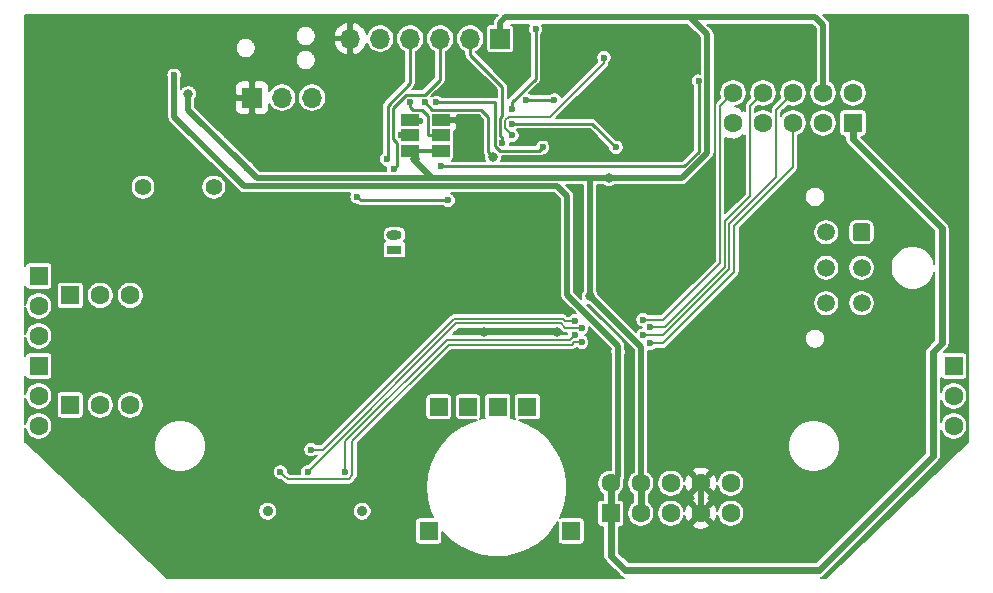
<source format=gbr>
G04 #@! TF.GenerationSoftware,KiCad,Pcbnew,5.1.5+dfsg1-2build2*
G04 #@! TF.CreationDate,2021-11-19T21:46:37+01:00*
G04 #@! TF.ProjectId,wideband_controller_mre,77696465-6261-46e6-945f-636f6e74726f,V1.0*
G04 #@! TF.SameCoordinates,Original*
G04 #@! TF.FileFunction,Copper,L2,Bot*
G04 #@! TF.FilePolarity,Positive*
%FSLAX46Y46*%
G04 Gerber Fmt 4.6, Leading zero omitted, Abs format (unit mm)*
G04 Created by KiCad (PCBNEW 5.1.5+dfsg1-2build2) date 2021-11-19 21:46:37*
%MOMM*%
%LPD*%
G04 APERTURE LIST*
%ADD10R,1.600000X1.600000*%
%ADD11C,1.600000*%
%ADD12R,1.300000X0.800000*%
%ADD13O,1.300000X0.800000*%
%ADD14R,1.524000X1.524000*%
%ADD15C,1.400000*%
%ADD16C,0.889000*%
%ADD17O,1.700000X1.700000*%
%ADD18R,1.700000X1.700000*%
%ADD19C,1.500000*%
%ADD20C,0.100000*%
%ADD21R,1.500000X1.000000*%
%ADD22C,0.600000*%
%ADD23C,0.800000*%
%ADD24C,0.500000*%
%ADD25C,0.300000*%
%ADD26C,0.250000*%
%ADD27C,0.600000*%
%ADD28C,0.200000*%
G04 APERTURE END LIST*
D10*
X117900600Y-159360800D03*
X115400600Y-159360800D03*
D11*
X127513080Y-165839060D03*
X130053080Y-165839060D03*
X135133080Y-165839060D03*
X135133080Y-168379060D03*
X130053080Y-168379060D03*
X132593080Y-168379060D03*
X127513080Y-168379060D03*
X132593080Y-165839060D03*
X124973080Y-165839060D03*
D10*
X124973080Y-168379060D03*
X154000200Y-155910200D03*
D11*
X154000200Y-158450200D03*
X154000200Y-160990200D03*
D10*
X121615200Y-169880200D03*
X109550200Y-169880200D03*
X76530200Y-155910200D03*
D11*
X76530200Y-158450200D03*
X76530200Y-160990200D03*
D10*
X76530200Y-148290200D03*
D11*
X76530200Y-150830200D03*
X76530200Y-153370200D03*
D10*
X79197200Y-159212200D03*
D11*
X81737200Y-159212200D03*
X84277200Y-159212200D03*
D10*
X79197200Y-149941200D03*
D11*
X81737200Y-149941200D03*
X84277200Y-149941200D03*
D10*
X145478500Y-135336200D03*
D11*
X142938500Y-135336200D03*
X140398500Y-135336200D03*
X137858500Y-135336200D03*
X135318500Y-135336200D03*
X145478500Y-132796200D03*
X142938500Y-132796200D03*
X140398500Y-132796200D03*
X137858500Y-132796200D03*
X135318500Y-132796200D03*
D12*
X106654600Y-146055000D03*
D13*
X106654600Y-144810400D03*
D14*
X112900600Y-159360800D03*
X110400600Y-159360800D03*
D15*
X91360600Y-140771800D03*
X85360600Y-140771800D03*
D16*
X103914000Y-168207000D03*
X95914000Y-168207000D03*
D17*
X99680000Y-133200000D03*
X97140000Y-133200000D03*
D18*
X94600000Y-133200000D03*
D19*
X143200000Y-150600000D03*
X143200000Y-147600000D03*
X143200000Y-144600000D03*
X146200000Y-150600000D03*
X146200000Y-147600000D03*
G04 #@! TA.AperFunction,ComponentPad*
D20*
G36*
X146724053Y-143851206D02*
G01*
X146748370Y-143854813D01*
X146772216Y-143860786D01*
X146795362Y-143869068D01*
X146817585Y-143879579D01*
X146838670Y-143892217D01*
X146858416Y-143906861D01*
X146876630Y-143923370D01*
X146893139Y-143941584D01*
X146907783Y-143961330D01*
X146920421Y-143982415D01*
X146930932Y-144004638D01*
X146939214Y-144027784D01*
X146945187Y-144051630D01*
X146948794Y-144075947D01*
X146950000Y-144100500D01*
X146950000Y-145099500D01*
X146948794Y-145124053D01*
X146945187Y-145148370D01*
X146939214Y-145172216D01*
X146930932Y-145195362D01*
X146920421Y-145217585D01*
X146907783Y-145238670D01*
X146893139Y-145258416D01*
X146876630Y-145276630D01*
X146858416Y-145293139D01*
X146838670Y-145307783D01*
X146817585Y-145320421D01*
X146795362Y-145330932D01*
X146772216Y-145339214D01*
X146748370Y-145345187D01*
X146724053Y-145348794D01*
X146699500Y-145350000D01*
X145700500Y-145350000D01*
X145675947Y-145348794D01*
X145651630Y-145345187D01*
X145627784Y-145339214D01*
X145604638Y-145330932D01*
X145582415Y-145320421D01*
X145561330Y-145307783D01*
X145541584Y-145293139D01*
X145523370Y-145276630D01*
X145506861Y-145258416D01*
X145492217Y-145238670D01*
X145479579Y-145217585D01*
X145469068Y-145195362D01*
X145460786Y-145172216D01*
X145454813Y-145148370D01*
X145451206Y-145124053D01*
X145450000Y-145099500D01*
X145450000Y-144100500D01*
X145451206Y-144075947D01*
X145454813Y-144051630D01*
X145460786Y-144027784D01*
X145469068Y-144004638D01*
X145479579Y-143982415D01*
X145492217Y-143961330D01*
X145506861Y-143941584D01*
X145523370Y-143923370D01*
X145541584Y-143906861D01*
X145561330Y-143892217D01*
X145582415Y-143879579D01*
X145604638Y-143869068D01*
X145627784Y-143860786D01*
X145651630Y-143854813D01*
X145675947Y-143851206D01*
X145700500Y-143850000D01*
X146699500Y-143850000D01*
X146724053Y-143851206D01*
G37*
G04 #@! TD.AperFunction*
D19*
X143200000Y-150600000D03*
X143200000Y-147600000D03*
X143200000Y-144600000D03*
X146200000Y-150600000D03*
X146200000Y-147600000D03*
G04 #@! TA.AperFunction,ComponentPad*
D20*
G36*
X146724504Y-143851204D02*
G01*
X146748773Y-143854804D01*
X146772571Y-143860765D01*
X146795671Y-143869030D01*
X146817849Y-143879520D01*
X146838893Y-143892133D01*
X146858598Y-143906747D01*
X146876777Y-143923223D01*
X146893253Y-143941402D01*
X146907867Y-143961107D01*
X146920480Y-143982151D01*
X146930970Y-144004329D01*
X146939235Y-144027429D01*
X146945196Y-144051227D01*
X146948796Y-144075496D01*
X146950000Y-144100000D01*
X146950000Y-145100000D01*
X146948796Y-145124504D01*
X146945196Y-145148773D01*
X146939235Y-145172571D01*
X146930970Y-145195671D01*
X146920480Y-145217849D01*
X146907867Y-145238893D01*
X146893253Y-145258598D01*
X146876777Y-145276777D01*
X146858598Y-145293253D01*
X146838893Y-145307867D01*
X146817849Y-145320480D01*
X146795671Y-145330970D01*
X146772571Y-145339235D01*
X146748773Y-145345196D01*
X146724504Y-145348796D01*
X146700000Y-145350000D01*
X145700000Y-145350000D01*
X145675496Y-145348796D01*
X145651227Y-145345196D01*
X145627429Y-145339235D01*
X145604329Y-145330970D01*
X145582151Y-145320480D01*
X145561107Y-145307867D01*
X145541402Y-145293253D01*
X145523223Y-145276777D01*
X145506747Y-145258598D01*
X145492133Y-145238893D01*
X145479520Y-145217849D01*
X145469030Y-145195671D01*
X145460765Y-145172571D01*
X145454804Y-145148773D01*
X145451204Y-145124504D01*
X145450000Y-145100000D01*
X145450000Y-144100000D01*
X145451204Y-144075496D01*
X145454804Y-144051227D01*
X145460765Y-144027429D01*
X145469030Y-144004329D01*
X145479520Y-143982151D01*
X145492133Y-143961107D01*
X145506747Y-143941402D01*
X145523223Y-143923223D01*
X145541402Y-143906747D01*
X145561107Y-143892133D01*
X145582151Y-143879520D01*
X145604329Y-143869030D01*
X145627429Y-143860765D01*
X145651227Y-143854804D01*
X145675496Y-143851204D01*
X145700000Y-143850000D01*
X146700000Y-143850000D01*
X146724504Y-143851204D01*
G37*
G04 #@! TD.AperFunction*
D21*
X108000000Y-135100000D03*
X108000000Y-136400000D03*
X108000000Y-137700000D03*
X110600000Y-135100000D03*
X110600000Y-136400000D03*
X110600000Y-137700000D03*
D17*
X102900000Y-128200000D03*
X105440000Y-128200000D03*
X107980000Y-128200000D03*
X110520000Y-128200000D03*
X113060000Y-128200000D03*
D18*
X115600000Y-128200000D03*
D22*
X102500000Y-170000000D03*
X98200000Y-170000000D03*
X96300000Y-161000000D03*
D23*
X114200000Y-153000000D03*
X130200000Y-154200000D03*
X100800000Y-129800000D03*
D22*
X120300000Y-144700000D03*
D23*
X153800000Y-129800000D03*
X153800000Y-138400000D03*
X149300000Y-138400000D03*
D22*
X103500000Y-138400000D03*
X89300000Y-131300000D03*
X92500000Y-131000000D03*
X92500000Y-136400000D03*
X113100000Y-142100000D03*
X117200000Y-130800000D03*
X104800000Y-131000000D03*
D23*
X119400000Y-129800000D03*
X126600000Y-161200000D03*
X126600000Y-157000000D03*
D22*
X108800000Y-135200000D03*
X111200000Y-135200000D03*
D23*
X120400000Y-150800000D03*
X139200000Y-151800000D03*
X139200000Y-153000000D03*
X139200000Y-154200000D03*
X140400000Y-151800000D03*
X140400000Y-153000000D03*
X140400000Y-154200000D03*
X135000000Y-153000000D03*
X135000000Y-151800000D03*
X135000000Y-154200000D03*
X138000000Y-151800000D03*
X138000000Y-153000000D03*
X138000000Y-154200000D03*
X133600000Y-151800000D03*
X133600000Y-153000000D03*
X133600000Y-154200000D03*
X128400000Y-137400000D03*
X122800000Y-134200000D03*
X126600000Y-129800000D03*
X88600000Y-139200000D03*
D22*
X122115400Y-147200000D03*
D23*
X135280400Y-138455400D03*
X132588000Y-161200000D03*
D22*
X122200000Y-144700000D03*
D23*
X124100000Y-157000000D03*
X124000000Y-161200000D03*
X118200000Y-144700000D03*
X120400000Y-153000000D03*
X129100000Y-144300000D03*
X129100000Y-145400000D03*
X129100000Y-146500000D03*
X129100000Y-147600000D03*
X129100000Y-148700000D03*
X130200000Y-144300000D03*
X130200000Y-145400000D03*
X130200000Y-146500000D03*
X130200000Y-147600000D03*
X130200000Y-148700000D03*
X138500000Y-145400000D03*
X140000000Y-145400000D03*
X140000000Y-144400000D03*
X138500000Y-144400000D03*
X138500000Y-149400000D03*
X140000000Y-149400000D03*
D22*
X128300000Y-131800000D03*
X119200000Y-132400000D03*
X132400000Y-141400000D03*
X112800000Y-130800000D03*
X109200000Y-130800000D03*
X115000000Y-132800000D03*
X128400000Y-141400000D03*
X117200000Y-153000000D03*
X119800000Y-156000000D03*
X122800000Y-136400000D03*
X118600000Y-136800000D03*
X117200000Y-127400000D03*
X117900000Y-150800000D03*
X117900000Y-148400000D03*
X124000000Y-144700000D03*
X101500000Y-161000000D03*
X116600000Y-134200000D03*
X118600000Y-127400000D03*
D23*
X89200000Y-132900000D03*
X108400000Y-138400000D03*
X124800000Y-140000000D03*
X123200000Y-150000000D03*
D22*
X94144999Y-139155001D03*
X124400000Y-129800000D03*
X116600000Y-136400000D03*
X115800000Y-137000000D03*
X88000000Y-131300000D03*
X125600000Y-154700000D03*
X106000000Y-138400000D03*
X106600000Y-139200000D03*
X99600000Y-163000000D03*
X121900000Y-152100000D03*
X127700000Y-152000000D03*
X99300000Y-164900000D03*
X122500000Y-152700000D03*
X128300000Y-152600000D03*
X102500000Y-164900000D03*
X127700000Y-153300000D03*
X121900000Y-153300000D03*
X97000000Y-164900000D03*
X122500000Y-153900000D03*
X128300000Y-154000000D03*
X108000000Y-133600000D03*
X107200000Y-136400000D03*
X117800000Y-133400000D03*
X120200000Y-133400000D03*
X125400000Y-137400000D03*
X116600000Y-135400000D03*
X119200000Y-137400000D03*
X110200000Y-133600000D03*
X110600000Y-139000000D03*
X132400000Y-131800000D03*
X103500000Y-141600000D03*
X111200000Y-141900000D03*
X109200000Y-133600000D03*
D23*
X115000000Y-138200000D03*
D24*
X132593080Y-165839060D02*
X132593080Y-168379060D01*
D25*
X108100000Y-135200000D02*
X108000000Y-135100000D01*
X108800000Y-135200000D02*
X108100000Y-135200000D01*
D26*
X116600000Y-133600000D02*
X116600000Y-134200000D01*
X118600000Y-131600000D02*
X116600000Y-133600000D01*
X118600000Y-127400000D02*
X118600000Y-131600000D01*
D27*
X127513080Y-168379060D02*
X127513080Y-165839060D01*
D24*
X127513080Y-154313080D02*
X123200000Y-150000000D01*
X127513080Y-165839060D02*
X127513080Y-154313080D01*
X123200000Y-141200000D02*
X123200000Y-141000000D01*
X123200000Y-150000000D02*
X123200000Y-141200000D01*
D25*
X110600000Y-137700000D02*
X108000000Y-137700000D01*
D26*
X110700000Y-137800000D02*
X110600000Y-137700000D01*
D24*
X108400000Y-138100000D02*
X108000000Y-137700000D01*
X108400000Y-138600000D02*
X108400000Y-138100000D01*
X109800000Y-140000000D02*
X108400000Y-138600000D01*
X123200000Y-140200000D02*
X123000000Y-140000000D01*
X123200000Y-141200000D02*
X123200000Y-140200000D01*
X124800000Y-140000000D02*
X123000000Y-140000000D01*
X123000000Y-140000000D02*
X111300000Y-140000000D01*
X111300000Y-140000000D02*
X109800000Y-140000000D01*
X89200000Y-133465685D02*
X89200000Y-132900000D01*
X89200000Y-134210002D02*
X89200000Y-133465685D01*
X94989998Y-140000000D02*
X94144999Y-139155001D01*
X109800000Y-140000000D02*
X94989998Y-140000000D01*
X94144999Y-139155001D02*
X89200000Y-134210002D01*
X115600000Y-126850000D02*
X115600000Y-128200000D01*
X116050000Y-126400000D02*
X115600000Y-126850000D01*
X133150001Y-127850001D02*
X131700000Y-126400000D01*
X133150001Y-137863185D02*
X133150001Y-127850001D01*
X131013186Y-140000000D02*
X133150001Y-137863185D01*
X131700000Y-126400000D02*
X116050000Y-126400000D01*
X124800000Y-140000000D02*
X131013186Y-140000000D01*
X142938500Y-132796200D02*
X142938500Y-127061500D01*
X142277000Y-126400000D02*
X131700000Y-126400000D01*
X142938500Y-127061500D02*
X142277000Y-126400000D01*
D28*
X119824264Y-134800000D02*
X124400000Y-130224264D01*
X116311998Y-134800000D02*
X119824264Y-134800000D01*
X115999999Y-135111999D02*
X116311998Y-134800000D01*
X124400000Y-130224264D02*
X124400000Y-129800000D01*
X115999999Y-135799999D02*
X115999999Y-135111999D01*
X116600000Y-136400000D02*
X115999999Y-135799999D01*
D26*
X115800000Y-136575736D02*
X115800000Y-137000000D01*
X115574989Y-136350725D02*
X115800000Y-136575736D01*
X115574989Y-134935955D02*
X115574989Y-136350725D01*
X115800000Y-134710944D02*
X115574989Y-134935955D01*
X113060000Y-129560000D02*
X115800000Y-132300000D01*
X113060000Y-128200000D02*
X113060000Y-129560000D01*
X115800000Y-132300000D02*
X115800000Y-134710944D01*
D27*
X124973080Y-165839060D02*
X124973080Y-168379060D01*
D24*
X125600000Y-165212140D02*
X124973080Y-165839060D01*
X125600000Y-154200000D02*
X125600000Y-154700000D01*
X121265399Y-149865399D02*
X125600000Y-154200000D01*
X121265399Y-141534601D02*
X121265399Y-149865399D01*
X120430808Y-140700010D02*
X121265399Y-141534601D01*
X93900010Y-140700010D02*
X120430808Y-140700010D01*
X88000000Y-134800000D02*
X93900010Y-140700010D01*
X88000000Y-131300000D02*
X88000000Y-134800000D01*
D27*
X124973080Y-169779060D02*
X124973080Y-168379060D01*
X124993400Y-171993400D02*
X124993400Y-169799380D01*
X124993400Y-169799380D02*
X124973080Y-169779060D01*
X142600000Y-173200000D02*
X126200000Y-173200000D01*
X126200000Y-173200000D02*
X124993400Y-171993400D01*
X152247600Y-154752400D02*
X152247600Y-163552400D01*
X152247600Y-163552400D02*
X142600000Y-173200000D01*
X153000000Y-154000000D02*
X152247600Y-154752400D01*
X153000000Y-144257700D02*
X153000000Y-154000000D01*
X145478500Y-136736200D02*
X153000000Y-144257700D01*
X145478500Y-135336200D02*
X145478500Y-136736200D01*
D24*
X125600000Y-154700000D02*
X125600000Y-165212140D01*
D26*
X107980000Y-131983590D02*
X107980000Y-128200000D01*
X106099981Y-133863609D02*
X107980000Y-131983590D01*
X106099980Y-138300020D02*
X106099981Y-133863609D01*
X106000000Y-138400000D02*
X106099980Y-138300020D01*
X106899999Y-137025001D02*
X106899999Y-138900001D01*
X106549990Y-136674992D02*
X106899999Y-137025001D01*
X107625001Y-132974999D02*
X106549990Y-134050010D01*
X106899999Y-138900001D02*
X106600000Y-139200000D01*
X110520000Y-131680000D02*
X109225001Y-132974999D01*
X106549990Y-134050010D02*
X106549990Y-136674992D01*
X109225001Y-132974999D02*
X107625001Y-132974999D01*
X110520000Y-130680000D02*
X110520000Y-131680000D01*
X110520000Y-128200000D02*
X110520000Y-130680000D01*
X110520000Y-130680000D02*
X110520000Y-131280000D01*
D28*
X134218499Y-133896201D02*
X134218499Y-147181501D01*
X135318500Y-132796200D02*
X134218499Y-133896201D01*
X129400000Y-152000000D02*
X134218499Y-147181501D01*
X127700000Y-152000000D02*
X129400000Y-152000000D01*
X120901690Y-151899989D02*
X111734313Y-151899989D01*
X121101701Y-152100000D02*
X120901690Y-151899989D01*
X121900000Y-152100000D02*
X121101701Y-152100000D01*
X100634302Y-163000000D02*
X99600000Y-163000000D01*
X111734313Y-151899989D02*
X100634302Y-163000000D01*
X136758499Y-133896201D02*
X137858500Y-132796200D01*
X136758499Y-141541501D02*
X136758499Y-133896201D01*
X134618509Y-143681491D02*
X136758499Y-141541501D01*
X134618509Y-147545489D02*
X134618509Y-143681491D01*
X129563998Y-152600000D02*
X134618509Y-147545489D01*
X128300000Y-152600000D02*
X129563998Y-152600000D01*
X99599999Y-164600001D02*
X99300000Y-164900000D01*
X111900001Y-152299999D02*
X99599999Y-164600001D01*
X120736001Y-152299999D02*
X111900001Y-152299999D01*
X121136002Y-152700000D02*
X120736001Y-152299999D01*
X122500000Y-152700000D02*
X121136002Y-152700000D01*
X138958501Y-139941499D02*
X135018519Y-143881481D01*
X138958501Y-134236199D02*
X138958501Y-139941499D01*
X140398500Y-132796200D02*
X138958501Y-134236199D01*
X135018519Y-147711178D02*
X135018519Y-146718519D01*
X129429697Y-153300000D02*
X135018519Y-147711178D01*
X127700000Y-153300000D02*
X129429697Y-153300000D01*
X135018519Y-146718519D02*
X135018519Y-147100000D01*
X135018519Y-143881481D02*
X135018519Y-146718519D01*
X121499999Y-153700001D02*
X111099999Y-153700001D01*
X121900000Y-153300000D02*
X121499999Y-153700001D01*
X102500000Y-162300000D02*
X102500000Y-164900000D01*
X111099999Y-153700001D02*
X102500000Y-162300000D01*
X140398500Y-135336200D02*
X140398500Y-139067198D01*
X140398500Y-139067198D02*
X135418529Y-144047169D01*
X135418529Y-147945469D02*
X135418529Y-145518529D01*
X129363998Y-154000000D02*
X135418529Y-147945469D01*
X128300000Y-154000000D02*
X129363998Y-154000000D01*
X135418529Y-145518529D02*
X135418529Y-146600000D01*
X135418529Y-144047169D02*
X135418529Y-145518529D01*
X121665688Y-154100011D02*
X111265687Y-154100011D01*
X121865699Y-153900000D02*
X121665688Y-154100011D01*
X122500000Y-153900000D02*
X121865699Y-153900000D01*
X97299999Y-165199999D02*
X97000000Y-164900000D01*
X97600001Y-165500001D02*
X97299999Y-165199999D01*
X102788001Y-165500001D02*
X97600001Y-165500001D01*
X103100001Y-165188001D02*
X102788001Y-165500001D01*
X103100001Y-162265697D02*
X103100001Y-165188001D01*
X111265687Y-154100011D02*
X103100001Y-162265697D01*
D26*
X109524999Y-134789997D02*
X109524999Y-136324999D01*
X108250735Y-134274999D02*
X109010001Y-134274999D01*
X109010001Y-134274999D02*
X109524999Y-134789997D01*
X108000000Y-134024264D02*
X108250735Y-134274999D01*
X109600000Y-136400000D02*
X110600000Y-136400000D01*
X109524999Y-136324999D02*
X109600000Y-136400000D01*
X108000000Y-133600000D02*
X108000000Y-134024264D01*
X107000000Y-136400000D02*
X108000000Y-136400000D01*
X117800000Y-133400000D02*
X120200000Y-133400000D01*
X123400000Y-135400000D02*
X125400000Y-137400000D01*
X116600000Y-135400000D02*
X123400000Y-135400000D01*
X110200000Y-133600000D02*
X114200000Y-133600000D01*
X115149978Y-133600000D02*
X114200000Y-133600000D01*
X115124979Y-137249981D02*
X115124979Y-133624999D01*
X115574997Y-137699999D02*
X115124979Y-137249981D01*
X115124979Y-133624999D02*
X115149978Y-133600000D01*
X118900001Y-137699999D02*
X115574997Y-137699999D01*
X119200000Y-137400000D02*
X118900001Y-137699999D01*
X110600000Y-139000000D02*
X131200000Y-139000000D01*
X131200000Y-139000000D02*
X132400000Y-137800000D01*
X132400000Y-137800000D02*
X132400000Y-131800000D01*
X111200000Y-141900000D02*
X104000000Y-141900000D01*
X103799999Y-141899999D02*
X103500000Y-141600000D01*
X111200000Y-141900000D02*
X103799999Y-141899999D01*
X109825001Y-134225001D02*
X113974999Y-134225001D01*
X109200000Y-133600000D02*
X109825001Y-134225001D01*
X113974999Y-134225001D02*
X114600000Y-134850002D01*
X114600001Y-137800001D02*
X115000000Y-138200000D01*
X114600000Y-134850002D02*
X114600001Y-137800001D01*
D28*
G36*
X115193893Y-126401923D02*
G01*
X115170841Y-126420841D01*
X115095363Y-126512813D01*
X115039277Y-126617742D01*
X115006950Y-126724312D01*
X115004740Y-126731596D01*
X114993078Y-126850000D01*
X114996000Y-126879667D01*
X114996000Y-126994288D01*
X114750000Y-126994288D01*
X114680604Y-127001123D01*
X114613875Y-127021365D01*
X114552377Y-127054236D01*
X114498474Y-127098474D01*
X114454236Y-127152377D01*
X114421365Y-127213875D01*
X114401123Y-127280604D01*
X114394288Y-127350000D01*
X114394288Y-129050000D01*
X114401123Y-129119396D01*
X114421365Y-129186125D01*
X114454236Y-129247623D01*
X114498474Y-129301526D01*
X114552377Y-129345764D01*
X114613875Y-129378635D01*
X114680604Y-129398877D01*
X114750000Y-129405712D01*
X116450000Y-129405712D01*
X116519396Y-129398877D01*
X116586125Y-129378635D01*
X116647623Y-129345764D01*
X116701526Y-129301526D01*
X116745764Y-129247623D01*
X116778635Y-129186125D01*
X116798877Y-129119396D01*
X116805712Y-129050000D01*
X116805712Y-127350000D01*
X116798877Y-127280604D01*
X116778635Y-127213875D01*
X116745764Y-127152377D01*
X116701526Y-127098474D01*
X116647623Y-127054236D01*
X116586125Y-127021365D01*
X116528880Y-127004000D01*
X118078040Y-127004000D01*
X118020433Y-127090215D01*
X117971133Y-127209235D01*
X117946000Y-127335587D01*
X117946000Y-127464413D01*
X117971133Y-127590765D01*
X118020433Y-127709785D01*
X118092005Y-127816900D01*
X118121000Y-127845895D01*
X118121001Y-131401591D01*
X116279000Y-133243593D01*
X116279000Y-132323520D01*
X116281317Y-132299999D01*
X116277849Y-132264792D01*
X116272069Y-132206100D01*
X116244679Y-132115808D01*
X116215152Y-132060568D01*
X116200200Y-132032594D01*
X116165872Y-131990765D01*
X116140343Y-131959657D01*
X116122065Y-131944657D01*
X113539000Y-129361593D01*
X113539000Y-129304792D01*
X113630308Y-129266971D01*
X113827505Y-129135208D01*
X113995208Y-128967505D01*
X114126971Y-128770308D01*
X114217731Y-128551194D01*
X114264000Y-128318584D01*
X114264000Y-128081416D01*
X114217731Y-127848806D01*
X114126971Y-127629692D01*
X113995208Y-127432495D01*
X113827505Y-127264792D01*
X113630308Y-127133029D01*
X113411194Y-127042269D01*
X113178584Y-126996000D01*
X112941416Y-126996000D01*
X112708806Y-127042269D01*
X112489692Y-127133029D01*
X112292495Y-127264792D01*
X112124792Y-127432495D01*
X111993029Y-127629692D01*
X111902269Y-127848806D01*
X111856000Y-128081416D01*
X111856000Y-128318584D01*
X111902269Y-128551194D01*
X111993029Y-128770308D01*
X112124792Y-128967505D01*
X112292495Y-129135208D01*
X112489692Y-129266971D01*
X112581001Y-129304792D01*
X112581001Y-129536467D01*
X112578683Y-129560000D01*
X112587932Y-129653900D01*
X112615322Y-129744192D01*
X112659800Y-129827405D01*
X112674201Y-129844952D01*
X112719658Y-129900343D01*
X112737936Y-129915343D01*
X115321000Y-132498408D01*
X115321000Y-133151326D01*
X115243878Y-133127931D01*
X115173504Y-133121000D01*
X115173501Y-133121000D01*
X115149978Y-133118683D01*
X115126455Y-133121000D01*
X110645895Y-133121000D01*
X110616900Y-133092005D01*
X110509785Y-133020433D01*
X110390765Y-132971133D01*
X110264413Y-132946000D01*
X110135587Y-132946000D01*
X110009235Y-132971133D01*
X109890215Y-133020433D01*
X109790038Y-133087369D01*
X110842065Y-132035343D01*
X110860343Y-132020343D01*
X110895435Y-131977583D01*
X110920200Y-131947406D01*
X110951049Y-131889691D01*
X110964679Y-131864192D01*
X110992069Y-131773900D01*
X110999000Y-131703526D01*
X110999000Y-131703522D01*
X111001317Y-131680001D01*
X110999000Y-131656480D01*
X110999000Y-129304792D01*
X111090308Y-129266971D01*
X111287505Y-129135208D01*
X111455208Y-128967505D01*
X111586971Y-128770308D01*
X111677731Y-128551194D01*
X111724000Y-128318584D01*
X111724000Y-128081416D01*
X111677731Y-127848806D01*
X111586971Y-127629692D01*
X111455208Y-127432495D01*
X111287505Y-127264792D01*
X111090308Y-127133029D01*
X110871194Y-127042269D01*
X110638584Y-126996000D01*
X110401416Y-126996000D01*
X110168806Y-127042269D01*
X109949692Y-127133029D01*
X109752495Y-127264792D01*
X109584792Y-127432495D01*
X109453029Y-127629692D01*
X109362269Y-127848806D01*
X109316000Y-128081416D01*
X109316000Y-128318584D01*
X109362269Y-128551194D01*
X109453029Y-128770308D01*
X109584792Y-128967505D01*
X109752495Y-129135208D01*
X109949692Y-129266971D01*
X110041000Y-129304792D01*
X110041001Y-130656465D01*
X110041000Y-130656475D01*
X110041001Y-131481591D01*
X109026594Y-132495999D01*
X108145000Y-132495999D01*
X108302071Y-132338928D01*
X108320343Y-132323933D01*
X108339985Y-132299999D01*
X108380200Y-132250997D01*
X108411186Y-132193025D01*
X108424679Y-132167782D01*
X108452069Y-132077490D01*
X108459000Y-132007116D01*
X108459000Y-132007112D01*
X108461317Y-131983591D01*
X108459000Y-131960070D01*
X108459000Y-129304792D01*
X108550308Y-129266971D01*
X108747505Y-129135208D01*
X108915208Y-128967505D01*
X109046971Y-128770308D01*
X109137731Y-128551194D01*
X109184000Y-128318584D01*
X109184000Y-128081416D01*
X109137731Y-127848806D01*
X109046971Y-127629692D01*
X108915208Y-127432495D01*
X108747505Y-127264792D01*
X108550308Y-127133029D01*
X108331194Y-127042269D01*
X108098584Y-126996000D01*
X107861416Y-126996000D01*
X107628806Y-127042269D01*
X107409692Y-127133029D01*
X107212495Y-127264792D01*
X107044792Y-127432495D01*
X106913029Y-127629692D01*
X106822269Y-127848806D01*
X106776000Y-128081416D01*
X106776000Y-128318584D01*
X106822269Y-128551194D01*
X106913029Y-128770308D01*
X107044792Y-128967505D01*
X107212495Y-129135208D01*
X107409692Y-129266971D01*
X107501001Y-129304792D01*
X107501000Y-131785181D01*
X105777917Y-133508266D01*
X105759639Y-133523266D01*
X105729959Y-133559433D01*
X105699781Y-133596204D01*
X105655303Y-133679417D01*
X105627913Y-133769709D01*
X105618664Y-133863609D01*
X105620982Y-133887142D01*
X105620980Y-137866694D01*
X105583100Y-137892005D01*
X105492005Y-137983100D01*
X105420433Y-138090215D01*
X105371133Y-138209235D01*
X105346000Y-138335587D01*
X105346000Y-138464413D01*
X105371133Y-138590765D01*
X105420433Y-138709785D01*
X105492005Y-138816900D01*
X105583100Y-138907995D01*
X105690215Y-138979567D01*
X105809235Y-139028867D01*
X105935587Y-139054000D01*
X105962229Y-139054000D01*
X105946000Y-139135587D01*
X105946000Y-139264413D01*
X105971133Y-139390765D01*
X105973301Y-139396000D01*
X95240183Y-139396000D01*
X94749434Y-138905251D01*
X94724566Y-138845216D01*
X94652994Y-138738101D01*
X94561899Y-138647006D01*
X94454784Y-138575434D01*
X94394750Y-138550567D01*
X89894183Y-134050000D01*
X93139058Y-134050000D01*
X93150797Y-134169189D01*
X93185563Y-134283797D01*
X93242020Y-134389421D01*
X93317999Y-134482001D01*
X93410579Y-134557980D01*
X93516203Y-134614437D01*
X93630811Y-134649203D01*
X93750000Y-134660942D01*
X94294000Y-134658000D01*
X94446000Y-134506000D01*
X94446000Y-133354000D01*
X93294000Y-133354000D01*
X93142000Y-133506000D01*
X93139058Y-134050000D01*
X89894183Y-134050000D01*
X89804000Y-133959818D01*
X89804000Y-133353214D01*
X89868186Y-133257153D01*
X89925024Y-133119934D01*
X89954000Y-132974262D01*
X89954000Y-132825738D01*
X89925024Y-132680066D01*
X89868186Y-132542847D01*
X89785670Y-132419353D01*
X89716317Y-132350000D01*
X93139058Y-132350000D01*
X93142000Y-132894000D01*
X93294000Y-133046000D01*
X94446000Y-133046000D01*
X94446000Y-131894000D01*
X94754000Y-131894000D01*
X94754000Y-133046000D01*
X94774000Y-133046000D01*
X94774000Y-133354000D01*
X94754000Y-133354000D01*
X94754000Y-134506000D01*
X94906000Y-134658000D01*
X95450000Y-134660942D01*
X95569189Y-134649203D01*
X95683797Y-134614437D01*
X95789421Y-134557980D01*
X95882001Y-134482001D01*
X95957980Y-134389421D01*
X96014437Y-134283797D01*
X96049203Y-134169189D01*
X96060942Y-134050000D01*
X96059249Y-133737041D01*
X96073029Y-133770308D01*
X96204792Y-133967505D01*
X96372495Y-134135208D01*
X96569692Y-134266971D01*
X96788806Y-134357731D01*
X97021416Y-134404000D01*
X97258584Y-134404000D01*
X97491194Y-134357731D01*
X97710308Y-134266971D01*
X97907505Y-134135208D01*
X98075208Y-133967505D01*
X98206971Y-133770308D01*
X98297731Y-133551194D01*
X98344000Y-133318584D01*
X98344000Y-133081416D01*
X98476000Y-133081416D01*
X98476000Y-133318584D01*
X98522269Y-133551194D01*
X98613029Y-133770308D01*
X98744792Y-133967505D01*
X98912495Y-134135208D01*
X99109692Y-134266971D01*
X99328806Y-134357731D01*
X99561416Y-134404000D01*
X99798584Y-134404000D01*
X100031194Y-134357731D01*
X100250308Y-134266971D01*
X100447505Y-134135208D01*
X100615208Y-133967505D01*
X100746971Y-133770308D01*
X100837731Y-133551194D01*
X100884000Y-133318584D01*
X100884000Y-133081416D01*
X100837731Y-132848806D01*
X100746971Y-132629692D01*
X100615208Y-132432495D01*
X100447505Y-132264792D01*
X100250308Y-132133029D01*
X100031194Y-132042269D01*
X99798584Y-131996000D01*
X99561416Y-131996000D01*
X99328806Y-132042269D01*
X99109692Y-132133029D01*
X98912495Y-132264792D01*
X98744792Y-132432495D01*
X98613029Y-132629692D01*
X98522269Y-132848806D01*
X98476000Y-133081416D01*
X98344000Y-133081416D01*
X98297731Y-132848806D01*
X98206971Y-132629692D01*
X98075208Y-132432495D01*
X97907505Y-132264792D01*
X97710308Y-132133029D01*
X97491194Y-132042269D01*
X97258584Y-131996000D01*
X97021416Y-131996000D01*
X96788806Y-132042269D01*
X96569692Y-132133029D01*
X96372495Y-132264792D01*
X96204792Y-132432495D01*
X96073029Y-132629692D01*
X96059249Y-132662959D01*
X96060942Y-132350000D01*
X96049203Y-132230811D01*
X96014437Y-132116203D01*
X95957980Y-132010579D01*
X95882001Y-131917999D01*
X95789421Y-131842020D01*
X95683797Y-131785563D01*
X95569189Y-131750797D01*
X95450000Y-131739058D01*
X94906000Y-131742000D01*
X94754000Y-131894000D01*
X94446000Y-131894000D01*
X94294000Y-131742000D01*
X93750000Y-131739058D01*
X93630811Y-131750797D01*
X93516203Y-131785563D01*
X93410579Y-131842020D01*
X93317999Y-131917999D01*
X93242020Y-132010579D01*
X93185563Y-132116203D01*
X93150797Y-132230811D01*
X93139058Y-132350000D01*
X89716317Y-132350000D01*
X89680647Y-132314330D01*
X89557153Y-132231814D01*
X89419934Y-132174976D01*
X89274262Y-132146000D01*
X89125738Y-132146000D01*
X88980066Y-132174976D01*
X88842847Y-132231814D01*
X88719353Y-132314330D01*
X88614330Y-132419353D01*
X88604000Y-132434813D01*
X88604000Y-131550799D01*
X88628867Y-131490765D01*
X88654000Y-131364413D01*
X88654000Y-131235587D01*
X88628867Y-131109235D01*
X88579567Y-130990215D01*
X88507995Y-130883100D01*
X88416900Y-130792005D01*
X88309785Y-130720433D01*
X88190765Y-130671133D01*
X88064413Y-130646000D01*
X87935587Y-130646000D01*
X87809235Y-130671133D01*
X87690215Y-130720433D01*
X87583100Y-130792005D01*
X87492005Y-130883100D01*
X87420433Y-130990215D01*
X87371133Y-131109235D01*
X87346000Y-131235587D01*
X87346000Y-131364413D01*
X87371133Y-131490765D01*
X87396000Y-131550799D01*
X87396001Y-134770323D01*
X87393078Y-134800000D01*
X87404740Y-134918404D01*
X87439278Y-135032259D01*
X87495152Y-135136791D01*
X87495364Y-135137188D01*
X87570842Y-135229159D01*
X87593889Y-135248073D01*
X93451937Y-141106122D01*
X93470851Y-141129169D01*
X93562822Y-141204647D01*
X93667751Y-141260733D01*
X93764941Y-141290215D01*
X93781605Y-141295270D01*
X93900009Y-141306932D01*
X93929676Y-141304010D01*
X102914719Y-141304010D01*
X102871133Y-141409235D01*
X102846000Y-141535587D01*
X102846000Y-141664413D01*
X102871133Y-141790765D01*
X102920433Y-141909785D01*
X102992005Y-142016900D01*
X103083100Y-142107995D01*
X103190215Y-142179567D01*
X103309235Y-142228867D01*
X103435587Y-142254000D01*
X103476300Y-142254000D01*
X103487687Y-142263345D01*
X103532593Y-142300199D01*
X103615807Y-142344678D01*
X103706098Y-142372067D01*
X103799999Y-142381316D01*
X103823532Y-142378998D01*
X103976454Y-142378998D01*
X103976474Y-142379000D01*
X110754105Y-142379000D01*
X110783100Y-142407995D01*
X110890215Y-142479567D01*
X111009235Y-142528867D01*
X111135587Y-142554000D01*
X111264413Y-142554000D01*
X111390765Y-142528867D01*
X111509785Y-142479567D01*
X111616900Y-142407995D01*
X111707995Y-142316900D01*
X111779567Y-142209785D01*
X111828867Y-142090765D01*
X111854000Y-141964413D01*
X111854000Y-141835587D01*
X111828867Y-141709235D01*
X111779567Y-141590215D01*
X111707995Y-141483100D01*
X111616900Y-141392005D01*
X111509785Y-141320433D01*
X111470137Y-141304010D01*
X120180624Y-141304010D01*
X120661399Y-141784786D01*
X120661400Y-149835722D01*
X120658477Y-149865399D01*
X120670139Y-149983803D01*
X120704677Y-150097658D01*
X120715767Y-150118405D01*
X120760763Y-150202587D01*
X120836241Y-150294558D01*
X120859288Y-150313472D01*
X121998620Y-151452804D01*
X121964413Y-151446000D01*
X121835587Y-151446000D01*
X121709235Y-151471133D01*
X121590215Y-151520433D01*
X121483100Y-151592005D01*
X121429105Y-151646000D01*
X121289753Y-151646000D01*
X121238485Y-151594732D01*
X121224269Y-151577410D01*
X121155139Y-151520676D01*
X121076269Y-151478519D01*
X120990689Y-151452559D01*
X120923985Y-151445989D01*
X120923978Y-151445989D01*
X120901690Y-151443794D01*
X120879402Y-151445989D01*
X111756600Y-151445989D01*
X111734312Y-151443794D01*
X111712024Y-151445989D01*
X111712018Y-151445989D01*
X111654614Y-151451643D01*
X111645313Y-151452559D01*
X111559734Y-151478519D01*
X111480864Y-151520676D01*
X111411734Y-151577410D01*
X111397523Y-151594726D01*
X100446250Y-162546000D01*
X100070895Y-162546000D01*
X100016900Y-162492005D01*
X99909785Y-162420433D01*
X99790765Y-162371133D01*
X99664413Y-162346000D01*
X99535587Y-162346000D01*
X99409235Y-162371133D01*
X99290215Y-162420433D01*
X99183100Y-162492005D01*
X99092005Y-162583100D01*
X99020433Y-162690215D01*
X98971133Y-162809235D01*
X98946000Y-162935587D01*
X98946000Y-163064413D01*
X98971133Y-163190765D01*
X99020433Y-163309785D01*
X99092005Y-163416900D01*
X99183100Y-163507995D01*
X99290215Y-163579567D01*
X99409235Y-163628867D01*
X99535587Y-163654000D01*
X99664413Y-163654000D01*
X99790765Y-163628867D01*
X99909785Y-163579567D01*
X100016900Y-163507995D01*
X100070895Y-163454000D01*
X100103948Y-163454000D01*
X99311948Y-164246000D01*
X99235587Y-164246000D01*
X99109235Y-164271133D01*
X98990215Y-164320433D01*
X98883100Y-164392005D01*
X98792005Y-164483100D01*
X98720433Y-164590215D01*
X98671133Y-164709235D01*
X98646000Y-164835587D01*
X98646000Y-164964413D01*
X98662229Y-165046001D01*
X97788053Y-165046001D01*
X97654000Y-164911948D01*
X97654000Y-164835587D01*
X97628867Y-164709235D01*
X97579567Y-164590215D01*
X97507995Y-164483100D01*
X97416900Y-164392005D01*
X97309785Y-164320433D01*
X97190765Y-164271133D01*
X97064413Y-164246000D01*
X96935587Y-164246000D01*
X96809235Y-164271133D01*
X96690215Y-164320433D01*
X96583100Y-164392005D01*
X96492005Y-164483100D01*
X96420433Y-164590215D01*
X96371133Y-164709235D01*
X96346000Y-164835587D01*
X96346000Y-164964413D01*
X96371133Y-165090765D01*
X96420433Y-165209785D01*
X96492005Y-165316900D01*
X96583100Y-165407995D01*
X96690215Y-165479567D01*
X96809235Y-165528867D01*
X96935587Y-165554000D01*
X97011948Y-165554000D01*
X97263206Y-165805258D01*
X97277422Y-165822580D01*
X97346552Y-165879314D01*
X97425422Y-165921471D01*
X97511001Y-165947431D01*
X97519422Y-165948260D01*
X97577706Y-165954001D01*
X97577713Y-165954001D01*
X97600001Y-165956196D01*
X97622289Y-165954001D01*
X102765713Y-165954001D01*
X102788001Y-165956196D01*
X102810289Y-165954001D01*
X102810296Y-165954001D01*
X102877000Y-165947431D01*
X102962580Y-165921471D01*
X103041450Y-165879314D01*
X103110580Y-165822580D01*
X103124795Y-165805259D01*
X103405264Y-165524791D01*
X103422580Y-165510580D01*
X103479314Y-165441450D01*
X103521471Y-165362580D01*
X103532743Y-165325422D01*
X103547431Y-165277001D01*
X103553819Y-165212140D01*
X103554001Y-165210296D01*
X103554001Y-165210289D01*
X103556196Y-165188001D01*
X103554001Y-165165713D01*
X103554001Y-162453749D01*
X107408950Y-158598800D01*
X109282888Y-158598800D01*
X109282888Y-160122800D01*
X109289723Y-160192196D01*
X109309965Y-160258925D01*
X109342836Y-160320423D01*
X109387074Y-160374326D01*
X109440977Y-160418564D01*
X109502475Y-160451435D01*
X109569204Y-160471677D01*
X109638600Y-160478512D01*
X111162600Y-160478512D01*
X111231996Y-160471677D01*
X111298725Y-160451435D01*
X111360223Y-160418564D01*
X111414126Y-160374326D01*
X111458364Y-160320423D01*
X111491235Y-160258925D01*
X111511477Y-160192196D01*
X111518312Y-160122800D01*
X111518312Y-158598800D01*
X111511477Y-158529404D01*
X111491235Y-158462675D01*
X111458364Y-158401177D01*
X111414126Y-158347274D01*
X111360223Y-158303036D01*
X111298725Y-158270165D01*
X111231996Y-158249923D01*
X111162600Y-158243088D01*
X109638600Y-158243088D01*
X109569204Y-158249923D01*
X109502475Y-158270165D01*
X109440977Y-158303036D01*
X109387074Y-158347274D01*
X109342836Y-158401177D01*
X109309965Y-158462675D01*
X109289723Y-158529404D01*
X109282888Y-158598800D01*
X107408950Y-158598800D01*
X111453740Y-154554011D01*
X121643400Y-154554011D01*
X121665688Y-154556206D01*
X121687976Y-154554011D01*
X121687983Y-154554011D01*
X121754687Y-154547441D01*
X121840267Y-154521481D01*
X121919137Y-154479324D01*
X121988267Y-154422590D01*
X122002483Y-154405268D01*
X122041428Y-154366323D01*
X122083100Y-154407995D01*
X122190215Y-154479567D01*
X122309235Y-154528867D01*
X122435587Y-154554000D01*
X122564413Y-154554000D01*
X122690765Y-154528867D01*
X122809785Y-154479567D01*
X122916900Y-154407995D01*
X123007995Y-154316900D01*
X123079567Y-154209785D01*
X123128867Y-154090765D01*
X123154000Y-153964413D01*
X123154000Y-153835587D01*
X123128867Y-153709235D01*
X123079567Y-153590215D01*
X123007995Y-153483100D01*
X122916900Y-153392005D01*
X122809785Y-153320433D01*
X122760456Y-153300000D01*
X122809785Y-153279567D01*
X122916900Y-153207995D01*
X123007995Y-153116900D01*
X123079567Y-153009785D01*
X123128867Y-152890765D01*
X123154000Y-152764413D01*
X123154000Y-152635587D01*
X123147196Y-152601380D01*
X124995712Y-154449897D01*
X124971133Y-154509235D01*
X124946000Y-154635587D01*
X124946000Y-154764413D01*
X124971133Y-154890765D01*
X124996000Y-154950799D01*
X124996001Y-164685060D01*
X124859421Y-164685060D01*
X124636471Y-164729407D01*
X124426456Y-164816398D01*
X124237448Y-164942689D01*
X124076709Y-165103428D01*
X123950418Y-165292436D01*
X123863427Y-165502451D01*
X123819080Y-165725401D01*
X123819080Y-165952719D01*
X123863427Y-166175669D01*
X123950418Y-166385684D01*
X124076709Y-166574692D01*
X124237448Y-166735431D01*
X124319080Y-166789976D01*
X124319081Y-167223348D01*
X124173080Y-167223348D01*
X124103684Y-167230183D01*
X124036955Y-167250425D01*
X123975457Y-167283296D01*
X123921554Y-167327534D01*
X123877316Y-167381437D01*
X123844445Y-167442935D01*
X123824203Y-167509664D01*
X123817368Y-167579060D01*
X123817368Y-169179060D01*
X123824203Y-169248456D01*
X123844445Y-169315185D01*
X123877316Y-169376683D01*
X123921554Y-169430586D01*
X123975457Y-169474824D01*
X124036955Y-169507695D01*
X124103684Y-169527937D01*
X124173080Y-169534772D01*
X124319080Y-169534772D01*
X124319080Y-169746942D01*
X124315917Y-169779060D01*
X124319080Y-169811178D01*
X124319080Y-169811184D01*
X124328543Y-169907265D01*
X124339401Y-169943058D01*
X124339400Y-171961282D01*
X124336237Y-171993400D01*
X124339400Y-172025518D01*
X124339400Y-172025524D01*
X124348863Y-172121605D01*
X124386260Y-172244885D01*
X124446988Y-172358500D01*
X124528715Y-172458085D01*
X124553671Y-172478566D01*
X125714838Y-173639734D01*
X125735315Y-173664685D01*
X125834899Y-173746412D01*
X125948514Y-173807140D01*
X126055519Y-173839600D01*
X87401066Y-173839600D01*
X82424861Y-169080200D01*
X108394488Y-169080200D01*
X108394488Y-170680200D01*
X108401323Y-170749596D01*
X108421565Y-170816325D01*
X108454436Y-170877823D01*
X108498674Y-170931726D01*
X108552577Y-170975964D01*
X108614075Y-171008835D01*
X108680804Y-171029077D01*
X108750200Y-171035912D01*
X110350200Y-171035912D01*
X110419596Y-171029077D01*
X110486325Y-171008835D01*
X110547823Y-170975964D01*
X110601726Y-170931726D01*
X110645964Y-170877823D01*
X110678835Y-170816325D01*
X110699077Y-170749596D01*
X110705912Y-170680200D01*
X110705912Y-169941079D01*
X111377502Y-170641803D01*
X112190433Y-171243044D01*
X113093281Y-171698250D01*
X114060072Y-171994326D01*
X115062994Y-172122756D01*
X116073195Y-172079843D01*
X117061612Y-171866823D01*
X117999812Y-171489823D01*
X118860803Y-170959690D01*
X119619816Y-170291674D01*
X120255017Y-169504993D01*
X120459488Y-169138973D01*
X120459488Y-170680200D01*
X120466323Y-170749596D01*
X120486565Y-170816325D01*
X120519436Y-170877823D01*
X120563674Y-170931726D01*
X120617577Y-170975964D01*
X120679075Y-171008835D01*
X120745804Y-171029077D01*
X120815200Y-171035912D01*
X122415200Y-171035912D01*
X122484596Y-171029077D01*
X122551325Y-171008835D01*
X122612823Y-170975964D01*
X122666726Y-170931726D01*
X122710964Y-170877823D01*
X122743835Y-170816325D01*
X122764077Y-170749596D01*
X122770912Y-170680200D01*
X122770912Y-169080200D01*
X122764077Y-169010804D01*
X122743835Y-168944075D01*
X122710964Y-168882577D01*
X122666726Y-168828674D01*
X122612823Y-168784436D01*
X122551325Y-168751565D01*
X122484596Y-168731323D01*
X122415200Y-168724488D01*
X120815200Y-168724488D01*
X120745804Y-168731323D01*
X120679075Y-168751565D01*
X120674558Y-168753979D01*
X120748131Y-168622278D01*
X121084973Y-167668924D01*
X121255851Y-166672356D01*
X121255851Y-165661244D01*
X121084973Y-164664676D01*
X120748131Y-163711322D01*
X120255017Y-162828607D01*
X119619816Y-162041926D01*
X118860803Y-161373910D01*
X117999812Y-160843777D01*
X117185382Y-160516512D01*
X118700600Y-160516512D01*
X118769996Y-160509677D01*
X118836725Y-160489435D01*
X118898223Y-160456564D01*
X118952126Y-160412326D01*
X118996364Y-160358423D01*
X119029235Y-160296925D01*
X119049477Y-160230196D01*
X119056312Y-160160800D01*
X119056312Y-158560800D01*
X119049477Y-158491404D01*
X119029235Y-158424675D01*
X118996364Y-158363177D01*
X118952126Y-158309274D01*
X118898223Y-158265036D01*
X118836725Y-158232165D01*
X118769996Y-158211923D01*
X118700600Y-158205088D01*
X117100600Y-158205088D01*
X117031204Y-158211923D01*
X116964475Y-158232165D01*
X116902977Y-158265036D01*
X116849074Y-158309274D01*
X116804836Y-158363177D01*
X116771965Y-158424675D01*
X116751723Y-158491404D01*
X116744888Y-158560800D01*
X116744888Y-160160800D01*
X116751723Y-160230196D01*
X116771965Y-160296925D01*
X116804836Y-160358423D01*
X116849074Y-160412326D01*
X116863360Y-160424050D01*
X116502818Y-160346348D01*
X116529235Y-160296925D01*
X116549477Y-160230196D01*
X116556312Y-160160800D01*
X116556312Y-158560800D01*
X116549477Y-158491404D01*
X116529235Y-158424675D01*
X116496364Y-158363177D01*
X116452126Y-158309274D01*
X116398223Y-158265036D01*
X116336725Y-158232165D01*
X116269996Y-158211923D01*
X116200600Y-158205088D01*
X114600600Y-158205088D01*
X114531204Y-158211923D01*
X114464475Y-158232165D01*
X114402977Y-158265036D01*
X114349074Y-158309274D01*
X114304836Y-158363177D01*
X114271965Y-158424675D01*
X114251723Y-158491404D01*
X114244888Y-158560800D01*
X114244888Y-160160800D01*
X114251723Y-160230196D01*
X114271965Y-160296925D01*
X114279576Y-160311165D01*
X114060072Y-160339274D01*
X113895381Y-160389710D01*
X113914126Y-160374326D01*
X113958364Y-160320423D01*
X113991235Y-160258925D01*
X114011477Y-160192196D01*
X114018312Y-160122800D01*
X114018312Y-158598800D01*
X114011477Y-158529404D01*
X113991235Y-158462675D01*
X113958364Y-158401177D01*
X113914126Y-158347274D01*
X113860223Y-158303036D01*
X113798725Y-158270165D01*
X113731996Y-158249923D01*
X113662600Y-158243088D01*
X112138600Y-158243088D01*
X112069204Y-158249923D01*
X112002475Y-158270165D01*
X111940977Y-158303036D01*
X111887074Y-158347274D01*
X111842836Y-158401177D01*
X111809965Y-158462675D01*
X111789723Y-158529404D01*
X111782888Y-158598800D01*
X111782888Y-160122800D01*
X111789723Y-160192196D01*
X111809965Y-160258925D01*
X111842836Y-160320423D01*
X111887074Y-160374326D01*
X111940977Y-160418564D01*
X112002475Y-160451435D01*
X112069204Y-160471677D01*
X112138600Y-160478512D01*
X113605412Y-160478512D01*
X113093281Y-160635350D01*
X112190433Y-161090556D01*
X111377502Y-161691797D01*
X110677874Y-162421775D01*
X110111677Y-163259491D01*
X109695199Y-164180845D01*
X109440421Y-165159331D01*
X109354673Y-166166800D01*
X109440421Y-167174269D01*
X109695199Y-168152755D01*
X109953638Y-168724488D01*
X108750200Y-168724488D01*
X108680804Y-168731323D01*
X108614075Y-168751565D01*
X108552577Y-168784436D01*
X108498674Y-168828674D01*
X108454436Y-168882577D01*
X108421565Y-168944075D01*
X108401323Y-169010804D01*
X108394488Y-169080200D01*
X82424861Y-169080200D01*
X81429656Y-168128355D01*
X95115500Y-168128355D01*
X95115500Y-168285645D01*
X95146186Y-168439914D01*
X95206378Y-168585232D01*
X95293764Y-168716014D01*
X95404986Y-168827236D01*
X95535768Y-168914622D01*
X95681086Y-168974814D01*
X95835355Y-169005500D01*
X95992645Y-169005500D01*
X96146914Y-168974814D01*
X96292232Y-168914622D01*
X96423014Y-168827236D01*
X96534236Y-168716014D01*
X96621622Y-168585232D01*
X96681814Y-168439914D01*
X96712500Y-168285645D01*
X96712500Y-168128355D01*
X103115500Y-168128355D01*
X103115500Y-168285645D01*
X103146186Y-168439914D01*
X103206378Y-168585232D01*
X103293764Y-168716014D01*
X103404986Y-168827236D01*
X103535768Y-168914622D01*
X103681086Y-168974814D01*
X103835355Y-169005500D01*
X103992645Y-169005500D01*
X104146914Y-168974814D01*
X104292232Y-168914622D01*
X104423014Y-168827236D01*
X104534236Y-168716014D01*
X104621622Y-168585232D01*
X104681814Y-168439914D01*
X104712500Y-168285645D01*
X104712500Y-168128355D01*
X104681814Y-167974086D01*
X104621622Y-167828768D01*
X104534236Y-167697986D01*
X104423014Y-167586764D01*
X104292232Y-167499378D01*
X104146914Y-167439186D01*
X103992645Y-167408500D01*
X103835355Y-167408500D01*
X103681086Y-167439186D01*
X103535768Y-167499378D01*
X103404986Y-167586764D01*
X103293764Y-167697986D01*
X103206378Y-167828768D01*
X103146186Y-167974086D01*
X103115500Y-168128355D01*
X96712500Y-168128355D01*
X96681814Y-167974086D01*
X96621622Y-167828768D01*
X96534236Y-167697986D01*
X96423014Y-167586764D01*
X96292232Y-167499378D01*
X96146914Y-167439186D01*
X95992645Y-167408500D01*
X95835355Y-167408500D01*
X95681086Y-167439186D01*
X95535768Y-167499378D01*
X95404986Y-167586764D01*
X95293764Y-167697986D01*
X95206378Y-167828768D01*
X95146186Y-167974086D01*
X95115500Y-168128355D01*
X81429656Y-168128355D01*
X75512509Y-162469010D01*
X86280309Y-162469010D01*
X86280309Y-162904990D01*
X86365365Y-163332593D01*
X86532207Y-163735386D01*
X86774425Y-164097891D01*
X87082709Y-164406175D01*
X87445214Y-164648393D01*
X87848007Y-164815235D01*
X88275610Y-164900291D01*
X88711590Y-164900291D01*
X89139193Y-164815235D01*
X89541986Y-164648393D01*
X89904491Y-164406175D01*
X90212775Y-164097891D01*
X90454993Y-163735386D01*
X90621835Y-163332593D01*
X90706891Y-162904990D01*
X90706891Y-162469010D01*
X90621835Y-162041407D01*
X90454993Y-161638614D01*
X90212775Y-161276109D01*
X89904491Y-160967825D01*
X89541986Y-160725607D01*
X89139193Y-160558765D01*
X88711590Y-160473709D01*
X88275610Y-160473709D01*
X87848007Y-160558765D01*
X87445214Y-160725607D01*
X87082709Y-160967825D01*
X86774425Y-161276109D01*
X86532207Y-161638614D01*
X86365365Y-162041407D01*
X86280309Y-162469010D01*
X75512509Y-162469010D01*
X75385087Y-162347140D01*
X75384254Y-161144350D01*
X75420547Y-161326809D01*
X75507538Y-161536824D01*
X75633829Y-161725832D01*
X75794568Y-161886571D01*
X75983576Y-162012862D01*
X76193591Y-162099853D01*
X76416541Y-162144200D01*
X76643859Y-162144200D01*
X76866809Y-162099853D01*
X77076824Y-162012862D01*
X77265832Y-161886571D01*
X77426571Y-161725832D01*
X77552862Y-161536824D01*
X77639853Y-161326809D01*
X77684200Y-161103859D01*
X77684200Y-160876541D01*
X77639853Y-160653591D01*
X77552862Y-160443576D01*
X77426571Y-160254568D01*
X77265832Y-160093829D01*
X77076824Y-159967538D01*
X76866809Y-159880547D01*
X76643859Y-159836200D01*
X76416541Y-159836200D01*
X76193591Y-159880547D01*
X75983576Y-159967538D01*
X75794568Y-160093829D01*
X75633829Y-160254568D01*
X75507538Y-160443576D01*
X75420547Y-160653591D01*
X75384041Y-160837119D01*
X75382489Y-158595477D01*
X75420547Y-158786809D01*
X75507538Y-158996824D01*
X75633829Y-159185832D01*
X75794568Y-159346571D01*
X75983576Y-159472862D01*
X76193591Y-159559853D01*
X76416541Y-159604200D01*
X76643859Y-159604200D01*
X76866809Y-159559853D01*
X77076824Y-159472862D01*
X77265832Y-159346571D01*
X77426571Y-159185832D01*
X77552862Y-158996824D01*
X77639853Y-158786809D01*
X77684200Y-158563859D01*
X77684200Y-158412200D01*
X78041488Y-158412200D01*
X78041488Y-160012200D01*
X78048323Y-160081596D01*
X78068565Y-160148325D01*
X78101436Y-160209823D01*
X78145674Y-160263726D01*
X78199577Y-160307964D01*
X78261075Y-160340835D01*
X78327804Y-160361077D01*
X78397200Y-160367912D01*
X79997200Y-160367912D01*
X80066596Y-160361077D01*
X80133325Y-160340835D01*
X80194823Y-160307964D01*
X80248726Y-160263726D01*
X80292964Y-160209823D01*
X80325835Y-160148325D01*
X80346077Y-160081596D01*
X80352912Y-160012200D01*
X80352912Y-159098541D01*
X80583200Y-159098541D01*
X80583200Y-159325859D01*
X80627547Y-159548809D01*
X80714538Y-159758824D01*
X80840829Y-159947832D01*
X81001568Y-160108571D01*
X81190576Y-160234862D01*
X81400591Y-160321853D01*
X81623541Y-160366200D01*
X81850859Y-160366200D01*
X82073809Y-160321853D01*
X82283824Y-160234862D01*
X82472832Y-160108571D01*
X82633571Y-159947832D01*
X82759862Y-159758824D01*
X82846853Y-159548809D01*
X82891200Y-159325859D01*
X82891200Y-159098541D01*
X83123200Y-159098541D01*
X83123200Y-159325859D01*
X83167547Y-159548809D01*
X83254538Y-159758824D01*
X83380829Y-159947832D01*
X83541568Y-160108571D01*
X83730576Y-160234862D01*
X83940591Y-160321853D01*
X84163541Y-160366200D01*
X84390859Y-160366200D01*
X84613809Y-160321853D01*
X84823824Y-160234862D01*
X85012832Y-160108571D01*
X85173571Y-159947832D01*
X85299862Y-159758824D01*
X85386853Y-159548809D01*
X85431200Y-159325859D01*
X85431200Y-159098541D01*
X85386853Y-158875591D01*
X85299862Y-158665576D01*
X85173571Y-158476568D01*
X85012832Y-158315829D01*
X84823824Y-158189538D01*
X84613809Y-158102547D01*
X84390859Y-158058200D01*
X84163541Y-158058200D01*
X83940591Y-158102547D01*
X83730576Y-158189538D01*
X83541568Y-158315829D01*
X83380829Y-158476568D01*
X83254538Y-158665576D01*
X83167547Y-158875591D01*
X83123200Y-159098541D01*
X82891200Y-159098541D01*
X82846853Y-158875591D01*
X82759862Y-158665576D01*
X82633571Y-158476568D01*
X82472832Y-158315829D01*
X82283824Y-158189538D01*
X82073809Y-158102547D01*
X81850859Y-158058200D01*
X81623541Y-158058200D01*
X81400591Y-158102547D01*
X81190576Y-158189538D01*
X81001568Y-158315829D01*
X80840829Y-158476568D01*
X80714538Y-158665576D01*
X80627547Y-158875591D01*
X80583200Y-159098541D01*
X80352912Y-159098541D01*
X80352912Y-158412200D01*
X80346077Y-158342804D01*
X80325835Y-158276075D01*
X80292964Y-158214577D01*
X80248726Y-158160674D01*
X80194823Y-158116436D01*
X80133325Y-158083565D01*
X80066596Y-158063323D01*
X79997200Y-158056488D01*
X78397200Y-158056488D01*
X78327804Y-158063323D01*
X78261075Y-158083565D01*
X78199577Y-158116436D01*
X78145674Y-158160674D01*
X78101436Y-158214577D01*
X78068565Y-158276075D01*
X78048323Y-158342804D01*
X78041488Y-158412200D01*
X77684200Y-158412200D01*
X77684200Y-158336541D01*
X77639853Y-158113591D01*
X77552862Y-157903576D01*
X77426571Y-157714568D01*
X77265832Y-157553829D01*
X77076824Y-157427538D01*
X76866809Y-157340547D01*
X76643859Y-157296200D01*
X76416541Y-157296200D01*
X76193591Y-157340547D01*
X75983576Y-157427538D01*
X75794568Y-157553829D01*
X75633829Y-157714568D01*
X75507538Y-157903576D01*
X75420547Y-158113591D01*
X75382289Y-158305932D01*
X75381231Y-156778661D01*
X75381323Y-156779596D01*
X75401565Y-156846325D01*
X75434436Y-156907823D01*
X75478674Y-156961726D01*
X75532577Y-157005964D01*
X75594075Y-157038835D01*
X75660804Y-157059077D01*
X75730200Y-157065912D01*
X77330200Y-157065912D01*
X77399596Y-157059077D01*
X77466325Y-157038835D01*
X77527823Y-157005964D01*
X77581726Y-156961726D01*
X77625964Y-156907823D01*
X77658835Y-156846325D01*
X77679077Y-156779596D01*
X77685912Y-156710200D01*
X77685912Y-155110200D01*
X77679077Y-155040804D01*
X77658835Y-154974075D01*
X77625964Y-154912577D01*
X77581726Y-154858674D01*
X77527823Y-154814436D01*
X77466325Y-154781565D01*
X77399596Y-154761323D01*
X77330200Y-154754488D01*
X75730200Y-154754488D01*
X75660804Y-154761323D01*
X75594075Y-154781565D01*
X75532577Y-154814436D01*
X75478674Y-154858674D01*
X75434436Y-154912577D01*
X75401565Y-154974075D01*
X75381323Y-155040804D01*
X75380036Y-155053866D01*
X75378959Y-153497729D01*
X75420547Y-153706809D01*
X75507538Y-153916824D01*
X75633829Y-154105832D01*
X75794568Y-154266571D01*
X75983576Y-154392862D01*
X76193591Y-154479853D01*
X76416541Y-154524200D01*
X76643859Y-154524200D01*
X76866809Y-154479853D01*
X77076824Y-154392862D01*
X77265832Y-154266571D01*
X77426571Y-154105832D01*
X77552862Y-153916824D01*
X77639853Y-153706809D01*
X77684200Y-153483859D01*
X77684200Y-153256541D01*
X77639853Y-153033591D01*
X77552862Y-152823576D01*
X77426571Y-152634568D01*
X77265832Y-152473829D01*
X77076824Y-152347538D01*
X76866809Y-152260547D01*
X76643859Y-152216200D01*
X76416541Y-152216200D01*
X76193591Y-152260547D01*
X75983576Y-152347538D01*
X75794568Y-152473829D01*
X75633829Y-152634568D01*
X75507538Y-152823576D01*
X75420547Y-153033591D01*
X75378783Y-153243556D01*
X75377194Y-150948855D01*
X75420547Y-151166809D01*
X75507538Y-151376824D01*
X75633829Y-151565832D01*
X75794568Y-151726571D01*
X75983576Y-151852862D01*
X76193591Y-151939853D01*
X76416541Y-151984200D01*
X76643859Y-151984200D01*
X76866809Y-151939853D01*
X77076824Y-151852862D01*
X77265832Y-151726571D01*
X77426571Y-151565832D01*
X77552862Y-151376824D01*
X77639853Y-151166809D01*
X77684200Y-150943859D01*
X77684200Y-150716541D01*
X77639853Y-150493591D01*
X77552862Y-150283576D01*
X77426571Y-150094568D01*
X77265832Y-149933829D01*
X77076824Y-149807538D01*
X76866809Y-149720547D01*
X76643859Y-149676200D01*
X76416541Y-149676200D01*
X76193591Y-149720547D01*
X75983576Y-149807538D01*
X75794568Y-149933829D01*
X75633829Y-150094568D01*
X75507538Y-150283576D01*
X75420547Y-150493591D01*
X75377030Y-150712368D01*
X75375917Y-149104706D01*
X75381323Y-149159596D01*
X75401565Y-149226325D01*
X75434436Y-149287823D01*
X75478674Y-149341726D01*
X75532577Y-149385964D01*
X75594075Y-149418835D01*
X75660804Y-149439077D01*
X75730200Y-149445912D01*
X77330200Y-149445912D01*
X77399596Y-149439077D01*
X77466325Y-149418835D01*
X77527823Y-149385964D01*
X77581726Y-149341726D01*
X77625964Y-149287823D01*
X77658835Y-149226325D01*
X77679077Y-149159596D01*
X77680888Y-149141200D01*
X78041488Y-149141200D01*
X78041488Y-150741200D01*
X78048323Y-150810596D01*
X78068565Y-150877325D01*
X78101436Y-150938823D01*
X78145674Y-150992726D01*
X78199577Y-151036964D01*
X78261075Y-151069835D01*
X78327804Y-151090077D01*
X78397200Y-151096912D01*
X79997200Y-151096912D01*
X80066596Y-151090077D01*
X80133325Y-151069835D01*
X80194823Y-151036964D01*
X80248726Y-150992726D01*
X80292964Y-150938823D01*
X80325835Y-150877325D01*
X80346077Y-150810596D01*
X80352912Y-150741200D01*
X80352912Y-149827541D01*
X80583200Y-149827541D01*
X80583200Y-150054859D01*
X80627547Y-150277809D01*
X80714538Y-150487824D01*
X80840829Y-150676832D01*
X81001568Y-150837571D01*
X81190576Y-150963862D01*
X81400591Y-151050853D01*
X81623541Y-151095200D01*
X81850859Y-151095200D01*
X82073809Y-151050853D01*
X82283824Y-150963862D01*
X82472832Y-150837571D01*
X82633571Y-150676832D01*
X82759862Y-150487824D01*
X82846853Y-150277809D01*
X82891200Y-150054859D01*
X82891200Y-149827541D01*
X83123200Y-149827541D01*
X83123200Y-150054859D01*
X83167547Y-150277809D01*
X83254538Y-150487824D01*
X83380829Y-150676832D01*
X83541568Y-150837571D01*
X83730576Y-150963862D01*
X83940591Y-151050853D01*
X84163541Y-151095200D01*
X84390859Y-151095200D01*
X84613809Y-151050853D01*
X84823824Y-150963862D01*
X85012832Y-150837571D01*
X85173571Y-150676832D01*
X85299862Y-150487824D01*
X85386853Y-150277809D01*
X85431200Y-150054859D01*
X85431200Y-149827541D01*
X85386853Y-149604591D01*
X85299862Y-149394576D01*
X85173571Y-149205568D01*
X85012832Y-149044829D01*
X84823824Y-148918538D01*
X84613809Y-148831547D01*
X84390859Y-148787200D01*
X84163541Y-148787200D01*
X83940591Y-148831547D01*
X83730576Y-148918538D01*
X83541568Y-149044829D01*
X83380829Y-149205568D01*
X83254538Y-149394576D01*
X83167547Y-149604591D01*
X83123200Y-149827541D01*
X82891200Y-149827541D01*
X82846853Y-149604591D01*
X82759862Y-149394576D01*
X82633571Y-149205568D01*
X82472832Y-149044829D01*
X82283824Y-148918538D01*
X82073809Y-148831547D01*
X81850859Y-148787200D01*
X81623541Y-148787200D01*
X81400591Y-148831547D01*
X81190576Y-148918538D01*
X81001568Y-149044829D01*
X80840829Y-149205568D01*
X80714538Y-149394576D01*
X80627547Y-149604591D01*
X80583200Y-149827541D01*
X80352912Y-149827541D01*
X80352912Y-149141200D01*
X80346077Y-149071804D01*
X80325835Y-149005075D01*
X80292964Y-148943577D01*
X80248726Y-148889674D01*
X80194823Y-148845436D01*
X80133325Y-148812565D01*
X80066596Y-148792323D01*
X79997200Y-148785488D01*
X78397200Y-148785488D01*
X78327804Y-148792323D01*
X78261075Y-148812565D01*
X78199577Y-148845436D01*
X78145674Y-148889674D01*
X78101436Y-148943577D01*
X78068565Y-149005075D01*
X78048323Y-149071804D01*
X78041488Y-149141200D01*
X77680888Y-149141200D01*
X77685912Y-149090200D01*
X77685912Y-147490200D01*
X77679077Y-147420804D01*
X77658835Y-147354075D01*
X77625964Y-147292577D01*
X77581726Y-147238674D01*
X77527823Y-147194436D01*
X77466325Y-147161565D01*
X77399596Y-147141323D01*
X77330200Y-147134488D01*
X75730200Y-147134488D01*
X75660804Y-147141323D01*
X75594075Y-147161565D01*
X75532577Y-147194436D01*
X75478674Y-147238674D01*
X75434436Y-147292577D01*
X75401565Y-147354075D01*
X75381323Y-147420804D01*
X75374796Y-147487068D01*
X75372943Y-144810400D01*
X105646952Y-144810400D01*
X105661510Y-144958210D01*
X105704625Y-145100339D01*
X105774639Y-145231327D01*
X105857465Y-145332250D01*
X105806977Y-145359236D01*
X105753074Y-145403474D01*
X105708836Y-145457377D01*
X105675965Y-145518875D01*
X105655723Y-145585604D01*
X105648888Y-145655000D01*
X105648888Y-146455000D01*
X105655723Y-146524396D01*
X105675965Y-146591125D01*
X105708836Y-146652623D01*
X105753074Y-146706526D01*
X105806977Y-146750764D01*
X105868475Y-146783635D01*
X105935204Y-146803877D01*
X106004600Y-146810712D01*
X107304600Y-146810712D01*
X107373996Y-146803877D01*
X107440725Y-146783635D01*
X107502223Y-146750764D01*
X107556126Y-146706526D01*
X107600364Y-146652623D01*
X107633235Y-146591125D01*
X107653477Y-146524396D01*
X107660312Y-146455000D01*
X107660312Y-145655000D01*
X107653477Y-145585604D01*
X107633235Y-145518875D01*
X107600364Y-145457377D01*
X107556126Y-145403474D01*
X107502223Y-145359236D01*
X107451735Y-145332250D01*
X107534561Y-145231327D01*
X107604575Y-145100339D01*
X107647690Y-144958210D01*
X107662248Y-144810400D01*
X107647690Y-144662590D01*
X107604575Y-144520461D01*
X107534561Y-144389473D01*
X107440338Y-144274662D01*
X107325527Y-144180439D01*
X107194539Y-144110425D01*
X107052410Y-144067310D01*
X106941639Y-144056400D01*
X106367561Y-144056400D01*
X106256790Y-144067310D01*
X106114661Y-144110425D01*
X105983673Y-144180439D01*
X105868862Y-144274662D01*
X105774639Y-144389473D01*
X105704625Y-144520461D01*
X105661510Y-144662590D01*
X105646952Y-144810400D01*
X75372943Y-144810400D01*
X75370074Y-140667990D01*
X84306600Y-140667990D01*
X84306600Y-140875610D01*
X84347104Y-141079241D01*
X84426557Y-141271056D01*
X84541905Y-141443686D01*
X84688714Y-141590495D01*
X84861344Y-141705843D01*
X85053159Y-141785296D01*
X85256790Y-141825800D01*
X85464410Y-141825800D01*
X85668041Y-141785296D01*
X85859856Y-141705843D01*
X86032486Y-141590495D01*
X86179295Y-141443686D01*
X86294643Y-141271056D01*
X86374096Y-141079241D01*
X86414600Y-140875610D01*
X86414600Y-140667990D01*
X90306600Y-140667990D01*
X90306600Y-140875610D01*
X90347104Y-141079241D01*
X90426557Y-141271056D01*
X90541905Y-141443686D01*
X90688714Y-141590495D01*
X90861344Y-141705843D01*
X91053159Y-141785296D01*
X91256790Y-141825800D01*
X91464410Y-141825800D01*
X91668041Y-141785296D01*
X91859856Y-141705843D01*
X92032486Y-141590495D01*
X92179295Y-141443686D01*
X92294643Y-141271056D01*
X92374096Y-141079241D01*
X92414600Y-140875610D01*
X92414600Y-140667990D01*
X92374096Y-140464359D01*
X92294643Y-140272544D01*
X92179295Y-140099914D01*
X92032486Y-139953105D01*
X91859856Y-139837757D01*
X91668041Y-139758304D01*
X91464410Y-139717800D01*
X91256790Y-139717800D01*
X91053159Y-139758304D01*
X90861344Y-139837757D01*
X90688714Y-139953105D01*
X90541905Y-140099914D01*
X90426557Y-140272544D01*
X90347104Y-140464359D01*
X90306600Y-140667990D01*
X86414600Y-140667990D01*
X86374096Y-140464359D01*
X86294643Y-140272544D01*
X86179295Y-140099914D01*
X86032486Y-139953105D01*
X85859856Y-139837757D01*
X85668041Y-139758304D01*
X85464410Y-139717800D01*
X85256790Y-139717800D01*
X85053159Y-139758304D01*
X84861344Y-139837757D01*
X84688714Y-139953105D01*
X84541905Y-140099914D01*
X84426557Y-140272544D01*
X84347104Y-140464359D01*
X84306600Y-140667990D01*
X75370074Y-140667990D01*
X75362640Y-129932351D01*
X98290700Y-129932351D01*
X98290700Y-130099649D01*
X98323339Y-130263732D01*
X98387360Y-130418294D01*
X98480306Y-130557397D01*
X98598603Y-130675694D01*
X98737706Y-130768640D01*
X98892268Y-130832661D01*
X99056351Y-130865300D01*
X99223649Y-130865300D01*
X99387732Y-130832661D01*
X99542294Y-130768640D01*
X99681397Y-130675694D01*
X99799694Y-130557397D01*
X99892640Y-130418294D01*
X99956661Y-130263732D01*
X99989300Y-130099649D01*
X99989300Y-129932351D01*
X99956661Y-129768268D01*
X99892640Y-129613706D01*
X99799694Y-129474603D01*
X99681397Y-129356306D01*
X99542294Y-129263360D01*
X99387732Y-129199339D01*
X99223649Y-129166700D01*
X99056351Y-129166700D01*
X98892268Y-129199339D01*
X98737706Y-129263360D01*
X98598603Y-129356306D01*
X98480306Y-129474603D01*
X98387360Y-129613706D01*
X98323339Y-129768268D01*
X98290700Y-129932351D01*
X75362640Y-129932351D01*
X75361936Y-128916351D01*
X93210700Y-128916351D01*
X93210700Y-129083649D01*
X93243339Y-129247732D01*
X93307360Y-129402294D01*
X93400306Y-129541397D01*
X93518603Y-129659694D01*
X93657706Y-129752640D01*
X93812268Y-129816661D01*
X93976351Y-129849300D01*
X94143649Y-129849300D01*
X94307732Y-129816661D01*
X94462294Y-129752640D01*
X94601397Y-129659694D01*
X94719694Y-129541397D01*
X94812640Y-129402294D01*
X94876661Y-129247732D01*
X94909300Y-129083649D01*
X94909300Y-128916351D01*
X94876661Y-128752268D01*
X94812640Y-128597706D01*
X94719694Y-128458603D01*
X94601397Y-128340306D01*
X94462294Y-128247360D01*
X94307732Y-128183339D01*
X94143649Y-128150700D01*
X93976351Y-128150700D01*
X93812268Y-128183339D01*
X93657706Y-128247360D01*
X93518603Y-128340306D01*
X93400306Y-128458603D01*
X93307360Y-128597706D01*
X93243339Y-128752268D01*
X93210700Y-128916351D01*
X75361936Y-128916351D01*
X75361233Y-127900351D01*
X98290700Y-127900351D01*
X98290700Y-128067649D01*
X98323339Y-128231732D01*
X98387360Y-128386294D01*
X98480306Y-128525397D01*
X98598603Y-128643694D01*
X98737706Y-128736640D01*
X98892268Y-128800661D01*
X99056351Y-128833300D01*
X99223649Y-128833300D01*
X99387732Y-128800661D01*
X99542294Y-128736640D01*
X99681397Y-128643694D01*
X99746180Y-128578911D01*
X101492091Y-128578911D01*
X101593065Y-128846300D01*
X101744264Y-129088852D01*
X101939878Y-129297246D01*
X102172389Y-129463473D01*
X102432861Y-129581146D01*
X102521090Y-129607903D01*
X102746000Y-129496889D01*
X102746000Y-128354000D01*
X101602150Y-128354000D01*
X101492091Y-128578911D01*
X99746180Y-128578911D01*
X99799694Y-128525397D01*
X99892640Y-128386294D01*
X99956661Y-128231732D01*
X99989300Y-128067649D01*
X99989300Y-127900351D01*
X99973534Y-127821089D01*
X101492091Y-127821089D01*
X101602150Y-128046000D01*
X102746000Y-128046000D01*
X102746000Y-126903111D01*
X103054000Y-126903111D01*
X103054000Y-128046000D01*
X103074000Y-128046000D01*
X103074000Y-128354000D01*
X103054000Y-128354000D01*
X103054000Y-129496889D01*
X103278910Y-129607903D01*
X103367139Y-129581146D01*
X103627611Y-129463473D01*
X103860122Y-129297246D01*
X104055736Y-129088852D01*
X104206935Y-128846300D01*
X104301156Y-128596792D01*
X104373029Y-128770308D01*
X104504792Y-128967505D01*
X104672495Y-129135208D01*
X104869692Y-129266971D01*
X105088806Y-129357731D01*
X105321416Y-129404000D01*
X105558584Y-129404000D01*
X105791194Y-129357731D01*
X106010308Y-129266971D01*
X106207505Y-129135208D01*
X106375208Y-128967505D01*
X106506971Y-128770308D01*
X106597731Y-128551194D01*
X106644000Y-128318584D01*
X106644000Y-128081416D01*
X106597731Y-127848806D01*
X106506971Y-127629692D01*
X106375208Y-127432495D01*
X106207505Y-127264792D01*
X106010308Y-127133029D01*
X105791194Y-127042269D01*
X105558584Y-126996000D01*
X105321416Y-126996000D01*
X105088806Y-127042269D01*
X104869692Y-127133029D01*
X104672495Y-127264792D01*
X104504792Y-127432495D01*
X104373029Y-127629692D01*
X104301156Y-127803208D01*
X104206935Y-127553700D01*
X104055736Y-127311148D01*
X103860122Y-127102754D01*
X103627611Y-126936527D01*
X103367139Y-126818854D01*
X103278910Y-126792097D01*
X103054000Y-126903111D01*
X102746000Y-126903111D01*
X102521090Y-126792097D01*
X102432861Y-126818854D01*
X102172389Y-126936527D01*
X101939878Y-127102754D01*
X101744264Y-127311148D01*
X101593065Y-127553700D01*
X101492091Y-127821089D01*
X99973534Y-127821089D01*
X99956661Y-127736268D01*
X99892640Y-127581706D01*
X99799694Y-127442603D01*
X99681397Y-127324306D01*
X99542294Y-127231360D01*
X99387732Y-127167339D01*
X99223649Y-127134700D01*
X99056351Y-127134700D01*
X98892268Y-127167339D01*
X98737706Y-127231360D01*
X98598603Y-127324306D01*
X98480306Y-127442603D01*
X98387360Y-127581706D01*
X98323339Y-127736268D01*
X98290700Y-127900351D01*
X75361233Y-127900351D01*
X75360062Y-126210480D01*
X115397954Y-126197862D01*
X115193893Y-126401923D01*
G37*
X115193893Y-126401923D02*
X115170841Y-126420841D01*
X115095363Y-126512813D01*
X115039277Y-126617742D01*
X115006950Y-126724312D01*
X115004740Y-126731596D01*
X114993078Y-126850000D01*
X114996000Y-126879667D01*
X114996000Y-126994288D01*
X114750000Y-126994288D01*
X114680604Y-127001123D01*
X114613875Y-127021365D01*
X114552377Y-127054236D01*
X114498474Y-127098474D01*
X114454236Y-127152377D01*
X114421365Y-127213875D01*
X114401123Y-127280604D01*
X114394288Y-127350000D01*
X114394288Y-129050000D01*
X114401123Y-129119396D01*
X114421365Y-129186125D01*
X114454236Y-129247623D01*
X114498474Y-129301526D01*
X114552377Y-129345764D01*
X114613875Y-129378635D01*
X114680604Y-129398877D01*
X114750000Y-129405712D01*
X116450000Y-129405712D01*
X116519396Y-129398877D01*
X116586125Y-129378635D01*
X116647623Y-129345764D01*
X116701526Y-129301526D01*
X116745764Y-129247623D01*
X116778635Y-129186125D01*
X116798877Y-129119396D01*
X116805712Y-129050000D01*
X116805712Y-127350000D01*
X116798877Y-127280604D01*
X116778635Y-127213875D01*
X116745764Y-127152377D01*
X116701526Y-127098474D01*
X116647623Y-127054236D01*
X116586125Y-127021365D01*
X116528880Y-127004000D01*
X118078040Y-127004000D01*
X118020433Y-127090215D01*
X117971133Y-127209235D01*
X117946000Y-127335587D01*
X117946000Y-127464413D01*
X117971133Y-127590765D01*
X118020433Y-127709785D01*
X118092005Y-127816900D01*
X118121000Y-127845895D01*
X118121001Y-131401591D01*
X116279000Y-133243593D01*
X116279000Y-132323520D01*
X116281317Y-132299999D01*
X116277849Y-132264792D01*
X116272069Y-132206100D01*
X116244679Y-132115808D01*
X116215152Y-132060568D01*
X116200200Y-132032594D01*
X116165872Y-131990765D01*
X116140343Y-131959657D01*
X116122065Y-131944657D01*
X113539000Y-129361593D01*
X113539000Y-129304792D01*
X113630308Y-129266971D01*
X113827505Y-129135208D01*
X113995208Y-128967505D01*
X114126971Y-128770308D01*
X114217731Y-128551194D01*
X114264000Y-128318584D01*
X114264000Y-128081416D01*
X114217731Y-127848806D01*
X114126971Y-127629692D01*
X113995208Y-127432495D01*
X113827505Y-127264792D01*
X113630308Y-127133029D01*
X113411194Y-127042269D01*
X113178584Y-126996000D01*
X112941416Y-126996000D01*
X112708806Y-127042269D01*
X112489692Y-127133029D01*
X112292495Y-127264792D01*
X112124792Y-127432495D01*
X111993029Y-127629692D01*
X111902269Y-127848806D01*
X111856000Y-128081416D01*
X111856000Y-128318584D01*
X111902269Y-128551194D01*
X111993029Y-128770308D01*
X112124792Y-128967505D01*
X112292495Y-129135208D01*
X112489692Y-129266971D01*
X112581001Y-129304792D01*
X112581001Y-129536467D01*
X112578683Y-129560000D01*
X112587932Y-129653900D01*
X112615322Y-129744192D01*
X112659800Y-129827405D01*
X112674201Y-129844952D01*
X112719658Y-129900343D01*
X112737936Y-129915343D01*
X115321000Y-132498408D01*
X115321000Y-133151326D01*
X115243878Y-133127931D01*
X115173504Y-133121000D01*
X115173501Y-133121000D01*
X115149978Y-133118683D01*
X115126455Y-133121000D01*
X110645895Y-133121000D01*
X110616900Y-133092005D01*
X110509785Y-133020433D01*
X110390765Y-132971133D01*
X110264413Y-132946000D01*
X110135587Y-132946000D01*
X110009235Y-132971133D01*
X109890215Y-133020433D01*
X109790038Y-133087369D01*
X110842065Y-132035343D01*
X110860343Y-132020343D01*
X110895435Y-131977583D01*
X110920200Y-131947406D01*
X110951049Y-131889691D01*
X110964679Y-131864192D01*
X110992069Y-131773900D01*
X110999000Y-131703526D01*
X110999000Y-131703522D01*
X111001317Y-131680001D01*
X110999000Y-131656480D01*
X110999000Y-129304792D01*
X111090308Y-129266971D01*
X111287505Y-129135208D01*
X111455208Y-128967505D01*
X111586971Y-128770308D01*
X111677731Y-128551194D01*
X111724000Y-128318584D01*
X111724000Y-128081416D01*
X111677731Y-127848806D01*
X111586971Y-127629692D01*
X111455208Y-127432495D01*
X111287505Y-127264792D01*
X111090308Y-127133029D01*
X110871194Y-127042269D01*
X110638584Y-126996000D01*
X110401416Y-126996000D01*
X110168806Y-127042269D01*
X109949692Y-127133029D01*
X109752495Y-127264792D01*
X109584792Y-127432495D01*
X109453029Y-127629692D01*
X109362269Y-127848806D01*
X109316000Y-128081416D01*
X109316000Y-128318584D01*
X109362269Y-128551194D01*
X109453029Y-128770308D01*
X109584792Y-128967505D01*
X109752495Y-129135208D01*
X109949692Y-129266971D01*
X110041000Y-129304792D01*
X110041001Y-130656465D01*
X110041000Y-130656475D01*
X110041001Y-131481591D01*
X109026594Y-132495999D01*
X108145000Y-132495999D01*
X108302071Y-132338928D01*
X108320343Y-132323933D01*
X108339985Y-132299999D01*
X108380200Y-132250997D01*
X108411186Y-132193025D01*
X108424679Y-132167782D01*
X108452069Y-132077490D01*
X108459000Y-132007116D01*
X108459000Y-132007112D01*
X108461317Y-131983591D01*
X108459000Y-131960070D01*
X108459000Y-129304792D01*
X108550308Y-129266971D01*
X108747505Y-129135208D01*
X108915208Y-128967505D01*
X109046971Y-128770308D01*
X109137731Y-128551194D01*
X109184000Y-128318584D01*
X109184000Y-128081416D01*
X109137731Y-127848806D01*
X109046971Y-127629692D01*
X108915208Y-127432495D01*
X108747505Y-127264792D01*
X108550308Y-127133029D01*
X108331194Y-127042269D01*
X108098584Y-126996000D01*
X107861416Y-126996000D01*
X107628806Y-127042269D01*
X107409692Y-127133029D01*
X107212495Y-127264792D01*
X107044792Y-127432495D01*
X106913029Y-127629692D01*
X106822269Y-127848806D01*
X106776000Y-128081416D01*
X106776000Y-128318584D01*
X106822269Y-128551194D01*
X106913029Y-128770308D01*
X107044792Y-128967505D01*
X107212495Y-129135208D01*
X107409692Y-129266971D01*
X107501001Y-129304792D01*
X107501000Y-131785181D01*
X105777917Y-133508266D01*
X105759639Y-133523266D01*
X105729959Y-133559433D01*
X105699781Y-133596204D01*
X105655303Y-133679417D01*
X105627913Y-133769709D01*
X105618664Y-133863609D01*
X105620982Y-133887142D01*
X105620980Y-137866694D01*
X105583100Y-137892005D01*
X105492005Y-137983100D01*
X105420433Y-138090215D01*
X105371133Y-138209235D01*
X105346000Y-138335587D01*
X105346000Y-138464413D01*
X105371133Y-138590765D01*
X105420433Y-138709785D01*
X105492005Y-138816900D01*
X105583100Y-138907995D01*
X105690215Y-138979567D01*
X105809235Y-139028867D01*
X105935587Y-139054000D01*
X105962229Y-139054000D01*
X105946000Y-139135587D01*
X105946000Y-139264413D01*
X105971133Y-139390765D01*
X105973301Y-139396000D01*
X95240183Y-139396000D01*
X94749434Y-138905251D01*
X94724566Y-138845216D01*
X94652994Y-138738101D01*
X94561899Y-138647006D01*
X94454784Y-138575434D01*
X94394750Y-138550567D01*
X89894183Y-134050000D01*
X93139058Y-134050000D01*
X93150797Y-134169189D01*
X93185563Y-134283797D01*
X93242020Y-134389421D01*
X93317999Y-134482001D01*
X93410579Y-134557980D01*
X93516203Y-134614437D01*
X93630811Y-134649203D01*
X93750000Y-134660942D01*
X94294000Y-134658000D01*
X94446000Y-134506000D01*
X94446000Y-133354000D01*
X93294000Y-133354000D01*
X93142000Y-133506000D01*
X93139058Y-134050000D01*
X89894183Y-134050000D01*
X89804000Y-133959818D01*
X89804000Y-133353214D01*
X89868186Y-133257153D01*
X89925024Y-133119934D01*
X89954000Y-132974262D01*
X89954000Y-132825738D01*
X89925024Y-132680066D01*
X89868186Y-132542847D01*
X89785670Y-132419353D01*
X89716317Y-132350000D01*
X93139058Y-132350000D01*
X93142000Y-132894000D01*
X93294000Y-133046000D01*
X94446000Y-133046000D01*
X94446000Y-131894000D01*
X94754000Y-131894000D01*
X94754000Y-133046000D01*
X94774000Y-133046000D01*
X94774000Y-133354000D01*
X94754000Y-133354000D01*
X94754000Y-134506000D01*
X94906000Y-134658000D01*
X95450000Y-134660942D01*
X95569189Y-134649203D01*
X95683797Y-134614437D01*
X95789421Y-134557980D01*
X95882001Y-134482001D01*
X95957980Y-134389421D01*
X96014437Y-134283797D01*
X96049203Y-134169189D01*
X96060942Y-134050000D01*
X96059249Y-133737041D01*
X96073029Y-133770308D01*
X96204792Y-133967505D01*
X96372495Y-134135208D01*
X96569692Y-134266971D01*
X96788806Y-134357731D01*
X97021416Y-134404000D01*
X97258584Y-134404000D01*
X97491194Y-134357731D01*
X97710308Y-134266971D01*
X97907505Y-134135208D01*
X98075208Y-133967505D01*
X98206971Y-133770308D01*
X98297731Y-133551194D01*
X98344000Y-133318584D01*
X98344000Y-133081416D01*
X98476000Y-133081416D01*
X98476000Y-133318584D01*
X98522269Y-133551194D01*
X98613029Y-133770308D01*
X98744792Y-133967505D01*
X98912495Y-134135208D01*
X99109692Y-134266971D01*
X99328806Y-134357731D01*
X99561416Y-134404000D01*
X99798584Y-134404000D01*
X100031194Y-134357731D01*
X100250308Y-134266971D01*
X100447505Y-134135208D01*
X100615208Y-133967505D01*
X100746971Y-133770308D01*
X100837731Y-133551194D01*
X100884000Y-133318584D01*
X100884000Y-133081416D01*
X100837731Y-132848806D01*
X100746971Y-132629692D01*
X100615208Y-132432495D01*
X100447505Y-132264792D01*
X100250308Y-132133029D01*
X100031194Y-132042269D01*
X99798584Y-131996000D01*
X99561416Y-131996000D01*
X99328806Y-132042269D01*
X99109692Y-132133029D01*
X98912495Y-132264792D01*
X98744792Y-132432495D01*
X98613029Y-132629692D01*
X98522269Y-132848806D01*
X98476000Y-133081416D01*
X98344000Y-133081416D01*
X98297731Y-132848806D01*
X98206971Y-132629692D01*
X98075208Y-132432495D01*
X97907505Y-132264792D01*
X97710308Y-132133029D01*
X97491194Y-132042269D01*
X97258584Y-131996000D01*
X97021416Y-131996000D01*
X96788806Y-132042269D01*
X96569692Y-132133029D01*
X96372495Y-132264792D01*
X96204792Y-132432495D01*
X96073029Y-132629692D01*
X96059249Y-132662959D01*
X96060942Y-132350000D01*
X96049203Y-132230811D01*
X96014437Y-132116203D01*
X95957980Y-132010579D01*
X95882001Y-131917999D01*
X95789421Y-131842020D01*
X95683797Y-131785563D01*
X95569189Y-131750797D01*
X95450000Y-131739058D01*
X94906000Y-131742000D01*
X94754000Y-131894000D01*
X94446000Y-131894000D01*
X94294000Y-131742000D01*
X93750000Y-131739058D01*
X93630811Y-131750797D01*
X93516203Y-131785563D01*
X93410579Y-131842020D01*
X93317999Y-131917999D01*
X93242020Y-132010579D01*
X93185563Y-132116203D01*
X93150797Y-132230811D01*
X93139058Y-132350000D01*
X89716317Y-132350000D01*
X89680647Y-132314330D01*
X89557153Y-132231814D01*
X89419934Y-132174976D01*
X89274262Y-132146000D01*
X89125738Y-132146000D01*
X88980066Y-132174976D01*
X88842847Y-132231814D01*
X88719353Y-132314330D01*
X88614330Y-132419353D01*
X88604000Y-132434813D01*
X88604000Y-131550799D01*
X88628867Y-131490765D01*
X88654000Y-131364413D01*
X88654000Y-131235587D01*
X88628867Y-131109235D01*
X88579567Y-130990215D01*
X88507995Y-130883100D01*
X88416900Y-130792005D01*
X88309785Y-130720433D01*
X88190765Y-130671133D01*
X88064413Y-130646000D01*
X87935587Y-130646000D01*
X87809235Y-130671133D01*
X87690215Y-130720433D01*
X87583100Y-130792005D01*
X87492005Y-130883100D01*
X87420433Y-130990215D01*
X87371133Y-131109235D01*
X87346000Y-131235587D01*
X87346000Y-131364413D01*
X87371133Y-131490765D01*
X87396000Y-131550799D01*
X87396001Y-134770323D01*
X87393078Y-134800000D01*
X87404740Y-134918404D01*
X87439278Y-135032259D01*
X87495152Y-135136791D01*
X87495364Y-135137188D01*
X87570842Y-135229159D01*
X87593889Y-135248073D01*
X93451937Y-141106122D01*
X93470851Y-141129169D01*
X93562822Y-141204647D01*
X93667751Y-141260733D01*
X93764941Y-141290215D01*
X93781605Y-141295270D01*
X93900009Y-141306932D01*
X93929676Y-141304010D01*
X102914719Y-141304010D01*
X102871133Y-141409235D01*
X102846000Y-141535587D01*
X102846000Y-141664413D01*
X102871133Y-141790765D01*
X102920433Y-141909785D01*
X102992005Y-142016900D01*
X103083100Y-142107995D01*
X103190215Y-142179567D01*
X103309235Y-142228867D01*
X103435587Y-142254000D01*
X103476300Y-142254000D01*
X103487687Y-142263345D01*
X103532593Y-142300199D01*
X103615807Y-142344678D01*
X103706098Y-142372067D01*
X103799999Y-142381316D01*
X103823532Y-142378998D01*
X103976454Y-142378998D01*
X103976474Y-142379000D01*
X110754105Y-142379000D01*
X110783100Y-142407995D01*
X110890215Y-142479567D01*
X111009235Y-142528867D01*
X111135587Y-142554000D01*
X111264413Y-142554000D01*
X111390765Y-142528867D01*
X111509785Y-142479567D01*
X111616900Y-142407995D01*
X111707995Y-142316900D01*
X111779567Y-142209785D01*
X111828867Y-142090765D01*
X111854000Y-141964413D01*
X111854000Y-141835587D01*
X111828867Y-141709235D01*
X111779567Y-141590215D01*
X111707995Y-141483100D01*
X111616900Y-141392005D01*
X111509785Y-141320433D01*
X111470137Y-141304010D01*
X120180624Y-141304010D01*
X120661399Y-141784786D01*
X120661400Y-149835722D01*
X120658477Y-149865399D01*
X120670139Y-149983803D01*
X120704677Y-150097658D01*
X120715767Y-150118405D01*
X120760763Y-150202587D01*
X120836241Y-150294558D01*
X120859288Y-150313472D01*
X121998620Y-151452804D01*
X121964413Y-151446000D01*
X121835587Y-151446000D01*
X121709235Y-151471133D01*
X121590215Y-151520433D01*
X121483100Y-151592005D01*
X121429105Y-151646000D01*
X121289753Y-151646000D01*
X121238485Y-151594732D01*
X121224269Y-151577410D01*
X121155139Y-151520676D01*
X121076269Y-151478519D01*
X120990689Y-151452559D01*
X120923985Y-151445989D01*
X120923978Y-151445989D01*
X120901690Y-151443794D01*
X120879402Y-151445989D01*
X111756600Y-151445989D01*
X111734312Y-151443794D01*
X111712024Y-151445989D01*
X111712018Y-151445989D01*
X111654614Y-151451643D01*
X111645313Y-151452559D01*
X111559734Y-151478519D01*
X111480864Y-151520676D01*
X111411734Y-151577410D01*
X111397523Y-151594726D01*
X100446250Y-162546000D01*
X100070895Y-162546000D01*
X100016900Y-162492005D01*
X99909785Y-162420433D01*
X99790765Y-162371133D01*
X99664413Y-162346000D01*
X99535587Y-162346000D01*
X99409235Y-162371133D01*
X99290215Y-162420433D01*
X99183100Y-162492005D01*
X99092005Y-162583100D01*
X99020433Y-162690215D01*
X98971133Y-162809235D01*
X98946000Y-162935587D01*
X98946000Y-163064413D01*
X98971133Y-163190765D01*
X99020433Y-163309785D01*
X99092005Y-163416900D01*
X99183100Y-163507995D01*
X99290215Y-163579567D01*
X99409235Y-163628867D01*
X99535587Y-163654000D01*
X99664413Y-163654000D01*
X99790765Y-163628867D01*
X99909785Y-163579567D01*
X100016900Y-163507995D01*
X100070895Y-163454000D01*
X100103948Y-163454000D01*
X99311948Y-164246000D01*
X99235587Y-164246000D01*
X99109235Y-164271133D01*
X98990215Y-164320433D01*
X98883100Y-164392005D01*
X98792005Y-164483100D01*
X98720433Y-164590215D01*
X98671133Y-164709235D01*
X98646000Y-164835587D01*
X98646000Y-164964413D01*
X98662229Y-165046001D01*
X97788053Y-165046001D01*
X97654000Y-164911948D01*
X97654000Y-164835587D01*
X97628867Y-164709235D01*
X97579567Y-164590215D01*
X97507995Y-164483100D01*
X97416900Y-164392005D01*
X97309785Y-164320433D01*
X97190765Y-164271133D01*
X97064413Y-164246000D01*
X96935587Y-164246000D01*
X96809235Y-164271133D01*
X96690215Y-164320433D01*
X96583100Y-164392005D01*
X96492005Y-164483100D01*
X96420433Y-164590215D01*
X96371133Y-164709235D01*
X96346000Y-164835587D01*
X96346000Y-164964413D01*
X96371133Y-165090765D01*
X96420433Y-165209785D01*
X96492005Y-165316900D01*
X96583100Y-165407995D01*
X96690215Y-165479567D01*
X96809235Y-165528867D01*
X96935587Y-165554000D01*
X97011948Y-165554000D01*
X97263206Y-165805258D01*
X97277422Y-165822580D01*
X97346552Y-165879314D01*
X97425422Y-165921471D01*
X97511001Y-165947431D01*
X97519422Y-165948260D01*
X97577706Y-165954001D01*
X97577713Y-165954001D01*
X97600001Y-165956196D01*
X97622289Y-165954001D01*
X102765713Y-165954001D01*
X102788001Y-165956196D01*
X102810289Y-165954001D01*
X102810296Y-165954001D01*
X102877000Y-165947431D01*
X102962580Y-165921471D01*
X103041450Y-165879314D01*
X103110580Y-165822580D01*
X103124795Y-165805259D01*
X103405264Y-165524791D01*
X103422580Y-165510580D01*
X103479314Y-165441450D01*
X103521471Y-165362580D01*
X103532743Y-165325422D01*
X103547431Y-165277001D01*
X103553819Y-165212140D01*
X103554001Y-165210296D01*
X103554001Y-165210289D01*
X103556196Y-165188001D01*
X103554001Y-165165713D01*
X103554001Y-162453749D01*
X107408950Y-158598800D01*
X109282888Y-158598800D01*
X109282888Y-160122800D01*
X109289723Y-160192196D01*
X109309965Y-160258925D01*
X109342836Y-160320423D01*
X109387074Y-160374326D01*
X109440977Y-160418564D01*
X109502475Y-160451435D01*
X109569204Y-160471677D01*
X109638600Y-160478512D01*
X111162600Y-160478512D01*
X111231996Y-160471677D01*
X111298725Y-160451435D01*
X111360223Y-160418564D01*
X111414126Y-160374326D01*
X111458364Y-160320423D01*
X111491235Y-160258925D01*
X111511477Y-160192196D01*
X111518312Y-160122800D01*
X111518312Y-158598800D01*
X111511477Y-158529404D01*
X111491235Y-158462675D01*
X111458364Y-158401177D01*
X111414126Y-158347274D01*
X111360223Y-158303036D01*
X111298725Y-158270165D01*
X111231996Y-158249923D01*
X111162600Y-158243088D01*
X109638600Y-158243088D01*
X109569204Y-158249923D01*
X109502475Y-158270165D01*
X109440977Y-158303036D01*
X109387074Y-158347274D01*
X109342836Y-158401177D01*
X109309965Y-158462675D01*
X109289723Y-158529404D01*
X109282888Y-158598800D01*
X107408950Y-158598800D01*
X111453740Y-154554011D01*
X121643400Y-154554011D01*
X121665688Y-154556206D01*
X121687976Y-154554011D01*
X121687983Y-154554011D01*
X121754687Y-154547441D01*
X121840267Y-154521481D01*
X121919137Y-154479324D01*
X121988267Y-154422590D01*
X122002483Y-154405268D01*
X122041428Y-154366323D01*
X122083100Y-154407995D01*
X122190215Y-154479567D01*
X122309235Y-154528867D01*
X122435587Y-154554000D01*
X122564413Y-154554000D01*
X122690765Y-154528867D01*
X122809785Y-154479567D01*
X122916900Y-154407995D01*
X123007995Y-154316900D01*
X123079567Y-154209785D01*
X123128867Y-154090765D01*
X123154000Y-153964413D01*
X123154000Y-153835587D01*
X123128867Y-153709235D01*
X123079567Y-153590215D01*
X123007995Y-153483100D01*
X122916900Y-153392005D01*
X122809785Y-153320433D01*
X122760456Y-153300000D01*
X122809785Y-153279567D01*
X122916900Y-153207995D01*
X123007995Y-153116900D01*
X123079567Y-153009785D01*
X123128867Y-152890765D01*
X123154000Y-152764413D01*
X123154000Y-152635587D01*
X123147196Y-152601380D01*
X124995712Y-154449897D01*
X124971133Y-154509235D01*
X124946000Y-154635587D01*
X124946000Y-154764413D01*
X124971133Y-154890765D01*
X124996000Y-154950799D01*
X124996001Y-164685060D01*
X124859421Y-164685060D01*
X124636471Y-164729407D01*
X124426456Y-164816398D01*
X124237448Y-164942689D01*
X124076709Y-165103428D01*
X123950418Y-165292436D01*
X123863427Y-165502451D01*
X123819080Y-165725401D01*
X123819080Y-165952719D01*
X123863427Y-166175669D01*
X123950418Y-166385684D01*
X124076709Y-166574692D01*
X124237448Y-166735431D01*
X124319080Y-166789976D01*
X124319081Y-167223348D01*
X124173080Y-167223348D01*
X124103684Y-167230183D01*
X124036955Y-167250425D01*
X123975457Y-167283296D01*
X123921554Y-167327534D01*
X123877316Y-167381437D01*
X123844445Y-167442935D01*
X123824203Y-167509664D01*
X123817368Y-167579060D01*
X123817368Y-169179060D01*
X123824203Y-169248456D01*
X123844445Y-169315185D01*
X123877316Y-169376683D01*
X123921554Y-169430586D01*
X123975457Y-169474824D01*
X124036955Y-169507695D01*
X124103684Y-169527937D01*
X124173080Y-169534772D01*
X124319080Y-169534772D01*
X124319080Y-169746942D01*
X124315917Y-169779060D01*
X124319080Y-169811178D01*
X124319080Y-169811184D01*
X124328543Y-169907265D01*
X124339401Y-169943058D01*
X124339400Y-171961282D01*
X124336237Y-171993400D01*
X124339400Y-172025518D01*
X124339400Y-172025524D01*
X124348863Y-172121605D01*
X124386260Y-172244885D01*
X124446988Y-172358500D01*
X124528715Y-172458085D01*
X124553671Y-172478566D01*
X125714838Y-173639734D01*
X125735315Y-173664685D01*
X125834899Y-173746412D01*
X125948514Y-173807140D01*
X126055519Y-173839600D01*
X87401066Y-173839600D01*
X82424861Y-169080200D01*
X108394488Y-169080200D01*
X108394488Y-170680200D01*
X108401323Y-170749596D01*
X108421565Y-170816325D01*
X108454436Y-170877823D01*
X108498674Y-170931726D01*
X108552577Y-170975964D01*
X108614075Y-171008835D01*
X108680804Y-171029077D01*
X108750200Y-171035912D01*
X110350200Y-171035912D01*
X110419596Y-171029077D01*
X110486325Y-171008835D01*
X110547823Y-170975964D01*
X110601726Y-170931726D01*
X110645964Y-170877823D01*
X110678835Y-170816325D01*
X110699077Y-170749596D01*
X110705912Y-170680200D01*
X110705912Y-169941079D01*
X111377502Y-170641803D01*
X112190433Y-171243044D01*
X113093281Y-171698250D01*
X114060072Y-171994326D01*
X115062994Y-172122756D01*
X116073195Y-172079843D01*
X117061612Y-171866823D01*
X117999812Y-171489823D01*
X118860803Y-170959690D01*
X119619816Y-170291674D01*
X120255017Y-169504993D01*
X120459488Y-169138973D01*
X120459488Y-170680200D01*
X120466323Y-170749596D01*
X120486565Y-170816325D01*
X120519436Y-170877823D01*
X120563674Y-170931726D01*
X120617577Y-170975964D01*
X120679075Y-171008835D01*
X120745804Y-171029077D01*
X120815200Y-171035912D01*
X122415200Y-171035912D01*
X122484596Y-171029077D01*
X122551325Y-171008835D01*
X122612823Y-170975964D01*
X122666726Y-170931726D01*
X122710964Y-170877823D01*
X122743835Y-170816325D01*
X122764077Y-170749596D01*
X122770912Y-170680200D01*
X122770912Y-169080200D01*
X122764077Y-169010804D01*
X122743835Y-168944075D01*
X122710964Y-168882577D01*
X122666726Y-168828674D01*
X122612823Y-168784436D01*
X122551325Y-168751565D01*
X122484596Y-168731323D01*
X122415200Y-168724488D01*
X120815200Y-168724488D01*
X120745804Y-168731323D01*
X120679075Y-168751565D01*
X120674558Y-168753979D01*
X120748131Y-168622278D01*
X121084973Y-167668924D01*
X121255851Y-166672356D01*
X121255851Y-165661244D01*
X121084973Y-164664676D01*
X120748131Y-163711322D01*
X120255017Y-162828607D01*
X119619816Y-162041926D01*
X118860803Y-161373910D01*
X117999812Y-160843777D01*
X117185382Y-160516512D01*
X118700600Y-160516512D01*
X118769996Y-160509677D01*
X118836725Y-160489435D01*
X118898223Y-160456564D01*
X118952126Y-160412326D01*
X118996364Y-160358423D01*
X119029235Y-160296925D01*
X119049477Y-160230196D01*
X119056312Y-160160800D01*
X119056312Y-158560800D01*
X119049477Y-158491404D01*
X119029235Y-158424675D01*
X118996364Y-158363177D01*
X118952126Y-158309274D01*
X118898223Y-158265036D01*
X118836725Y-158232165D01*
X118769996Y-158211923D01*
X118700600Y-158205088D01*
X117100600Y-158205088D01*
X117031204Y-158211923D01*
X116964475Y-158232165D01*
X116902977Y-158265036D01*
X116849074Y-158309274D01*
X116804836Y-158363177D01*
X116771965Y-158424675D01*
X116751723Y-158491404D01*
X116744888Y-158560800D01*
X116744888Y-160160800D01*
X116751723Y-160230196D01*
X116771965Y-160296925D01*
X116804836Y-160358423D01*
X116849074Y-160412326D01*
X116863360Y-160424050D01*
X116502818Y-160346348D01*
X116529235Y-160296925D01*
X116549477Y-160230196D01*
X116556312Y-160160800D01*
X116556312Y-158560800D01*
X116549477Y-158491404D01*
X116529235Y-158424675D01*
X116496364Y-158363177D01*
X116452126Y-158309274D01*
X116398223Y-158265036D01*
X116336725Y-158232165D01*
X116269996Y-158211923D01*
X116200600Y-158205088D01*
X114600600Y-158205088D01*
X114531204Y-158211923D01*
X114464475Y-158232165D01*
X114402977Y-158265036D01*
X114349074Y-158309274D01*
X114304836Y-158363177D01*
X114271965Y-158424675D01*
X114251723Y-158491404D01*
X114244888Y-158560800D01*
X114244888Y-160160800D01*
X114251723Y-160230196D01*
X114271965Y-160296925D01*
X114279576Y-160311165D01*
X114060072Y-160339274D01*
X113895381Y-160389710D01*
X113914126Y-160374326D01*
X113958364Y-160320423D01*
X113991235Y-160258925D01*
X114011477Y-160192196D01*
X114018312Y-160122800D01*
X114018312Y-158598800D01*
X114011477Y-158529404D01*
X113991235Y-158462675D01*
X113958364Y-158401177D01*
X113914126Y-158347274D01*
X113860223Y-158303036D01*
X113798725Y-158270165D01*
X113731996Y-158249923D01*
X113662600Y-158243088D01*
X112138600Y-158243088D01*
X112069204Y-158249923D01*
X112002475Y-158270165D01*
X111940977Y-158303036D01*
X111887074Y-158347274D01*
X111842836Y-158401177D01*
X111809965Y-158462675D01*
X111789723Y-158529404D01*
X111782888Y-158598800D01*
X111782888Y-160122800D01*
X111789723Y-160192196D01*
X111809965Y-160258925D01*
X111842836Y-160320423D01*
X111887074Y-160374326D01*
X111940977Y-160418564D01*
X112002475Y-160451435D01*
X112069204Y-160471677D01*
X112138600Y-160478512D01*
X113605412Y-160478512D01*
X113093281Y-160635350D01*
X112190433Y-161090556D01*
X111377502Y-161691797D01*
X110677874Y-162421775D01*
X110111677Y-163259491D01*
X109695199Y-164180845D01*
X109440421Y-165159331D01*
X109354673Y-166166800D01*
X109440421Y-167174269D01*
X109695199Y-168152755D01*
X109953638Y-168724488D01*
X108750200Y-168724488D01*
X108680804Y-168731323D01*
X108614075Y-168751565D01*
X108552577Y-168784436D01*
X108498674Y-168828674D01*
X108454436Y-168882577D01*
X108421565Y-168944075D01*
X108401323Y-169010804D01*
X108394488Y-169080200D01*
X82424861Y-169080200D01*
X81429656Y-168128355D01*
X95115500Y-168128355D01*
X95115500Y-168285645D01*
X95146186Y-168439914D01*
X95206378Y-168585232D01*
X95293764Y-168716014D01*
X95404986Y-168827236D01*
X95535768Y-168914622D01*
X95681086Y-168974814D01*
X95835355Y-169005500D01*
X95992645Y-169005500D01*
X96146914Y-168974814D01*
X96292232Y-168914622D01*
X96423014Y-168827236D01*
X96534236Y-168716014D01*
X96621622Y-168585232D01*
X96681814Y-168439914D01*
X96712500Y-168285645D01*
X96712500Y-168128355D01*
X103115500Y-168128355D01*
X103115500Y-168285645D01*
X103146186Y-168439914D01*
X103206378Y-168585232D01*
X103293764Y-168716014D01*
X103404986Y-168827236D01*
X103535768Y-168914622D01*
X103681086Y-168974814D01*
X103835355Y-169005500D01*
X103992645Y-169005500D01*
X104146914Y-168974814D01*
X104292232Y-168914622D01*
X104423014Y-168827236D01*
X104534236Y-168716014D01*
X104621622Y-168585232D01*
X104681814Y-168439914D01*
X104712500Y-168285645D01*
X104712500Y-168128355D01*
X104681814Y-167974086D01*
X104621622Y-167828768D01*
X104534236Y-167697986D01*
X104423014Y-167586764D01*
X104292232Y-167499378D01*
X104146914Y-167439186D01*
X103992645Y-167408500D01*
X103835355Y-167408500D01*
X103681086Y-167439186D01*
X103535768Y-167499378D01*
X103404986Y-167586764D01*
X103293764Y-167697986D01*
X103206378Y-167828768D01*
X103146186Y-167974086D01*
X103115500Y-168128355D01*
X96712500Y-168128355D01*
X96681814Y-167974086D01*
X96621622Y-167828768D01*
X96534236Y-167697986D01*
X96423014Y-167586764D01*
X96292232Y-167499378D01*
X96146914Y-167439186D01*
X95992645Y-167408500D01*
X95835355Y-167408500D01*
X95681086Y-167439186D01*
X95535768Y-167499378D01*
X95404986Y-167586764D01*
X95293764Y-167697986D01*
X95206378Y-167828768D01*
X95146186Y-167974086D01*
X95115500Y-168128355D01*
X81429656Y-168128355D01*
X75512509Y-162469010D01*
X86280309Y-162469010D01*
X86280309Y-162904990D01*
X86365365Y-163332593D01*
X86532207Y-163735386D01*
X86774425Y-164097891D01*
X87082709Y-164406175D01*
X87445214Y-164648393D01*
X87848007Y-164815235D01*
X88275610Y-164900291D01*
X88711590Y-164900291D01*
X89139193Y-164815235D01*
X89541986Y-164648393D01*
X89904491Y-164406175D01*
X90212775Y-164097891D01*
X90454993Y-163735386D01*
X90621835Y-163332593D01*
X90706891Y-162904990D01*
X90706891Y-162469010D01*
X90621835Y-162041407D01*
X90454993Y-161638614D01*
X90212775Y-161276109D01*
X89904491Y-160967825D01*
X89541986Y-160725607D01*
X89139193Y-160558765D01*
X88711590Y-160473709D01*
X88275610Y-160473709D01*
X87848007Y-160558765D01*
X87445214Y-160725607D01*
X87082709Y-160967825D01*
X86774425Y-161276109D01*
X86532207Y-161638614D01*
X86365365Y-162041407D01*
X86280309Y-162469010D01*
X75512509Y-162469010D01*
X75385087Y-162347140D01*
X75384254Y-161144350D01*
X75420547Y-161326809D01*
X75507538Y-161536824D01*
X75633829Y-161725832D01*
X75794568Y-161886571D01*
X75983576Y-162012862D01*
X76193591Y-162099853D01*
X76416541Y-162144200D01*
X76643859Y-162144200D01*
X76866809Y-162099853D01*
X77076824Y-162012862D01*
X77265832Y-161886571D01*
X77426571Y-161725832D01*
X77552862Y-161536824D01*
X77639853Y-161326809D01*
X77684200Y-161103859D01*
X77684200Y-160876541D01*
X77639853Y-160653591D01*
X77552862Y-160443576D01*
X77426571Y-160254568D01*
X77265832Y-160093829D01*
X77076824Y-159967538D01*
X76866809Y-159880547D01*
X76643859Y-159836200D01*
X76416541Y-159836200D01*
X76193591Y-159880547D01*
X75983576Y-159967538D01*
X75794568Y-160093829D01*
X75633829Y-160254568D01*
X75507538Y-160443576D01*
X75420547Y-160653591D01*
X75384041Y-160837119D01*
X75382489Y-158595477D01*
X75420547Y-158786809D01*
X75507538Y-158996824D01*
X75633829Y-159185832D01*
X75794568Y-159346571D01*
X75983576Y-159472862D01*
X76193591Y-159559853D01*
X76416541Y-159604200D01*
X76643859Y-159604200D01*
X76866809Y-159559853D01*
X77076824Y-159472862D01*
X77265832Y-159346571D01*
X77426571Y-159185832D01*
X77552862Y-158996824D01*
X77639853Y-158786809D01*
X77684200Y-158563859D01*
X77684200Y-158412200D01*
X78041488Y-158412200D01*
X78041488Y-160012200D01*
X78048323Y-160081596D01*
X78068565Y-160148325D01*
X78101436Y-160209823D01*
X78145674Y-160263726D01*
X78199577Y-160307964D01*
X78261075Y-160340835D01*
X78327804Y-160361077D01*
X78397200Y-160367912D01*
X79997200Y-160367912D01*
X80066596Y-160361077D01*
X80133325Y-160340835D01*
X80194823Y-160307964D01*
X80248726Y-160263726D01*
X80292964Y-160209823D01*
X80325835Y-160148325D01*
X80346077Y-160081596D01*
X80352912Y-160012200D01*
X80352912Y-159098541D01*
X80583200Y-159098541D01*
X80583200Y-159325859D01*
X80627547Y-159548809D01*
X80714538Y-159758824D01*
X80840829Y-159947832D01*
X81001568Y-160108571D01*
X81190576Y-160234862D01*
X81400591Y-160321853D01*
X81623541Y-160366200D01*
X81850859Y-160366200D01*
X82073809Y-160321853D01*
X82283824Y-160234862D01*
X82472832Y-160108571D01*
X82633571Y-159947832D01*
X82759862Y-159758824D01*
X82846853Y-159548809D01*
X82891200Y-159325859D01*
X82891200Y-159098541D01*
X83123200Y-159098541D01*
X83123200Y-159325859D01*
X83167547Y-159548809D01*
X83254538Y-159758824D01*
X83380829Y-159947832D01*
X83541568Y-160108571D01*
X83730576Y-160234862D01*
X83940591Y-160321853D01*
X84163541Y-160366200D01*
X84390859Y-160366200D01*
X84613809Y-160321853D01*
X84823824Y-160234862D01*
X85012832Y-160108571D01*
X85173571Y-159947832D01*
X85299862Y-159758824D01*
X85386853Y-159548809D01*
X85431200Y-159325859D01*
X85431200Y-159098541D01*
X85386853Y-158875591D01*
X85299862Y-158665576D01*
X85173571Y-158476568D01*
X85012832Y-158315829D01*
X84823824Y-158189538D01*
X84613809Y-158102547D01*
X84390859Y-158058200D01*
X84163541Y-158058200D01*
X83940591Y-158102547D01*
X83730576Y-158189538D01*
X83541568Y-158315829D01*
X83380829Y-158476568D01*
X83254538Y-158665576D01*
X83167547Y-158875591D01*
X83123200Y-159098541D01*
X82891200Y-159098541D01*
X82846853Y-158875591D01*
X82759862Y-158665576D01*
X82633571Y-158476568D01*
X82472832Y-158315829D01*
X82283824Y-158189538D01*
X82073809Y-158102547D01*
X81850859Y-158058200D01*
X81623541Y-158058200D01*
X81400591Y-158102547D01*
X81190576Y-158189538D01*
X81001568Y-158315829D01*
X80840829Y-158476568D01*
X80714538Y-158665576D01*
X80627547Y-158875591D01*
X80583200Y-159098541D01*
X80352912Y-159098541D01*
X80352912Y-158412200D01*
X80346077Y-158342804D01*
X80325835Y-158276075D01*
X80292964Y-158214577D01*
X80248726Y-158160674D01*
X80194823Y-158116436D01*
X80133325Y-158083565D01*
X80066596Y-158063323D01*
X79997200Y-158056488D01*
X78397200Y-158056488D01*
X78327804Y-158063323D01*
X78261075Y-158083565D01*
X78199577Y-158116436D01*
X78145674Y-158160674D01*
X78101436Y-158214577D01*
X78068565Y-158276075D01*
X78048323Y-158342804D01*
X78041488Y-158412200D01*
X77684200Y-158412200D01*
X77684200Y-158336541D01*
X77639853Y-158113591D01*
X77552862Y-157903576D01*
X77426571Y-157714568D01*
X77265832Y-157553829D01*
X77076824Y-157427538D01*
X76866809Y-157340547D01*
X76643859Y-157296200D01*
X76416541Y-157296200D01*
X76193591Y-157340547D01*
X75983576Y-157427538D01*
X75794568Y-157553829D01*
X75633829Y-157714568D01*
X75507538Y-157903576D01*
X75420547Y-158113591D01*
X75382289Y-158305932D01*
X75381231Y-156778661D01*
X75381323Y-156779596D01*
X75401565Y-156846325D01*
X75434436Y-156907823D01*
X75478674Y-156961726D01*
X75532577Y-157005964D01*
X75594075Y-157038835D01*
X75660804Y-157059077D01*
X75730200Y-157065912D01*
X77330200Y-157065912D01*
X77399596Y-157059077D01*
X77466325Y-157038835D01*
X77527823Y-157005964D01*
X77581726Y-156961726D01*
X77625964Y-156907823D01*
X77658835Y-156846325D01*
X77679077Y-156779596D01*
X77685912Y-156710200D01*
X77685912Y-155110200D01*
X77679077Y-155040804D01*
X77658835Y-154974075D01*
X77625964Y-154912577D01*
X77581726Y-154858674D01*
X77527823Y-154814436D01*
X77466325Y-154781565D01*
X77399596Y-154761323D01*
X77330200Y-154754488D01*
X75730200Y-154754488D01*
X75660804Y-154761323D01*
X75594075Y-154781565D01*
X75532577Y-154814436D01*
X75478674Y-154858674D01*
X75434436Y-154912577D01*
X75401565Y-154974075D01*
X75381323Y-155040804D01*
X75380036Y-155053866D01*
X75378959Y-153497729D01*
X75420547Y-153706809D01*
X75507538Y-153916824D01*
X75633829Y-154105832D01*
X75794568Y-154266571D01*
X75983576Y-154392862D01*
X76193591Y-154479853D01*
X76416541Y-154524200D01*
X76643859Y-154524200D01*
X76866809Y-154479853D01*
X77076824Y-154392862D01*
X77265832Y-154266571D01*
X77426571Y-154105832D01*
X77552862Y-153916824D01*
X77639853Y-153706809D01*
X77684200Y-153483859D01*
X77684200Y-153256541D01*
X77639853Y-153033591D01*
X77552862Y-152823576D01*
X77426571Y-152634568D01*
X77265832Y-152473829D01*
X77076824Y-152347538D01*
X76866809Y-152260547D01*
X76643859Y-152216200D01*
X76416541Y-152216200D01*
X76193591Y-152260547D01*
X75983576Y-152347538D01*
X75794568Y-152473829D01*
X75633829Y-152634568D01*
X75507538Y-152823576D01*
X75420547Y-153033591D01*
X75378783Y-153243556D01*
X75377194Y-150948855D01*
X75420547Y-151166809D01*
X75507538Y-151376824D01*
X75633829Y-151565832D01*
X75794568Y-151726571D01*
X75983576Y-151852862D01*
X76193591Y-151939853D01*
X76416541Y-151984200D01*
X76643859Y-151984200D01*
X76866809Y-151939853D01*
X77076824Y-151852862D01*
X77265832Y-151726571D01*
X77426571Y-151565832D01*
X77552862Y-151376824D01*
X77639853Y-151166809D01*
X77684200Y-150943859D01*
X77684200Y-150716541D01*
X77639853Y-150493591D01*
X77552862Y-150283576D01*
X77426571Y-150094568D01*
X77265832Y-149933829D01*
X77076824Y-149807538D01*
X76866809Y-149720547D01*
X76643859Y-149676200D01*
X76416541Y-149676200D01*
X76193591Y-149720547D01*
X75983576Y-149807538D01*
X75794568Y-149933829D01*
X75633829Y-150094568D01*
X75507538Y-150283576D01*
X75420547Y-150493591D01*
X75377030Y-150712368D01*
X75375917Y-149104706D01*
X75381323Y-149159596D01*
X75401565Y-149226325D01*
X75434436Y-149287823D01*
X75478674Y-149341726D01*
X75532577Y-149385964D01*
X75594075Y-149418835D01*
X75660804Y-149439077D01*
X75730200Y-149445912D01*
X77330200Y-149445912D01*
X77399596Y-149439077D01*
X77466325Y-149418835D01*
X77527823Y-149385964D01*
X77581726Y-149341726D01*
X77625964Y-149287823D01*
X77658835Y-149226325D01*
X77679077Y-149159596D01*
X77680888Y-149141200D01*
X78041488Y-149141200D01*
X78041488Y-150741200D01*
X78048323Y-150810596D01*
X78068565Y-150877325D01*
X78101436Y-150938823D01*
X78145674Y-150992726D01*
X78199577Y-151036964D01*
X78261075Y-151069835D01*
X78327804Y-151090077D01*
X78397200Y-151096912D01*
X79997200Y-151096912D01*
X80066596Y-151090077D01*
X80133325Y-151069835D01*
X80194823Y-151036964D01*
X80248726Y-150992726D01*
X80292964Y-150938823D01*
X80325835Y-150877325D01*
X80346077Y-150810596D01*
X80352912Y-150741200D01*
X80352912Y-149827541D01*
X80583200Y-149827541D01*
X80583200Y-150054859D01*
X80627547Y-150277809D01*
X80714538Y-150487824D01*
X80840829Y-150676832D01*
X81001568Y-150837571D01*
X81190576Y-150963862D01*
X81400591Y-151050853D01*
X81623541Y-151095200D01*
X81850859Y-151095200D01*
X82073809Y-151050853D01*
X82283824Y-150963862D01*
X82472832Y-150837571D01*
X82633571Y-150676832D01*
X82759862Y-150487824D01*
X82846853Y-150277809D01*
X82891200Y-150054859D01*
X82891200Y-149827541D01*
X83123200Y-149827541D01*
X83123200Y-150054859D01*
X83167547Y-150277809D01*
X83254538Y-150487824D01*
X83380829Y-150676832D01*
X83541568Y-150837571D01*
X83730576Y-150963862D01*
X83940591Y-151050853D01*
X84163541Y-151095200D01*
X84390859Y-151095200D01*
X84613809Y-151050853D01*
X84823824Y-150963862D01*
X85012832Y-150837571D01*
X85173571Y-150676832D01*
X85299862Y-150487824D01*
X85386853Y-150277809D01*
X85431200Y-150054859D01*
X85431200Y-149827541D01*
X85386853Y-149604591D01*
X85299862Y-149394576D01*
X85173571Y-149205568D01*
X85012832Y-149044829D01*
X84823824Y-148918538D01*
X84613809Y-148831547D01*
X84390859Y-148787200D01*
X84163541Y-148787200D01*
X83940591Y-148831547D01*
X83730576Y-148918538D01*
X83541568Y-149044829D01*
X83380829Y-149205568D01*
X83254538Y-149394576D01*
X83167547Y-149604591D01*
X83123200Y-149827541D01*
X82891200Y-149827541D01*
X82846853Y-149604591D01*
X82759862Y-149394576D01*
X82633571Y-149205568D01*
X82472832Y-149044829D01*
X82283824Y-148918538D01*
X82073809Y-148831547D01*
X81850859Y-148787200D01*
X81623541Y-148787200D01*
X81400591Y-148831547D01*
X81190576Y-148918538D01*
X81001568Y-149044829D01*
X80840829Y-149205568D01*
X80714538Y-149394576D01*
X80627547Y-149604591D01*
X80583200Y-149827541D01*
X80352912Y-149827541D01*
X80352912Y-149141200D01*
X80346077Y-149071804D01*
X80325835Y-149005075D01*
X80292964Y-148943577D01*
X80248726Y-148889674D01*
X80194823Y-148845436D01*
X80133325Y-148812565D01*
X80066596Y-148792323D01*
X79997200Y-148785488D01*
X78397200Y-148785488D01*
X78327804Y-148792323D01*
X78261075Y-148812565D01*
X78199577Y-148845436D01*
X78145674Y-148889674D01*
X78101436Y-148943577D01*
X78068565Y-149005075D01*
X78048323Y-149071804D01*
X78041488Y-149141200D01*
X77680888Y-149141200D01*
X77685912Y-149090200D01*
X77685912Y-147490200D01*
X77679077Y-147420804D01*
X77658835Y-147354075D01*
X77625964Y-147292577D01*
X77581726Y-147238674D01*
X77527823Y-147194436D01*
X77466325Y-147161565D01*
X77399596Y-147141323D01*
X77330200Y-147134488D01*
X75730200Y-147134488D01*
X75660804Y-147141323D01*
X75594075Y-147161565D01*
X75532577Y-147194436D01*
X75478674Y-147238674D01*
X75434436Y-147292577D01*
X75401565Y-147354075D01*
X75381323Y-147420804D01*
X75374796Y-147487068D01*
X75372943Y-144810400D01*
X105646952Y-144810400D01*
X105661510Y-144958210D01*
X105704625Y-145100339D01*
X105774639Y-145231327D01*
X105857465Y-145332250D01*
X105806977Y-145359236D01*
X105753074Y-145403474D01*
X105708836Y-145457377D01*
X105675965Y-145518875D01*
X105655723Y-145585604D01*
X105648888Y-145655000D01*
X105648888Y-146455000D01*
X105655723Y-146524396D01*
X105675965Y-146591125D01*
X105708836Y-146652623D01*
X105753074Y-146706526D01*
X105806977Y-146750764D01*
X105868475Y-146783635D01*
X105935204Y-146803877D01*
X106004600Y-146810712D01*
X107304600Y-146810712D01*
X107373996Y-146803877D01*
X107440725Y-146783635D01*
X107502223Y-146750764D01*
X107556126Y-146706526D01*
X107600364Y-146652623D01*
X107633235Y-146591125D01*
X107653477Y-146524396D01*
X107660312Y-146455000D01*
X107660312Y-145655000D01*
X107653477Y-145585604D01*
X107633235Y-145518875D01*
X107600364Y-145457377D01*
X107556126Y-145403474D01*
X107502223Y-145359236D01*
X107451735Y-145332250D01*
X107534561Y-145231327D01*
X107604575Y-145100339D01*
X107647690Y-144958210D01*
X107662248Y-144810400D01*
X107647690Y-144662590D01*
X107604575Y-144520461D01*
X107534561Y-144389473D01*
X107440338Y-144274662D01*
X107325527Y-144180439D01*
X107194539Y-144110425D01*
X107052410Y-144067310D01*
X106941639Y-144056400D01*
X106367561Y-144056400D01*
X106256790Y-144067310D01*
X106114661Y-144110425D01*
X105983673Y-144180439D01*
X105868862Y-144274662D01*
X105774639Y-144389473D01*
X105704625Y-144520461D01*
X105661510Y-144662590D01*
X105646952Y-144810400D01*
X75372943Y-144810400D01*
X75370074Y-140667990D01*
X84306600Y-140667990D01*
X84306600Y-140875610D01*
X84347104Y-141079241D01*
X84426557Y-141271056D01*
X84541905Y-141443686D01*
X84688714Y-141590495D01*
X84861344Y-141705843D01*
X85053159Y-141785296D01*
X85256790Y-141825800D01*
X85464410Y-141825800D01*
X85668041Y-141785296D01*
X85859856Y-141705843D01*
X86032486Y-141590495D01*
X86179295Y-141443686D01*
X86294643Y-141271056D01*
X86374096Y-141079241D01*
X86414600Y-140875610D01*
X86414600Y-140667990D01*
X90306600Y-140667990D01*
X90306600Y-140875610D01*
X90347104Y-141079241D01*
X90426557Y-141271056D01*
X90541905Y-141443686D01*
X90688714Y-141590495D01*
X90861344Y-141705843D01*
X91053159Y-141785296D01*
X91256790Y-141825800D01*
X91464410Y-141825800D01*
X91668041Y-141785296D01*
X91859856Y-141705843D01*
X92032486Y-141590495D01*
X92179295Y-141443686D01*
X92294643Y-141271056D01*
X92374096Y-141079241D01*
X92414600Y-140875610D01*
X92414600Y-140667990D01*
X92374096Y-140464359D01*
X92294643Y-140272544D01*
X92179295Y-140099914D01*
X92032486Y-139953105D01*
X91859856Y-139837757D01*
X91668041Y-139758304D01*
X91464410Y-139717800D01*
X91256790Y-139717800D01*
X91053159Y-139758304D01*
X90861344Y-139837757D01*
X90688714Y-139953105D01*
X90541905Y-140099914D01*
X90426557Y-140272544D01*
X90347104Y-140464359D01*
X90306600Y-140667990D01*
X86414600Y-140667990D01*
X86374096Y-140464359D01*
X86294643Y-140272544D01*
X86179295Y-140099914D01*
X86032486Y-139953105D01*
X85859856Y-139837757D01*
X85668041Y-139758304D01*
X85464410Y-139717800D01*
X85256790Y-139717800D01*
X85053159Y-139758304D01*
X84861344Y-139837757D01*
X84688714Y-139953105D01*
X84541905Y-140099914D01*
X84426557Y-140272544D01*
X84347104Y-140464359D01*
X84306600Y-140667990D01*
X75370074Y-140667990D01*
X75362640Y-129932351D01*
X98290700Y-129932351D01*
X98290700Y-130099649D01*
X98323339Y-130263732D01*
X98387360Y-130418294D01*
X98480306Y-130557397D01*
X98598603Y-130675694D01*
X98737706Y-130768640D01*
X98892268Y-130832661D01*
X99056351Y-130865300D01*
X99223649Y-130865300D01*
X99387732Y-130832661D01*
X99542294Y-130768640D01*
X99681397Y-130675694D01*
X99799694Y-130557397D01*
X99892640Y-130418294D01*
X99956661Y-130263732D01*
X99989300Y-130099649D01*
X99989300Y-129932351D01*
X99956661Y-129768268D01*
X99892640Y-129613706D01*
X99799694Y-129474603D01*
X99681397Y-129356306D01*
X99542294Y-129263360D01*
X99387732Y-129199339D01*
X99223649Y-129166700D01*
X99056351Y-129166700D01*
X98892268Y-129199339D01*
X98737706Y-129263360D01*
X98598603Y-129356306D01*
X98480306Y-129474603D01*
X98387360Y-129613706D01*
X98323339Y-129768268D01*
X98290700Y-129932351D01*
X75362640Y-129932351D01*
X75361936Y-128916351D01*
X93210700Y-128916351D01*
X93210700Y-129083649D01*
X93243339Y-129247732D01*
X93307360Y-129402294D01*
X93400306Y-129541397D01*
X93518603Y-129659694D01*
X93657706Y-129752640D01*
X93812268Y-129816661D01*
X93976351Y-129849300D01*
X94143649Y-129849300D01*
X94307732Y-129816661D01*
X94462294Y-129752640D01*
X94601397Y-129659694D01*
X94719694Y-129541397D01*
X94812640Y-129402294D01*
X94876661Y-129247732D01*
X94909300Y-129083649D01*
X94909300Y-128916351D01*
X94876661Y-128752268D01*
X94812640Y-128597706D01*
X94719694Y-128458603D01*
X94601397Y-128340306D01*
X94462294Y-128247360D01*
X94307732Y-128183339D01*
X94143649Y-128150700D01*
X93976351Y-128150700D01*
X93812268Y-128183339D01*
X93657706Y-128247360D01*
X93518603Y-128340306D01*
X93400306Y-128458603D01*
X93307360Y-128597706D01*
X93243339Y-128752268D01*
X93210700Y-128916351D01*
X75361936Y-128916351D01*
X75361233Y-127900351D01*
X98290700Y-127900351D01*
X98290700Y-128067649D01*
X98323339Y-128231732D01*
X98387360Y-128386294D01*
X98480306Y-128525397D01*
X98598603Y-128643694D01*
X98737706Y-128736640D01*
X98892268Y-128800661D01*
X99056351Y-128833300D01*
X99223649Y-128833300D01*
X99387732Y-128800661D01*
X99542294Y-128736640D01*
X99681397Y-128643694D01*
X99746180Y-128578911D01*
X101492091Y-128578911D01*
X101593065Y-128846300D01*
X101744264Y-129088852D01*
X101939878Y-129297246D01*
X102172389Y-129463473D01*
X102432861Y-129581146D01*
X102521090Y-129607903D01*
X102746000Y-129496889D01*
X102746000Y-128354000D01*
X101602150Y-128354000D01*
X101492091Y-128578911D01*
X99746180Y-128578911D01*
X99799694Y-128525397D01*
X99892640Y-128386294D01*
X99956661Y-128231732D01*
X99989300Y-128067649D01*
X99989300Y-127900351D01*
X99973534Y-127821089D01*
X101492091Y-127821089D01*
X101602150Y-128046000D01*
X102746000Y-128046000D01*
X102746000Y-126903111D01*
X103054000Y-126903111D01*
X103054000Y-128046000D01*
X103074000Y-128046000D01*
X103074000Y-128354000D01*
X103054000Y-128354000D01*
X103054000Y-129496889D01*
X103278910Y-129607903D01*
X103367139Y-129581146D01*
X103627611Y-129463473D01*
X103860122Y-129297246D01*
X104055736Y-129088852D01*
X104206935Y-128846300D01*
X104301156Y-128596792D01*
X104373029Y-128770308D01*
X104504792Y-128967505D01*
X104672495Y-129135208D01*
X104869692Y-129266971D01*
X105088806Y-129357731D01*
X105321416Y-129404000D01*
X105558584Y-129404000D01*
X105791194Y-129357731D01*
X106010308Y-129266971D01*
X106207505Y-129135208D01*
X106375208Y-128967505D01*
X106506971Y-128770308D01*
X106597731Y-128551194D01*
X106644000Y-128318584D01*
X106644000Y-128081416D01*
X106597731Y-127848806D01*
X106506971Y-127629692D01*
X106375208Y-127432495D01*
X106207505Y-127264792D01*
X106010308Y-127133029D01*
X105791194Y-127042269D01*
X105558584Y-126996000D01*
X105321416Y-126996000D01*
X105088806Y-127042269D01*
X104869692Y-127133029D01*
X104672495Y-127264792D01*
X104504792Y-127432495D01*
X104373029Y-127629692D01*
X104301156Y-127803208D01*
X104206935Y-127553700D01*
X104055736Y-127311148D01*
X103860122Y-127102754D01*
X103627611Y-126936527D01*
X103367139Y-126818854D01*
X103278910Y-126792097D01*
X103054000Y-126903111D01*
X102746000Y-126903111D01*
X102521090Y-126792097D01*
X102432861Y-126818854D01*
X102172389Y-126936527D01*
X101939878Y-127102754D01*
X101744264Y-127311148D01*
X101593065Y-127553700D01*
X101492091Y-127821089D01*
X99973534Y-127821089D01*
X99956661Y-127736268D01*
X99892640Y-127581706D01*
X99799694Y-127442603D01*
X99681397Y-127324306D01*
X99542294Y-127231360D01*
X99387732Y-127167339D01*
X99223649Y-127134700D01*
X99056351Y-127134700D01*
X98892268Y-127167339D01*
X98737706Y-127231360D01*
X98598603Y-127324306D01*
X98480306Y-127442603D01*
X98387360Y-127581706D01*
X98323339Y-127736268D01*
X98290700Y-127900351D01*
X75361233Y-127900351D01*
X75360062Y-126210480D01*
X115397954Y-126197862D01*
X115193893Y-126401923D01*
G36*
X155221513Y-162372064D02*
G01*
X143180601Y-173839600D01*
X142744481Y-173839600D01*
X142851486Y-173807140D01*
X142965101Y-173746412D01*
X143064685Y-173664685D01*
X143085166Y-173639729D01*
X152687329Y-164037566D01*
X152712285Y-164017085D01*
X152794012Y-163917501D01*
X152854740Y-163803886D01*
X152865707Y-163767732D01*
X152892137Y-163680607D01*
X152894757Y-163654000D01*
X152901600Y-163584525D01*
X152901600Y-163584518D01*
X152904763Y-163552400D01*
X152901600Y-163520282D01*
X152901600Y-161353493D01*
X152977538Y-161536824D01*
X153103829Y-161725832D01*
X153264568Y-161886571D01*
X153453576Y-162012862D01*
X153663591Y-162099853D01*
X153886541Y-162144200D01*
X154113859Y-162144200D01*
X154336809Y-162099853D01*
X154546824Y-162012862D01*
X154735832Y-161886571D01*
X154896571Y-161725832D01*
X155022862Y-161536824D01*
X155109853Y-161326809D01*
X155154200Y-161103859D01*
X155154200Y-160876541D01*
X155109853Y-160653591D01*
X155022862Y-160443576D01*
X154896571Y-160254568D01*
X154735832Y-160093829D01*
X154546824Y-159967538D01*
X154336809Y-159880547D01*
X154113859Y-159836200D01*
X153886541Y-159836200D01*
X153663591Y-159880547D01*
X153453576Y-159967538D01*
X153264568Y-160093829D01*
X153103829Y-160254568D01*
X152977538Y-160443576D01*
X152901600Y-160626907D01*
X152901600Y-158813493D01*
X152977538Y-158996824D01*
X153103829Y-159185832D01*
X153264568Y-159346571D01*
X153453576Y-159472862D01*
X153663591Y-159559853D01*
X153886541Y-159604200D01*
X154113859Y-159604200D01*
X154336809Y-159559853D01*
X154546824Y-159472862D01*
X154735832Y-159346571D01*
X154896571Y-159185832D01*
X155022862Y-158996824D01*
X155109853Y-158786809D01*
X155154200Y-158563859D01*
X155154200Y-158336541D01*
X155109853Y-158113591D01*
X155022862Y-157903576D01*
X154896571Y-157714568D01*
X154735832Y-157553829D01*
X154546824Y-157427538D01*
X154336809Y-157340547D01*
X154113859Y-157296200D01*
X153886541Y-157296200D01*
X153663591Y-157340547D01*
X153453576Y-157427538D01*
X153264568Y-157553829D01*
X153103829Y-157714568D01*
X152977538Y-157903576D01*
X152901600Y-158086907D01*
X152901600Y-156902517D01*
X152904436Y-156907823D01*
X152948674Y-156961726D01*
X153002577Y-157005964D01*
X153064075Y-157038835D01*
X153130804Y-157059077D01*
X153200200Y-157065912D01*
X154800200Y-157065912D01*
X154869596Y-157059077D01*
X154936325Y-157038835D01*
X154997823Y-157005964D01*
X155051726Y-156961726D01*
X155095964Y-156907823D01*
X155128835Y-156846325D01*
X155149077Y-156779596D01*
X155155912Y-156710200D01*
X155155912Y-155110200D01*
X155149077Y-155040804D01*
X155128835Y-154974075D01*
X155095964Y-154912577D01*
X155051726Y-154858674D01*
X154997823Y-154814436D01*
X154936325Y-154781565D01*
X154869596Y-154761323D01*
X154800200Y-154754488D01*
X153200200Y-154754488D01*
X153167153Y-154757743D01*
X153439734Y-154485162D01*
X153464685Y-154464685D01*
X153503902Y-154416900D01*
X153546411Y-154365102D01*
X153547635Y-154362813D01*
X153607140Y-154251486D01*
X153644537Y-154128206D01*
X153654000Y-154032125D01*
X153654000Y-154032116D01*
X153657163Y-154000001D01*
X153654000Y-153967886D01*
X153654000Y-144289814D01*
X153657163Y-144257699D01*
X153654000Y-144225584D01*
X153654000Y-144225575D01*
X153644537Y-144129494D01*
X153607140Y-144006214D01*
X153546412Y-143892599D01*
X153518991Y-143859187D01*
X153485163Y-143817967D01*
X153485161Y-143817965D01*
X153464685Y-143793015D01*
X153439736Y-143772540D01*
X146159107Y-136491912D01*
X146278500Y-136491912D01*
X146347896Y-136485077D01*
X146414625Y-136464835D01*
X146476123Y-136431964D01*
X146530026Y-136387726D01*
X146574264Y-136333823D01*
X146607135Y-136272325D01*
X146627377Y-136205596D01*
X146634212Y-136136200D01*
X146634212Y-134536200D01*
X146627377Y-134466804D01*
X146607135Y-134400075D01*
X146574264Y-134338577D01*
X146530026Y-134284674D01*
X146476123Y-134240436D01*
X146414625Y-134207565D01*
X146347896Y-134187323D01*
X146278500Y-134180488D01*
X144678500Y-134180488D01*
X144609104Y-134187323D01*
X144542375Y-134207565D01*
X144480877Y-134240436D01*
X144426974Y-134284674D01*
X144382736Y-134338577D01*
X144349865Y-134400075D01*
X144329623Y-134466804D01*
X144322788Y-134536200D01*
X144322788Y-136136200D01*
X144329623Y-136205596D01*
X144349865Y-136272325D01*
X144382736Y-136333823D01*
X144426974Y-136387726D01*
X144480877Y-136431964D01*
X144542375Y-136464835D01*
X144609104Y-136485077D01*
X144678500Y-136491912D01*
X144824501Y-136491912D01*
X144824501Y-136704073D01*
X144821337Y-136736200D01*
X144833963Y-136864406D01*
X144871360Y-136987685D01*
X144932089Y-137101301D01*
X144969644Y-137147061D01*
X145013816Y-137200885D01*
X145038766Y-137221361D01*
X152346000Y-144528596D01*
X152346000Y-147276633D01*
X152302752Y-147059208D01*
X152162994Y-146721802D01*
X151960096Y-146418144D01*
X151701856Y-146159904D01*
X151398198Y-145957006D01*
X151060792Y-145817248D01*
X150702603Y-145746000D01*
X150337397Y-145746000D01*
X149979208Y-145817248D01*
X149641802Y-145957006D01*
X149338144Y-146159904D01*
X149079904Y-146418144D01*
X148877006Y-146721802D01*
X148737248Y-147059208D01*
X148666000Y-147417397D01*
X148666000Y-147782603D01*
X148737248Y-148140792D01*
X148877006Y-148478198D01*
X149079904Y-148781856D01*
X149338144Y-149040096D01*
X149641802Y-149242994D01*
X149979208Y-149382752D01*
X150337397Y-149454000D01*
X150702603Y-149454000D01*
X151060792Y-149382752D01*
X151398198Y-149242994D01*
X151701856Y-149040096D01*
X151960096Y-148781856D01*
X152162994Y-148478198D01*
X152302752Y-148140792D01*
X152346000Y-147923367D01*
X152346001Y-153729103D01*
X151807871Y-154267234D01*
X151782915Y-154287715D01*
X151701188Y-154387300D01*
X151664363Y-154456195D01*
X151640460Y-154500915D01*
X151608237Y-154607140D01*
X151603063Y-154624195D01*
X151593600Y-154720276D01*
X151593600Y-154720282D01*
X151590437Y-154752400D01*
X151593600Y-154784518D01*
X151593601Y-163281504D01*
X142329105Y-172546000D01*
X126470896Y-172546000D01*
X125647400Y-171722505D01*
X125647400Y-169831498D01*
X125650563Y-169799380D01*
X125647400Y-169767262D01*
X125647400Y-169767255D01*
X125637937Y-169671174D01*
X125627080Y-169635384D01*
X125627080Y-169534772D01*
X125773080Y-169534772D01*
X125842476Y-169527937D01*
X125909205Y-169507695D01*
X125970703Y-169474824D01*
X126024606Y-169430586D01*
X126068844Y-169376683D01*
X126101715Y-169315185D01*
X126121957Y-169248456D01*
X126128792Y-169179060D01*
X126128792Y-167579060D01*
X126121957Y-167509664D01*
X126101715Y-167442935D01*
X126068844Y-167381437D01*
X126024606Y-167327534D01*
X125970703Y-167283296D01*
X125909205Y-167250425D01*
X125842476Y-167230183D01*
X125773080Y-167223348D01*
X125627080Y-167223348D01*
X125627080Y-166789976D01*
X125708712Y-166735431D01*
X125869451Y-166574692D01*
X125995742Y-166385684D01*
X126082733Y-166175669D01*
X126127080Y-165952719D01*
X126127080Y-165725401D01*
X126094511Y-165561666D01*
X126104637Y-165549328D01*
X126160723Y-165444399D01*
X126195260Y-165330545D01*
X126204000Y-165241807D01*
X126206922Y-165212140D01*
X126204000Y-165182473D01*
X126204000Y-154950799D01*
X126228867Y-154890765D01*
X126254000Y-154764413D01*
X126254000Y-154635587D01*
X126228867Y-154509235D01*
X126204000Y-154449201D01*
X126204000Y-154229667D01*
X126206922Y-154200000D01*
X126201744Y-154147431D01*
X126195260Y-154081595D01*
X126160723Y-153967741D01*
X126104637Y-153862812D01*
X126029159Y-153770841D01*
X126006113Y-153751928D01*
X122978602Y-150724418D01*
X122980066Y-150725024D01*
X123093379Y-150747563D01*
X126909081Y-154563266D01*
X126909080Y-164854735D01*
X126777448Y-164942689D01*
X126616709Y-165103428D01*
X126490418Y-165292436D01*
X126403427Y-165502451D01*
X126359080Y-165725401D01*
X126359080Y-165952719D01*
X126403427Y-166175669D01*
X126490418Y-166385684D01*
X126616709Y-166574692D01*
X126777448Y-166735431D01*
X126859081Y-166789976D01*
X126859080Y-167428144D01*
X126777448Y-167482689D01*
X126616709Y-167643428D01*
X126490418Y-167832436D01*
X126403427Y-168042451D01*
X126359080Y-168265401D01*
X126359080Y-168492719D01*
X126403427Y-168715669D01*
X126490418Y-168925684D01*
X126616709Y-169114692D01*
X126777448Y-169275431D01*
X126966456Y-169401722D01*
X127176471Y-169488713D01*
X127399421Y-169533060D01*
X127626739Y-169533060D01*
X127849689Y-169488713D01*
X128059704Y-169401722D01*
X128248712Y-169275431D01*
X128409451Y-169114692D01*
X128535742Y-168925684D01*
X128622733Y-168715669D01*
X128667080Y-168492719D01*
X128667080Y-168265401D01*
X128899080Y-168265401D01*
X128899080Y-168492719D01*
X128943427Y-168715669D01*
X129030418Y-168925684D01*
X129156709Y-169114692D01*
X129317448Y-169275431D01*
X129506456Y-169401722D01*
X129716471Y-169488713D01*
X129939421Y-169533060D01*
X130166739Y-169533060D01*
X130389689Y-169488713D01*
X130599704Y-169401722D01*
X130640842Y-169374234D01*
X131815695Y-169374234D01*
X131891004Y-169607387D01*
X132144128Y-169720753D01*
X132414506Y-169782558D01*
X132691746Y-169790429D01*
X132965194Y-169744061D01*
X133224343Y-169645237D01*
X133295156Y-169607387D01*
X133370465Y-169374234D01*
X132593080Y-168596849D01*
X131815695Y-169374234D01*
X130640842Y-169374234D01*
X130788712Y-169275431D01*
X130949451Y-169114692D01*
X131075742Y-168925684D01*
X131162733Y-168715669D01*
X131194758Y-168554668D01*
X131228079Y-168751174D01*
X131326903Y-169010323D01*
X131364753Y-169081136D01*
X131597906Y-169156445D01*
X132375291Y-168379060D01*
X132810869Y-168379060D01*
X133588254Y-169156445D01*
X133821407Y-169081136D01*
X133934773Y-168828012D01*
X133994126Y-168568361D01*
X134023427Y-168715669D01*
X134110418Y-168925684D01*
X134236709Y-169114692D01*
X134397448Y-169275431D01*
X134586456Y-169401722D01*
X134796471Y-169488713D01*
X135019421Y-169533060D01*
X135246739Y-169533060D01*
X135469689Y-169488713D01*
X135679704Y-169401722D01*
X135868712Y-169275431D01*
X136029451Y-169114692D01*
X136155742Y-168925684D01*
X136242733Y-168715669D01*
X136287080Y-168492719D01*
X136287080Y-168265401D01*
X136242733Y-168042451D01*
X136155742Y-167832436D01*
X136029451Y-167643428D01*
X135868712Y-167482689D01*
X135679704Y-167356398D01*
X135469689Y-167269407D01*
X135246739Y-167225060D01*
X135019421Y-167225060D01*
X134796471Y-167269407D01*
X134586456Y-167356398D01*
X134397448Y-167482689D01*
X134236709Y-167643428D01*
X134110418Y-167832436D01*
X134023427Y-168042451D01*
X133991402Y-168203452D01*
X133958081Y-168006946D01*
X133859257Y-167747797D01*
X133821407Y-167676984D01*
X133588254Y-167601675D01*
X132810869Y-168379060D01*
X132375291Y-168379060D01*
X131597906Y-167601675D01*
X131364753Y-167676984D01*
X131251387Y-167930108D01*
X131192034Y-168189759D01*
X131162733Y-168042451D01*
X131075742Y-167832436D01*
X130949451Y-167643428D01*
X130788712Y-167482689D01*
X130599704Y-167356398D01*
X130389689Y-167269407D01*
X130166739Y-167225060D01*
X129939421Y-167225060D01*
X129716471Y-167269407D01*
X129506456Y-167356398D01*
X129317448Y-167482689D01*
X129156709Y-167643428D01*
X129030418Y-167832436D01*
X128943427Y-168042451D01*
X128899080Y-168265401D01*
X128667080Y-168265401D01*
X128622733Y-168042451D01*
X128535742Y-167832436D01*
X128409451Y-167643428D01*
X128248712Y-167482689D01*
X128167080Y-167428144D01*
X128167080Y-166789976D01*
X128248712Y-166735431D01*
X128409451Y-166574692D01*
X128535742Y-166385684D01*
X128622733Y-166175669D01*
X128667080Y-165952719D01*
X128667080Y-165725401D01*
X128899080Y-165725401D01*
X128899080Y-165952719D01*
X128943427Y-166175669D01*
X129030418Y-166385684D01*
X129156709Y-166574692D01*
X129317448Y-166735431D01*
X129506456Y-166861722D01*
X129716471Y-166948713D01*
X129939421Y-166993060D01*
X130166739Y-166993060D01*
X130389689Y-166948713D01*
X130599704Y-166861722D01*
X130640842Y-166834234D01*
X131815695Y-166834234D01*
X131891004Y-167067387D01*
X131978437Y-167106545D01*
X131961817Y-167112883D01*
X131891004Y-167150733D01*
X131815695Y-167383886D01*
X132593080Y-168161271D01*
X133370465Y-167383886D01*
X133295156Y-167150733D01*
X133207723Y-167111575D01*
X133224343Y-167105237D01*
X133295156Y-167067387D01*
X133370465Y-166834234D01*
X132593080Y-166056849D01*
X131815695Y-166834234D01*
X130640842Y-166834234D01*
X130788712Y-166735431D01*
X130949451Y-166574692D01*
X131075742Y-166385684D01*
X131162733Y-166175669D01*
X131194758Y-166014668D01*
X131228079Y-166211174D01*
X131326903Y-166470323D01*
X131364753Y-166541136D01*
X131597906Y-166616445D01*
X132375291Y-165839060D01*
X132810869Y-165839060D01*
X133588254Y-166616445D01*
X133821407Y-166541136D01*
X133934773Y-166288012D01*
X133994126Y-166028361D01*
X134023427Y-166175669D01*
X134110418Y-166385684D01*
X134236709Y-166574692D01*
X134397448Y-166735431D01*
X134586456Y-166861722D01*
X134796471Y-166948713D01*
X135019421Y-166993060D01*
X135246739Y-166993060D01*
X135469689Y-166948713D01*
X135679704Y-166861722D01*
X135868712Y-166735431D01*
X136029451Y-166574692D01*
X136155742Y-166385684D01*
X136242733Y-166175669D01*
X136287080Y-165952719D01*
X136287080Y-165725401D01*
X136242733Y-165502451D01*
X136155742Y-165292436D01*
X136029451Y-165103428D01*
X135868712Y-164942689D01*
X135679704Y-164816398D01*
X135469689Y-164729407D01*
X135246739Y-164685060D01*
X135019421Y-164685060D01*
X134796471Y-164729407D01*
X134586456Y-164816398D01*
X134397448Y-164942689D01*
X134236709Y-165103428D01*
X134110418Y-165292436D01*
X134023427Y-165502451D01*
X133991402Y-165663452D01*
X133958081Y-165466946D01*
X133859257Y-165207797D01*
X133821407Y-165136984D01*
X133588254Y-165061675D01*
X132810869Y-165839060D01*
X132375291Y-165839060D01*
X131597906Y-165061675D01*
X131364753Y-165136984D01*
X131251387Y-165390108D01*
X131192034Y-165649759D01*
X131162733Y-165502451D01*
X131075742Y-165292436D01*
X130949451Y-165103428D01*
X130788712Y-164942689D01*
X130640843Y-164843886D01*
X131815695Y-164843886D01*
X132593080Y-165621271D01*
X133370465Y-164843886D01*
X133295156Y-164610733D01*
X133042032Y-164497367D01*
X132771654Y-164435562D01*
X132494414Y-164427691D01*
X132220966Y-164474059D01*
X131961817Y-164572883D01*
X131891004Y-164610733D01*
X131815695Y-164843886D01*
X130640843Y-164843886D01*
X130599704Y-164816398D01*
X130389689Y-164729407D01*
X130166739Y-164685060D01*
X129939421Y-164685060D01*
X129716471Y-164729407D01*
X129506456Y-164816398D01*
X129317448Y-164942689D01*
X129156709Y-165103428D01*
X129030418Y-165292436D01*
X128943427Y-165502451D01*
X128899080Y-165725401D01*
X128667080Y-165725401D01*
X128622733Y-165502451D01*
X128535742Y-165292436D01*
X128409451Y-165103428D01*
X128248712Y-164942689D01*
X128117080Y-164854735D01*
X128117080Y-162470619D01*
X139950509Y-162470619D01*
X139950509Y-162906599D01*
X140035565Y-163334202D01*
X140202407Y-163736995D01*
X140444625Y-164099500D01*
X140752909Y-164407784D01*
X141115414Y-164650002D01*
X141518207Y-164816844D01*
X141945810Y-164901900D01*
X142381790Y-164901900D01*
X142809393Y-164816844D01*
X143212186Y-164650002D01*
X143574691Y-164407784D01*
X143882975Y-164099500D01*
X144125193Y-163736995D01*
X144292035Y-163334202D01*
X144377091Y-162906599D01*
X144377091Y-162470619D01*
X144292035Y-162043016D01*
X144125193Y-161640223D01*
X143882975Y-161277718D01*
X143574691Y-160969434D01*
X143212186Y-160727216D01*
X142809393Y-160560374D01*
X142381790Y-160475318D01*
X141945810Y-160475318D01*
X141518207Y-160560374D01*
X141115414Y-160727216D01*
X140752909Y-160969434D01*
X140444625Y-161277718D01*
X140202407Y-161640223D01*
X140035565Y-162043016D01*
X139950509Y-162470619D01*
X128117080Y-162470619D01*
X128117080Y-154630427D01*
X128235587Y-154654000D01*
X128364413Y-154654000D01*
X128490765Y-154628867D01*
X128609785Y-154579567D01*
X128716900Y-154507995D01*
X128770895Y-154454000D01*
X129341710Y-154454000D01*
X129363998Y-154456195D01*
X129386286Y-154454000D01*
X129386293Y-154454000D01*
X129452997Y-154447430D01*
X129538577Y-154421470D01*
X129617447Y-154379313D01*
X129686577Y-154322579D01*
X129700793Y-154305257D01*
X130490162Y-153515888D01*
X141406000Y-153515888D01*
X141406000Y-153684112D01*
X141438819Y-153849103D01*
X141503195Y-154004521D01*
X141596655Y-154144393D01*
X141715607Y-154263345D01*
X141855479Y-154356805D01*
X142010897Y-154421181D01*
X142175888Y-154454000D01*
X142344112Y-154454000D01*
X142509103Y-154421181D01*
X142664521Y-154356805D01*
X142804393Y-154263345D01*
X142923345Y-154144393D01*
X143016805Y-154004521D01*
X143081181Y-153849103D01*
X143114000Y-153684112D01*
X143114000Y-153515888D01*
X143081181Y-153350897D01*
X143016805Y-153195479D01*
X142923345Y-153055607D01*
X142804393Y-152936655D01*
X142664521Y-152843195D01*
X142509103Y-152778819D01*
X142344112Y-152746000D01*
X142175888Y-152746000D01*
X142010897Y-152778819D01*
X141855479Y-152843195D01*
X141715607Y-152936655D01*
X141596655Y-153055607D01*
X141503195Y-153195479D01*
X141438819Y-153350897D01*
X141406000Y-153515888D01*
X130490162Y-153515888D01*
X133514785Y-150491265D01*
X142096000Y-150491265D01*
X142096000Y-150708735D01*
X142138426Y-150922025D01*
X142221648Y-151122940D01*
X142342467Y-151303759D01*
X142496241Y-151457533D01*
X142677060Y-151578352D01*
X142877975Y-151661574D01*
X143091265Y-151704000D01*
X143308735Y-151704000D01*
X143522025Y-151661574D01*
X143722940Y-151578352D01*
X143903759Y-151457533D01*
X144057533Y-151303759D01*
X144178352Y-151122940D01*
X144261574Y-150922025D01*
X144304000Y-150708735D01*
X144304000Y-150491265D01*
X145096000Y-150491265D01*
X145096000Y-150708735D01*
X145138426Y-150922025D01*
X145221648Y-151122940D01*
X145342467Y-151303759D01*
X145496241Y-151457533D01*
X145677060Y-151578352D01*
X145877975Y-151661574D01*
X146091265Y-151704000D01*
X146308735Y-151704000D01*
X146522025Y-151661574D01*
X146722940Y-151578352D01*
X146903759Y-151457533D01*
X147057533Y-151303759D01*
X147178352Y-151122940D01*
X147261574Y-150922025D01*
X147304000Y-150708735D01*
X147304000Y-150491265D01*
X147261574Y-150277975D01*
X147178352Y-150077060D01*
X147057533Y-149896241D01*
X146903759Y-149742467D01*
X146722940Y-149621648D01*
X146522025Y-149538426D01*
X146308735Y-149496000D01*
X146091265Y-149496000D01*
X145877975Y-149538426D01*
X145677060Y-149621648D01*
X145496241Y-149742467D01*
X145342467Y-149896241D01*
X145221648Y-150077060D01*
X145138426Y-150277975D01*
X145096000Y-150491265D01*
X144304000Y-150491265D01*
X144261574Y-150277975D01*
X144178352Y-150077060D01*
X144057533Y-149896241D01*
X143903759Y-149742467D01*
X143722940Y-149621648D01*
X143522025Y-149538426D01*
X143308735Y-149496000D01*
X143091265Y-149496000D01*
X142877975Y-149538426D01*
X142677060Y-149621648D01*
X142496241Y-149742467D01*
X142342467Y-149896241D01*
X142221648Y-150077060D01*
X142138426Y-150277975D01*
X142096000Y-150491265D01*
X133514785Y-150491265D01*
X135723793Y-148282258D01*
X135741108Y-148268048D01*
X135797842Y-148198918D01*
X135839999Y-148120048D01*
X135865959Y-148034468D01*
X135872529Y-147967764D01*
X135872529Y-147967757D01*
X135874724Y-147945469D01*
X135872529Y-147923181D01*
X135872529Y-147491265D01*
X142096000Y-147491265D01*
X142096000Y-147708735D01*
X142138426Y-147922025D01*
X142221648Y-148122940D01*
X142342467Y-148303759D01*
X142496241Y-148457533D01*
X142677060Y-148578352D01*
X142877975Y-148661574D01*
X143091265Y-148704000D01*
X143308735Y-148704000D01*
X143522025Y-148661574D01*
X143722940Y-148578352D01*
X143903759Y-148457533D01*
X144057533Y-148303759D01*
X144178352Y-148122940D01*
X144261574Y-147922025D01*
X144304000Y-147708735D01*
X144304000Y-147491265D01*
X145096000Y-147491265D01*
X145096000Y-147708735D01*
X145138426Y-147922025D01*
X145221648Y-148122940D01*
X145342467Y-148303759D01*
X145496241Y-148457533D01*
X145677060Y-148578352D01*
X145877975Y-148661574D01*
X146091265Y-148704000D01*
X146308735Y-148704000D01*
X146522025Y-148661574D01*
X146722940Y-148578352D01*
X146903759Y-148457533D01*
X147057533Y-148303759D01*
X147178352Y-148122940D01*
X147261574Y-147922025D01*
X147304000Y-147708735D01*
X147304000Y-147491265D01*
X147261574Y-147277975D01*
X147178352Y-147077060D01*
X147057533Y-146896241D01*
X146903759Y-146742467D01*
X146722940Y-146621648D01*
X146522025Y-146538426D01*
X146308735Y-146496000D01*
X146091265Y-146496000D01*
X145877975Y-146538426D01*
X145677060Y-146621648D01*
X145496241Y-146742467D01*
X145342467Y-146896241D01*
X145221648Y-147077060D01*
X145138426Y-147277975D01*
X145096000Y-147491265D01*
X144304000Y-147491265D01*
X144261574Y-147277975D01*
X144178352Y-147077060D01*
X144057533Y-146896241D01*
X143903759Y-146742467D01*
X143722940Y-146621648D01*
X143522025Y-146538426D01*
X143308735Y-146496000D01*
X143091265Y-146496000D01*
X142877975Y-146538426D01*
X142677060Y-146621648D01*
X142496241Y-146742467D01*
X142342467Y-146896241D01*
X142221648Y-147077060D01*
X142138426Y-147277975D01*
X142096000Y-147491265D01*
X135872529Y-147491265D01*
X135872529Y-144491265D01*
X142096000Y-144491265D01*
X142096000Y-144708735D01*
X142138426Y-144922025D01*
X142221648Y-145122940D01*
X142342467Y-145303759D01*
X142496241Y-145457533D01*
X142677060Y-145578352D01*
X142877975Y-145661574D01*
X143091265Y-145704000D01*
X143308735Y-145704000D01*
X143522025Y-145661574D01*
X143722940Y-145578352D01*
X143903759Y-145457533D01*
X144057533Y-145303759D01*
X144178352Y-145122940D01*
X144261574Y-144922025D01*
X144304000Y-144708735D01*
X144304000Y-144491265D01*
X144261574Y-144277975D01*
X144187855Y-144100000D01*
X145094288Y-144100000D01*
X145094288Y-145100000D01*
X145105927Y-145218169D01*
X145140395Y-145331796D01*
X145196369Y-145436516D01*
X145271697Y-145528303D01*
X145363484Y-145603631D01*
X145468204Y-145659605D01*
X145581831Y-145694073D01*
X145700000Y-145705712D01*
X146700000Y-145705712D01*
X146818169Y-145694073D01*
X146931796Y-145659605D01*
X147036516Y-145603631D01*
X147128303Y-145528303D01*
X147203631Y-145436516D01*
X147259605Y-145331796D01*
X147294073Y-145218169D01*
X147305712Y-145100000D01*
X147305712Y-144100000D01*
X147294073Y-143981831D01*
X147259605Y-143868204D01*
X147203631Y-143763484D01*
X147128303Y-143671697D01*
X147036516Y-143596369D01*
X146931796Y-143540395D01*
X146818169Y-143505927D01*
X146700000Y-143494288D01*
X145700000Y-143494288D01*
X145581831Y-143505927D01*
X145468204Y-143540395D01*
X145363484Y-143596369D01*
X145271697Y-143671697D01*
X145196369Y-143763484D01*
X145140395Y-143868204D01*
X145105927Y-143981831D01*
X145094288Y-144100000D01*
X144187855Y-144100000D01*
X144178352Y-144077060D01*
X144057533Y-143896241D01*
X143903759Y-143742467D01*
X143722940Y-143621648D01*
X143522025Y-143538426D01*
X143308735Y-143496000D01*
X143091265Y-143496000D01*
X142877975Y-143538426D01*
X142677060Y-143621648D01*
X142496241Y-143742467D01*
X142342467Y-143896241D01*
X142221648Y-144077060D01*
X142138426Y-144277975D01*
X142096000Y-144491265D01*
X135872529Y-144491265D01*
X135872529Y-144235221D01*
X138591862Y-141515888D01*
X141406000Y-141515888D01*
X141406000Y-141684112D01*
X141438819Y-141849103D01*
X141503195Y-142004521D01*
X141596655Y-142144393D01*
X141715607Y-142263345D01*
X141855479Y-142356805D01*
X142010897Y-142421181D01*
X142175888Y-142454000D01*
X142344112Y-142454000D01*
X142509103Y-142421181D01*
X142664521Y-142356805D01*
X142804393Y-142263345D01*
X142923345Y-142144393D01*
X143016805Y-142004521D01*
X143081181Y-141849103D01*
X143114000Y-141684112D01*
X143114000Y-141515888D01*
X143081181Y-141350897D01*
X143016805Y-141195479D01*
X142923345Y-141055607D01*
X142804393Y-140936655D01*
X142664521Y-140843195D01*
X142509103Y-140778819D01*
X142344112Y-140746000D01*
X142175888Y-140746000D01*
X142010897Y-140778819D01*
X141855479Y-140843195D01*
X141715607Y-140936655D01*
X141596655Y-141055607D01*
X141503195Y-141195479D01*
X141438819Y-141350897D01*
X141406000Y-141515888D01*
X138591862Y-141515888D01*
X140703763Y-139403988D01*
X140721079Y-139389777D01*
X140777813Y-139320647D01*
X140819970Y-139241777D01*
X140845930Y-139156197D01*
X140852500Y-139089493D01*
X140852500Y-139089486D01*
X140854695Y-139067198D01*
X140852500Y-139044910D01*
X140852500Y-136397228D01*
X140945124Y-136358862D01*
X141134132Y-136232571D01*
X141294871Y-136071832D01*
X141421162Y-135882824D01*
X141508153Y-135672809D01*
X141552500Y-135449859D01*
X141552500Y-135222541D01*
X141784500Y-135222541D01*
X141784500Y-135449859D01*
X141828847Y-135672809D01*
X141915838Y-135882824D01*
X142042129Y-136071832D01*
X142202868Y-136232571D01*
X142391876Y-136358862D01*
X142601891Y-136445853D01*
X142824841Y-136490200D01*
X143052159Y-136490200D01*
X143275109Y-136445853D01*
X143485124Y-136358862D01*
X143674132Y-136232571D01*
X143834871Y-136071832D01*
X143961162Y-135882824D01*
X144048153Y-135672809D01*
X144092500Y-135449859D01*
X144092500Y-135222541D01*
X144048153Y-134999591D01*
X143961162Y-134789576D01*
X143834871Y-134600568D01*
X143674132Y-134439829D01*
X143485124Y-134313538D01*
X143275109Y-134226547D01*
X143052159Y-134182200D01*
X142824841Y-134182200D01*
X142601891Y-134226547D01*
X142391876Y-134313538D01*
X142202868Y-134439829D01*
X142042129Y-134600568D01*
X141915838Y-134789576D01*
X141828847Y-134999591D01*
X141784500Y-135222541D01*
X141552500Y-135222541D01*
X141508153Y-134999591D01*
X141421162Y-134789576D01*
X141294871Y-134600568D01*
X141134132Y-134439829D01*
X140945124Y-134313538D01*
X140735109Y-134226547D01*
X140512159Y-134182200D01*
X140284841Y-134182200D01*
X140061891Y-134226547D01*
X139851876Y-134313538D01*
X139662868Y-134439829D01*
X139502129Y-134600568D01*
X139412501Y-134734706D01*
X139412501Y-134424251D01*
X139969266Y-133867486D01*
X140061891Y-133905853D01*
X140284841Y-133950200D01*
X140512159Y-133950200D01*
X140735109Y-133905853D01*
X140945124Y-133818862D01*
X141134132Y-133692571D01*
X141294871Y-133531832D01*
X141421162Y-133342824D01*
X141508153Y-133132809D01*
X141552500Y-132909859D01*
X141552500Y-132682541D01*
X141508153Y-132459591D01*
X141421162Y-132249576D01*
X141294871Y-132060568D01*
X141134132Y-131899829D01*
X140945124Y-131773538D01*
X140735109Y-131686547D01*
X140512159Y-131642200D01*
X140284841Y-131642200D01*
X140061891Y-131686547D01*
X139851876Y-131773538D01*
X139662868Y-131899829D01*
X139502129Y-132060568D01*
X139375838Y-132249576D01*
X139288847Y-132459591D01*
X139244500Y-132682541D01*
X139244500Y-132909859D01*
X139288847Y-133132809D01*
X139327214Y-133225434D01*
X138653243Y-133899405D01*
X138635922Y-133913620D01*
X138579188Y-133982751D01*
X138537031Y-134061621D01*
X138511071Y-134147201D01*
X138504501Y-134213905D01*
X138504501Y-134213911D01*
X138502306Y-134236199D01*
X138504501Y-134258487D01*
X138504501Y-134379940D01*
X138405124Y-134313538D01*
X138195109Y-134226547D01*
X137972159Y-134182200D01*
X137744841Y-134182200D01*
X137521891Y-134226547D01*
X137311876Y-134313538D01*
X137212499Y-134379940D01*
X137212499Y-134084253D01*
X137429266Y-133867486D01*
X137521891Y-133905853D01*
X137744841Y-133950200D01*
X137972159Y-133950200D01*
X138195109Y-133905853D01*
X138405124Y-133818862D01*
X138594132Y-133692571D01*
X138754871Y-133531832D01*
X138881162Y-133342824D01*
X138968153Y-133132809D01*
X139012500Y-132909859D01*
X139012500Y-132682541D01*
X138968153Y-132459591D01*
X138881162Y-132249576D01*
X138754871Y-132060568D01*
X138594132Y-131899829D01*
X138405124Y-131773538D01*
X138195109Y-131686547D01*
X137972159Y-131642200D01*
X137744841Y-131642200D01*
X137521891Y-131686547D01*
X137311876Y-131773538D01*
X137122868Y-131899829D01*
X136962129Y-132060568D01*
X136835838Y-132249576D01*
X136748847Y-132459591D01*
X136704500Y-132682541D01*
X136704500Y-132909859D01*
X136748847Y-133132809D01*
X136787214Y-133225434D01*
X136453237Y-133559411D01*
X136435921Y-133573622D01*
X136379187Y-133642752D01*
X136373175Y-133654000D01*
X136337029Y-133721623D01*
X136311069Y-133807202D01*
X136302304Y-133896201D01*
X136304500Y-133918499D01*
X136304500Y-134322037D01*
X136209686Y-134227223D01*
X136095885Y-134341024D01*
X136020576Y-134107873D01*
X135767452Y-133994507D01*
X135507801Y-133935154D01*
X135655109Y-133905853D01*
X135865124Y-133818862D01*
X136054132Y-133692571D01*
X136214871Y-133531832D01*
X136341162Y-133342824D01*
X136428153Y-133132809D01*
X136472500Y-132909859D01*
X136472500Y-132682541D01*
X136428153Y-132459591D01*
X136341162Y-132249576D01*
X136214871Y-132060568D01*
X136054132Y-131899829D01*
X135865124Y-131773538D01*
X135655109Y-131686547D01*
X135432159Y-131642200D01*
X135204841Y-131642200D01*
X134981891Y-131686547D01*
X134771876Y-131773538D01*
X134582868Y-131899829D01*
X134422129Y-132060568D01*
X134295838Y-132249576D01*
X134208847Y-132459591D01*
X134164500Y-132682541D01*
X134164500Y-132909859D01*
X134208847Y-133132809D01*
X134247214Y-133225434D01*
X133913241Y-133559407D01*
X133895920Y-133573622D01*
X133839186Y-133642753D01*
X133809686Y-133697944D01*
X133797029Y-133721623D01*
X133772383Y-133802872D01*
X133771069Y-133807203D01*
X133764499Y-133873907D01*
X133764499Y-133873913D01*
X133762304Y-133896201D01*
X133764499Y-133918489D01*
X133764500Y-146993447D01*
X129211948Y-151546000D01*
X128170895Y-151546000D01*
X128116900Y-151492005D01*
X128009785Y-151420433D01*
X127890765Y-151371133D01*
X127764413Y-151346000D01*
X127635587Y-151346000D01*
X127509235Y-151371133D01*
X127390215Y-151420433D01*
X127283100Y-151492005D01*
X127192005Y-151583100D01*
X127120433Y-151690215D01*
X127071133Y-151809235D01*
X127046000Y-151935587D01*
X127046000Y-152064413D01*
X127071133Y-152190765D01*
X127120433Y-152309785D01*
X127192005Y-152416900D01*
X127283100Y-152507995D01*
X127390215Y-152579567D01*
X127509235Y-152628867D01*
X127615478Y-152650000D01*
X127509235Y-152671133D01*
X127390215Y-152720433D01*
X127283100Y-152792005D01*
X127192005Y-152883100D01*
X127120433Y-152990215D01*
X127098163Y-153043978D01*
X123947563Y-149893379D01*
X123925024Y-149780066D01*
X123868186Y-149642847D01*
X123804000Y-149546786D01*
X123804000Y-140604000D01*
X124346786Y-140604000D01*
X124442847Y-140668186D01*
X124580066Y-140725024D01*
X124725738Y-140754000D01*
X124874262Y-140754000D01*
X125019934Y-140725024D01*
X125157153Y-140668186D01*
X125253214Y-140604000D01*
X130983519Y-140604000D01*
X131013186Y-140606922D01*
X131042853Y-140604000D01*
X131131591Y-140595260D01*
X131245445Y-140560723D01*
X131350374Y-140504637D01*
X131442345Y-140429159D01*
X131461264Y-140406106D01*
X133556114Y-138311257D01*
X133579160Y-138292344D01*
X133654638Y-138200373D01*
X133710724Y-138095444D01*
X133745261Y-137981590D01*
X133754001Y-137892852D01*
X133754001Y-137892851D01*
X133756923Y-137863185D01*
X133754001Y-137833518D01*
X133754001Y-127879667D01*
X133756923Y-127850000D01*
X133745261Y-127731596D01*
X133738645Y-127709785D01*
X133710724Y-127617742D01*
X133654638Y-127512813D01*
X133579160Y-127420842D01*
X133556113Y-127401928D01*
X133158185Y-127004000D01*
X142026816Y-127004000D01*
X142334501Y-127311686D01*
X142334500Y-131811875D01*
X142202868Y-131899829D01*
X142042129Y-132060568D01*
X141915838Y-132249576D01*
X141828847Y-132459591D01*
X141784500Y-132682541D01*
X141784500Y-132909859D01*
X141828847Y-133132809D01*
X141915838Y-133342824D01*
X142042129Y-133531832D01*
X142202868Y-133692571D01*
X142391876Y-133818862D01*
X142601891Y-133905853D01*
X142824841Y-133950200D01*
X143052159Y-133950200D01*
X143275109Y-133905853D01*
X143485124Y-133818862D01*
X143674132Y-133692571D01*
X143834871Y-133531832D01*
X143961162Y-133342824D01*
X144048153Y-133132809D01*
X144092500Y-132909859D01*
X144092500Y-132682541D01*
X144324500Y-132682541D01*
X144324500Y-132909859D01*
X144368847Y-133132809D01*
X144455838Y-133342824D01*
X144582129Y-133531832D01*
X144742868Y-133692571D01*
X144931876Y-133818862D01*
X145141891Y-133905853D01*
X145364841Y-133950200D01*
X145592159Y-133950200D01*
X145815109Y-133905853D01*
X146025124Y-133818862D01*
X146214132Y-133692571D01*
X146374871Y-133531832D01*
X146501162Y-133342824D01*
X146588153Y-133132809D01*
X146632500Y-132909859D01*
X146632500Y-132682541D01*
X146588153Y-132459591D01*
X146501162Y-132249576D01*
X146374871Y-132060568D01*
X146214132Y-131899829D01*
X146025124Y-131773538D01*
X145815109Y-131686547D01*
X145592159Y-131642200D01*
X145364841Y-131642200D01*
X145141891Y-131686547D01*
X144931876Y-131773538D01*
X144742868Y-131899829D01*
X144582129Y-132060568D01*
X144455838Y-132249576D01*
X144368847Y-132459591D01*
X144324500Y-132682541D01*
X144092500Y-132682541D01*
X144048153Y-132459591D01*
X143961162Y-132249576D01*
X143834871Y-132060568D01*
X143674132Y-131899829D01*
X143542500Y-131811875D01*
X143542500Y-127091164D01*
X143545422Y-127061499D01*
X143541469Y-127021365D01*
X143533760Y-126943095D01*
X143499223Y-126829241D01*
X143443137Y-126724312D01*
X143367659Y-126632341D01*
X143344612Y-126613427D01*
X142920372Y-126189188D01*
X155246538Y-126185303D01*
X155221513Y-162372064D01*
G37*
X155221513Y-162372064D02*
X143180601Y-173839600D01*
X142744481Y-173839600D01*
X142851486Y-173807140D01*
X142965101Y-173746412D01*
X143064685Y-173664685D01*
X143085166Y-173639729D01*
X152687329Y-164037566D01*
X152712285Y-164017085D01*
X152794012Y-163917501D01*
X152854740Y-163803886D01*
X152865707Y-163767732D01*
X152892137Y-163680607D01*
X152894757Y-163654000D01*
X152901600Y-163584525D01*
X152901600Y-163584518D01*
X152904763Y-163552400D01*
X152901600Y-163520282D01*
X152901600Y-161353493D01*
X152977538Y-161536824D01*
X153103829Y-161725832D01*
X153264568Y-161886571D01*
X153453576Y-162012862D01*
X153663591Y-162099853D01*
X153886541Y-162144200D01*
X154113859Y-162144200D01*
X154336809Y-162099853D01*
X154546824Y-162012862D01*
X154735832Y-161886571D01*
X154896571Y-161725832D01*
X155022862Y-161536824D01*
X155109853Y-161326809D01*
X155154200Y-161103859D01*
X155154200Y-160876541D01*
X155109853Y-160653591D01*
X155022862Y-160443576D01*
X154896571Y-160254568D01*
X154735832Y-160093829D01*
X154546824Y-159967538D01*
X154336809Y-159880547D01*
X154113859Y-159836200D01*
X153886541Y-159836200D01*
X153663591Y-159880547D01*
X153453576Y-159967538D01*
X153264568Y-160093829D01*
X153103829Y-160254568D01*
X152977538Y-160443576D01*
X152901600Y-160626907D01*
X152901600Y-158813493D01*
X152977538Y-158996824D01*
X153103829Y-159185832D01*
X153264568Y-159346571D01*
X153453576Y-159472862D01*
X153663591Y-159559853D01*
X153886541Y-159604200D01*
X154113859Y-159604200D01*
X154336809Y-159559853D01*
X154546824Y-159472862D01*
X154735832Y-159346571D01*
X154896571Y-159185832D01*
X155022862Y-158996824D01*
X155109853Y-158786809D01*
X155154200Y-158563859D01*
X155154200Y-158336541D01*
X155109853Y-158113591D01*
X155022862Y-157903576D01*
X154896571Y-157714568D01*
X154735832Y-157553829D01*
X154546824Y-157427538D01*
X154336809Y-157340547D01*
X154113859Y-157296200D01*
X153886541Y-157296200D01*
X153663591Y-157340547D01*
X153453576Y-157427538D01*
X153264568Y-157553829D01*
X153103829Y-157714568D01*
X152977538Y-157903576D01*
X152901600Y-158086907D01*
X152901600Y-156902517D01*
X152904436Y-156907823D01*
X152948674Y-156961726D01*
X153002577Y-157005964D01*
X153064075Y-157038835D01*
X153130804Y-157059077D01*
X153200200Y-157065912D01*
X154800200Y-157065912D01*
X154869596Y-157059077D01*
X154936325Y-157038835D01*
X154997823Y-157005964D01*
X155051726Y-156961726D01*
X155095964Y-156907823D01*
X155128835Y-156846325D01*
X155149077Y-156779596D01*
X155155912Y-156710200D01*
X155155912Y-155110200D01*
X155149077Y-155040804D01*
X155128835Y-154974075D01*
X155095964Y-154912577D01*
X155051726Y-154858674D01*
X154997823Y-154814436D01*
X154936325Y-154781565D01*
X154869596Y-154761323D01*
X154800200Y-154754488D01*
X153200200Y-154754488D01*
X153167153Y-154757743D01*
X153439734Y-154485162D01*
X153464685Y-154464685D01*
X153503902Y-154416900D01*
X153546411Y-154365102D01*
X153547635Y-154362813D01*
X153607140Y-154251486D01*
X153644537Y-154128206D01*
X153654000Y-154032125D01*
X153654000Y-154032116D01*
X153657163Y-154000001D01*
X153654000Y-153967886D01*
X153654000Y-144289814D01*
X153657163Y-144257699D01*
X153654000Y-144225584D01*
X153654000Y-144225575D01*
X153644537Y-144129494D01*
X153607140Y-144006214D01*
X153546412Y-143892599D01*
X153518991Y-143859187D01*
X153485163Y-143817967D01*
X153485161Y-143817965D01*
X153464685Y-143793015D01*
X153439736Y-143772540D01*
X146159107Y-136491912D01*
X146278500Y-136491912D01*
X146347896Y-136485077D01*
X146414625Y-136464835D01*
X146476123Y-136431964D01*
X146530026Y-136387726D01*
X146574264Y-136333823D01*
X146607135Y-136272325D01*
X146627377Y-136205596D01*
X146634212Y-136136200D01*
X146634212Y-134536200D01*
X146627377Y-134466804D01*
X146607135Y-134400075D01*
X146574264Y-134338577D01*
X146530026Y-134284674D01*
X146476123Y-134240436D01*
X146414625Y-134207565D01*
X146347896Y-134187323D01*
X146278500Y-134180488D01*
X144678500Y-134180488D01*
X144609104Y-134187323D01*
X144542375Y-134207565D01*
X144480877Y-134240436D01*
X144426974Y-134284674D01*
X144382736Y-134338577D01*
X144349865Y-134400075D01*
X144329623Y-134466804D01*
X144322788Y-134536200D01*
X144322788Y-136136200D01*
X144329623Y-136205596D01*
X144349865Y-136272325D01*
X144382736Y-136333823D01*
X144426974Y-136387726D01*
X144480877Y-136431964D01*
X144542375Y-136464835D01*
X144609104Y-136485077D01*
X144678500Y-136491912D01*
X144824501Y-136491912D01*
X144824501Y-136704073D01*
X144821337Y-136736200D01*
X144833963Y-136864406D01*
X144871360Y-136987685D01*
X144932089Y-137101301D01*
X144969644Y-137147061D01*
X145013816Y-137200885D01*
X145038766Y-137221361D01*
X152346000Y-144528596D01*
X152346000Y-147276633D01*
X152302752Y-147059208D01*
X152162994Y-146721802D01*
X151960096Y-146418144D01*
X151701856Y-146159904D01*
X151398198Y-145957006D01*
X151060792Y-145817248D01*
X150702603Y-145746000D01*
X150337397Y-145746000D01*
X149979208Y-145817248D01*
X149641802Y-145957006D01*
X149338144Y-146159904D01*
X149079904Y-146418144D01*
X148877006Y-146721802D01*
X148737248Y-147059208D01*
X148666000Y-147417397D01*
X148666000Y-147782603D01*
X148737248Y-148140792D01*
X148877006Y-148478198D01*
X149079904Y-148781856D01*
X149338144Y-149040096D01*
X149641802Y-149242994D01*
X149979208Y-149382752D01*
X150337397Y-149454000D01*
X150702603Y-149454000D01*
X151060792Y-149382752D01*
X151398198Y-149242994D01*
X151701856Y-149040096D01*
X151960096Y-148781856D01*
X152162994Y-148478198D01*
X152302752Y-148140792D01*
X152346000Y-147923367D01*
X152346001Y-153729103D01*
X151807871Y-154267234D01*
X151782915Y-154287715D01*
X151701188Y-154387300D01*
X151664363Y-154456195D01*
X151640460Y-154500915D01*
X151608237Y-154607140D01*
X151603063Y-154624195D01*
X151593600Y-154720276D01*
X151593600Y-154720282D01*
X151590437Y-154752400D01*
X151593600Y-154784518D01*
X151593601Y-163281504D01*
X142329105Y-172546000D01*
X126470896Y-172546000D01*
X125647400Y-171722505D01*
X125647400Y-169831498D01*
X125650563Y-169799380D01*
X125647400Y-169767262D01*
X125647400Y-169767255D01*
X125637937Y-169671174D01*
X125627080Y-169635384D01*
X125627080Y-169534772D01*
X125773080Y-169534772D01*
X125842476Y-169527937D01*
X125909205Y-169507695D01*
X125970703Y-169474824D01*
X126024606Y-169430586D01*
X126068844Y-169376683D01*
X126101715Y-169315185D01*
X126121957Y-169248456D01*
X126128792Y-169179060D01*
X126128792Y-167579060D01*
X126121957Y-167509664D01*
X126101715Y-167442935D01*
X126068844Y-167381437D01*
X126024606Y-167327534D01*
X125970703Y-167283296D01*
X125909205Y-167250425D01*
X125842476Y-167230183D01*
X125773080Y-167223348D01*
X125627080Y-167223348D01*
X125627080Y-166789976D01*
X125708712Y-166735431D01*
X125869451Y-166574692D01*
X125995742Y-166385684D01*
X126082733Y-166175669D01*
X126127080Y-165952719D01*
X126127080Y-165725401D01*
X126094511Y-165561666D01*
X126104637Y-165549328D01*
X126160723Y-165444399D01*
X126195260Y-165330545D01*
X126204000Y-165241807D01*
X126206922Y-165212140D01*
X126204000Y-165182473D01*
X126204000Y-154950799D01*
X126228867Y-154890765D01*
X126254000Y-154764413D01*
X126254000Y-154635587D01*
X126228867Y-154509235D01*
X126204000Y-154449201D01*
X126204000Y-154229667D01*
X126206922Y-154200000D01*
X126201744Y-154147431D01*
X126195260Y-154081595D01*
X126160723Y-153967741D01*
X126104637Y-153862812D01*
X126029159Y-153770841D01*
X126006113Y-153751928D01*
X122978602Y-150724418D01*
X122980066Y-150725024D01*
X123093379Y-150747563D01*
X126909081Y-154563266D01*
X126909080Y-164854735D01*
X126777448Y-164942689D01*
X126616709Y-165103428D01*
X126490418Y-165292436D01*
X126403427Y-165502451D01*
X126359080Y-165725401D01*
X126359080Y-165952719D01*
X126403427Y-166175669D01*
X126490418Y-166385684D01*
X126616709Y-166574692D01*
X126777448Y-166735431D01*
X126859081Y-166789976D01*
X126859080Y-167428144D01*
X126777448Y-167482689D01*
X126616709Y-167643428D01*
X126490418Y-167832436D01*
X126403427Y-168042451D01*
X126359080Y-168265401D01*
X126359080Y-168492719D01*
X126403427Y-168715669D01*
X126490418Y-168925684D01*
X126616709Y-169114692D01*
X126777448Y-169275431D01*
X126966456Y-169401722D01*
X127176471Y-169488713D01*
X127399421Y-169533060D01*
X127626739Y-169533060D01*
X127849689Y-169488713D01*
X128059704Y-169401722D01*
X128248712Y-169275431D01*
X128409451Y-169114692D01*
X128535742Y-168925684D01*
X128622733Y-168715669D01*
X128667080Y-168492719D01*
X128667080Y-168265401D01*
X128899080Y-168265401D01*
X128899080Y-168492719D01*
X128943427Y-168715669D01*
X129030418Y-168925684D01*
X129156709Y-169114692D01*
X129317448Y-169275431D01*
X129506456Y-169401722D01*
X129716471Y-169488713D01*
X129939421Y-169533060D01*
X130166739Y-169533060D01*
X130389689Y-169488713D01*
X130599704Y-169401722D01*
X130640842Y-169374234D01*
X131815695Y-169374234D01*
X131891004Y-169607387D01*
X132144128Y-169720753D01*
X132414506Y-169782558D01*
X132691746Y-169790429D01*
X132965194Y-169744061D01*
X133224343Y-169645237D01*
X133295156Y-169607387D01*
X133370465Y-169374234D01*
X132593080Y-168596849D01*
X131815695Y-169374234D01*
X130640842Y-169374234D01*
X130788712Y-169275431D01*
X130949451Y-169114692D01*
X131075742Y-168925684D01*
X131162733Y-168715669D01*
X131194758Y-168554668D01*
X131228079Y-168751174D01*
X131326903Y-169010323D01*
X131364753Y-169081136D01*
X131597906Y-169156445D01*
X132375291Y-168379060D01*
X132810869Y-168379060D01*
X133588254Y-169156445D01*
X133821407Y-169081136D01*
X133934773Y-168828012D01*
X133994126Y-168568361D01*
X134023427Y-168715669D01*
X134110418Y-168925684D01*
X134236709Y-169114692D01*
X134397448Y-169275431D01*
X134586456Y-169401722D01*
X134796471Y-169488713D01*
X135019421Y-169533060D01*
X135246739Y-169533060D01*
X135469689Y-169488713D01*
X135679704Y-169401722D01*
X135868712Y-169275431D01*
X136029451Y-169114692D01*
X136155742Y-168925684D01*
X136242733Y-168715669D01*
X136287080Y-168492719D01*
X136287080Y-168265401D01*
X136242733Y-168042451D01*
X136155742Y-167832436D01*
X136029451Y-167643428D01*
X135868712Y-167482689D01*
X135679704Y-167356398D01*
X135469689Y-167269407D01*
X135246739Y-167225060D01*
X135019421Y-167225060D01*
X134796471Y-167269407D01*
X134586456Y-167356398D01*
X134397448Y-167482689D01*
X134236709Y-167643428D01*
X134110418Y-167832436D01*
X134023427Y-168042451D01*
X133991402Y-168203452D01*
X133958081Y-168006946D01*
X133859257Y-167747797D01*
X133821407Y-167676984D01*
X133588254Y-167601675D01*
X132810869Y-168379060D01*
X132375291Y-168379060D01*
X131597906Y-167601675D01*
X131364753Y-167676984D01*
X131251387Y-167930108D01*
X131192034Y-168189759D01*
X131162733Y-168042451D01*
X131075742Y-167832436D01*
X130949451Y-167643428D01*
X130788712Y-167482689D01*
X130599704Y-167356398D01*
X130389689Y-167269407D01*
X130166739Y-167225060D01*
X129939421Y-167225060D01*
X129716471Y-167269407D01*
X129506456Y-167356398D01*
X129317448Y-167482689D01*
X129156709Y-167643428D01*
X129030418Y-167832436D01*
X128943427Y-168042451D01*
X128899080Y-168265401D01*
X128667080Y-168265401D01*
X128622733Y-168042451D01*
X128535742Y-167832436D01*
X128409451Y-167643428D01*
X128248712Y-167482689D01*
X128167080Y-167428144D01*
X128167080Y-166789976D01*
X128248712Y-166735431D01*
X128409451Y-166574692D01*
X128535742Y-166385684D01*
X128622733Y-166175669D01*
X128667080Y-165952719D01*
X128667080Y-165725401D01*
X128899080Y-165725401D01*
X128899080Y-165952719D01*
X128943427Y-166175669D01*
X129030418Y-166385684D01*
X129156709Y-166574692D01*
X129317448Y-166735431D01*
X129506456Y-166861722D01*
X129716471Y-166948713D01*
X129939421Y-166993060D01*
X130166739Y-166993060D01*
X130389689Y-166948713D01*
X130599704Y-166861722D01*
X130640842Y-166834234D01*
X131815695Y-166834234D01*
X131891004Y-167067387D01*
X131978437Y-167106545D01*
X131961817Y-167112883D01*
X131891004Y-167150733D01*
X131815695Y-167383886D01*
X132593080Y-168161271D01*
X133370465Y-167383886D01*
X133295156Y-167150733D01*
X133207723Y-167111575D01*
X133224343Y-167105237D01*
X133295156Y-167067387D01*
X133370465Y-166834234D01*
X132593080Y-166056849D01*
X131815695Y-166834234D01*
X130640842Y-166834234D01*
X130788712Y-166735431D01*
X130949451Y-166574692D01*
X131075742Y-166385684D01*
X131162733Y-166175669D01*
X131194758Y-166014668D01*
X131228079Y-166211174D01*
X131326903Y-166470323D01*
X131364753Y-166541136D01*
X131597906Y-166616445D01*
X132375291Y-165839060D01*
X132810869Y-165839060D01*
X133588254Y-166616445D01*
X133821407Y-166541136D01*
X133934773Y-166288012D01*
X133994126Y-166028361D01*
X134023427Y-166175669D01*
X134110418Y-166385684D01*
X134236709Y-166574692D01*
X134397448Y-166735431D01*
X134586456Y-166861722D01*
X134796471Y-166948713D01*
X135019421Y-166993060D01*
X135246739Y-166993060D01*
X135469689Y-166948713D01*
X135679704Y-166861722D01*
X135868712Y-166735431D01*
X136029451Y-166574692D01*
X136155742Y-166385684D01*
X136242733Y-166175669D01*
X136287080Y-165952719D01*
X136287080Y-165725401D01*
X136242733Y-165502451D01*
X136155742Y-165292436D01*
X136029451Y-165103428D01*
X135868712Y-164942689D01*
X135679704Y-164816398D01*
X135469689Y-164729407D01*
X135246739Y-164685060D01*
X135019421Y-164685060D01*
X134796471Y-164729407D01*
X134586456Y-164816398D01*
X134397448Y-164942689D01*
X134236709Y-165103428D01*
X134110418Y-165292436D01*
X134023427Y-165502451D01*
X133991402Y-165663452D01*
X133958081Y-165466946D01*
X133859257Y-165207797D01*
X133821407Y-165136984D01*
X133588254Y-165061675D01*
X132810869Y-165839060D01*
X132375291Y-165839060D01*
X131597906Y-165061675D01*
X131364753Y-165136984D01*
X131251387Y-165390108D01*
X131192034Y-165649759D01*
X131162733Y-165502451D01*
X131075742Y-165292436D01*
X130949451Y-165103428D01*
X130788712Y-164942689D01*
X130640843Y-164843886D01*
X131815695Y-164843886D01*
X132593080Y-165621271D01*
X133370465Y-164843886D01*
X133295156Y-164610733D01*
X133042032Y-164497367D01*
X132771654Y-164435562D01*
X132494414Y-164427691D01*
X132220966Y-164474059D01*
X131961817Y-164572883D01*
X131891004Y-164610733D01*
X131815695Y-164843886D01*
X130640843Y-164843886D01*
X130599704Y-164816398D01*
X130389689Y-164729407D01*
X130166739Y-164685060D01*
X129939421Y-164685060D01*
X129716471Y-164729407D01*
X129506456Y-164816398D01*
X129317448Y-164942689D01*
X129156709Y-165103428D01*
X129030418Y-165292436D01*
X128943427Y-165502451D01*
X128899080Y-165725401D01*
X128667080Y-165725401D01*
X128622733Y-165502451D01*
X128535742Y-165292436D01*
X128409451Y-165103428D01*
X128248712Y-164942689D01*
X128117080Y-164854735D01*
X128117080Y-162470619D01*
X139950509Y-162470619D01*
X139950509Y-162906599D01*
X140035565Y-163334202D01*
X140202407Y-163736995D01*
X140444625Y-164099500D01*
X140752909Y-164407784D01*
X141115414Y-164650002D01*
X141518207Y-164816844D01*
X141945810Y-164901900D01*
X142381790Y-164901900D01*
X142809393Y-164816844D01*
X143212186Y-164650002D01*
X143574691Y-164407784D01*
X143882975Y-164099500D01*
X144125193Y-163736995D01*
X144292035Y-163334202D01*
X144377091Y-162906599D01*
X144377091Y-162470619D01*
X144292035Y-162043016D01*
X144125193Y-161640223D01*
X143882975Y-161277718D01*
X143574691Y-160969434D01*
X143212186Y-160727216D01*
X142809393Y-160560374D01*
X142381790Y-160475318D01*
X141945810Y-160475318D01*
X141518207Y-160560374D01*
X141115414Y-160727216D01*
X140752909Y-160969434D01*
X140444625Y-161277718D01*
X140202407Y-161640223D01*
X140035565Y-162043016D01*
X139950509Y-162470619D01*
X128117080Y-162470619D01*
X128117080Y-154630427D01*
X128235587Y-154654000D01*
X128364413Y-154654000D01*
X128490765Y-154628867D01*
X128609785Y-154579567D01*
X128716900Y-154507995D01*
X128770895Y-154454000D01*
X129341710Y-154454000D01*
X129363998Y-154456195D01*
X129386286Y-154454000D01*
X129386293Y-154454000D01*
X129452997Y-154447430D01*
X129538577Y-154421470D01*
X129617447Y-154379313D01*
X129686577Y-154322579D01*
X129700793Y-154305257D01*
X130490162Y-153515888D01*
X141406000Y-153515888D01*
X141406000Y-153684112D01*
X141438819Y-153849103D01*
X141503195Y-154004521D01*
X141596655Y-154144393D01*
X141715607Y-154263345D01*
X141855479Y-154356805D01*
X142010897Y-154421181D01*
X142175888Y-154454000D01*
X142344112Y-154454000D01*
X142509103Y-154421181D01*
X142664521Y-154356805D01*
X142804393Y-154263345D01*
X142923345Y-154144393D01*
X143016805Y-154004521D01*
X143081181Y-153849103D01*
X143114000Y-153684112D01*
X143114000Y-153515888D01*
X143081181Y-153350897D01*
X143016805Y-153195479D01*
X142923345Y-153055607D01*
X142804393Y-152936655D01*
X142664521Y-152843195D01*
X142509103Y-152778819D01*
X142344112Y-152746000D01*
X142175888Y-152746000D01*
X142010897Y-152778819D01*
X141855479Y-152843195D01*
X141715607Y-152936655D01*
X141596655Y-153055607D01*
X141503195Y-153195479D01*
X141438819Y-153350897D01*
X141406000Y-153515888D01*
X130490162Y-153515888D01*
X133514785Y-150491265D01*
X142096000Y-150491265D01*
X142096000Y-150708735D01*
X142138426Y-150922025D01*
X142221648Y-151122940D01*
X142342467Y-151303759D01*
X142496241Y-151457533D01*
X142677060Y-151578352D01*
X142877975Y-151661574D01*
X143091265Y-151704000D01*
X143308735Y-151704000D01*
X143522025Y-151661574D01*
X143722940Y-151578352D01*
X143903759Y-151457533D01*
X144057533Y-151303759D01*
X144178352Y-151122940D01*
X144261574Y-150922025D01*
X144304000Y-150708735D01*
X144304000Y-150491265D01*
X145096000Y-150491265D01*
X145096000Y-150708735D01*
X145138426Y-150922025D01*
X145221648Y-151122940D01*
X145342467Y-151303759D01*
X145496241Y-151457533D01*
X145677060Y-151578352D01*
X145877975Y-151661574D01*
X146091265Y-151704000D01*
X146308735Y-151704000D01*
X146522025Y-151661574D01*
X146722940Y-151578352D01*
X146903759Y-151457533D01*
X147057533Y-151303759D01*
X147178352Y-151122940D01*
X147261574Y-150922025D01*
X147304000Y-150708735D01*
X147304000Y-150491265D01*
X147261574Y-150277975D01*
X147178352Y-150077060D01*
X147057533Y-149896241D01*
X146903759Y-149742467D01*
X146722940Y-149621648D01*
X146522025Y-149538426D01*
X146308735Y-149496000D01*
X146091265Y-149496000D01*
X145877975Y-149538426D01*
X145677060Y-149621648D01*
X145496241Y-149742467D01*
X145342467Y-149896241D01*
X145221648Y-150077060D01*
X145138426Y-150277975D01*
X145096000Y-150491265D01*
X144304000Y-150491265D01*
X144261574Y-150277975D01*
X144178352Y-150077060D01*
X144057533Y-149896241D01*
X143903759Y-149742467D01*
X143722940Y-149621648D01*
X143522025Y-149538426D01*
X143308735Y-149496000D01*
X143091265Y-149496000D01*
X142877975Y-149538426D01*
X142677060Y-149621648D01*
X142496241Y-149742467D01*
X142342467Y-149896241D01*
X142221648Y-150077060D01*
X142138426Y-150277975D01*
X142096000Y-150491265D01*
X133514785Y-150491265D01*
X135723793Y-148282258D01*
X135741108Y-148268048D01*
X135797842Y-148198918D01*
X135839999Y-148120048D01*
X135865959Y-148034468D01*
X135872529Y-147967764D01*
X135872529Y-147967757D01*
X135874724Y-147945469D01*
X135872529Y-147923181D01*
X135872529Y-147491265D01*
X142096000Y-147491265D01*
X142096000Y-147708735D01*
X142138426Y-147922025D01*
X142221648Y-148122940D01*
X142342467Y-148303759D01*
X142496241Y-148457533D01*
X142677060Y-148578352D01*
X142877975Y-148661574D01*
X143091265Y-148704000D01*
X143308735Y-148704000D01*
X143522025Y-148661574D01*
X143722940Y-148578352D01*
X143903759Y-148457533D01*
X144057533Y-148303759D01*
X144178352Y-148122940D01*
X144261574Y-147922025D01*
X144304000Y-147708735D01*
X144304000Y-147491265D01*
X145096000Y-147491265D01*
X145096000Y-147708735D01*
X145138426Y-147922025D01*
X145221648Y-148122940D01*
X145342467Y-148303759D01*
X145496241Y-148457533D01*
X145677060Y-148578352D01*
X145877975Y-148661574D01*
X146091265Y-148704000D01*
X146308735Y-148704000D01*
X146522025Y-148661574D01*
X146722940Y-148578352D01*
X146903759Y-148457533D01*
X147057533Y-148303759D01*
X147178352Y-148122940D01*
X147261574Y-147922025D01*
X147304000Y-147708735D01*
X147304000Y-147491265D01*
X147261574Y-147277975D01*
X147178352Y-147077060D01*
X147057533Y-146896241D01*
X146903759Y-146742467D01*
X146722940Y-146621648D01*
X146522025Y-146538426D01*
X146308735Y-146496000D01*
X146091265Y-146496000D01*
X145877975Y-146538426D01*
X145677060Y-146621648D01*
X145496241Y-146742467D01*
X145342467Y-146896241D01*
X145221648Y-147077060D01*
X145138426Y-147277975D01*
X145096000Y-147491265D01*
X144304000Y-147491265D01*
X144261574Y-147277975D01*
X144178352Y-147077060D01*
X144057533Y-146896241D01*
X143903759Y-146742467D01*
X143722940Y-146621648D01*
X143522025Y-146538426D01*
X143308735Y-146496000D01*
X143091265Y-146496000D01*
X142877975Y-146538426D01*
X142677060Y-146621648D01*
X142496241Y-146742467D01*
X142342467Y-146896241D01*
X142221648Y-147077060D01*
X142138426Y-147277975D01*
X142096000Y-147491265D01*
X135872529Y-147491265D01*
X135872529Y-144491265D01*
X142096000Y-144491265D01*
X142096000Y-144708735D01*
X142138426Y-144922025D01*
X142221648Y-145122940D01*
X142342467Y-145303759D01*
X142496241Y-145457533D01*
X142677060Y-145578352D01*
X142877975Y-145661574D01*
X143091265Y-145704000D01*
X143308735Y-145704000D01*
X143522025Y-145661574D01*
X143722940Y-145578352D01*
X143903759Y-145457533D01*
X144057533Y-145303759D01*
X144178352Y-145122940D01*
X144261574Y-144922025D01*
X144304000Y-144708735D01*
X144304000Y-144491265D01*
X144261574Y-144277975D01*
X144187855Y-144100000D01*
X145094288Y-144100000D01*
X145094288Y-145100000D01*
X145105927Y-145218169D01*
X145140395Y-145331796D01*
X145196369Y-145436516D01*
X145271697Y-145528303D01*
X145363484Y-145603631D01*
X145468204Y-145659605D01*
X145581831Y-145694073D01*
X145700000Y-145705712D01*
X146700000Y-145705712D01*
X146818169Y-145694073D01*
X146931796Y-145659605D01*
X147036516Y-145603631D01*
X147128303Y-145528303D01*
X147203631Y-145436516D01*
X147259605Y-145331796D01*
X147294073Y-145218169D01*
X147305712Y-145100000D01*
X147305712Y-144100000D01*
X147294073Y-143981831D01*
X147259605Y-143868204D01*
X147203631Y-143763484D01*
X147128303Y-143671697D01*
X147036516Y-143596369D01*
X146931796Y-143540395D01*
X146818169Y-143505927D01*
X146700000Y-143494288D01*
X145700000Y-143494288D01*
X145581831Y-143505927D01*
X145468204Y-143540395D01*
X145363484Y-143596369D01*
X145271697Y-143671697D01*
X145196369Y-143763484D01*
X145140395Y-143868204D01*
X145105927Y-143981831D01*
X145094288Y-144100000D01*
X144187855Y-144100000D01*
X144178352Y-144077060D01*
X144057533Y-143896241D01*
X143903759Y-143742467D01*
X143722940Y-143621648D01*
X143522025Y-143538426D01*
X143308735Y-143496000D01*
X143091265Y-143496000D01*
X142877975Y-143538426D01*
X142677060Y-143621648D01*
X142496241Y-143742467D01*
X142342467Y-143896241D01*
X142221648Y-144077060D01*
X142138426Y-144277975D01*
X142096000Y-144491265D01*
X135872529Y-144491265D01*
X135872529Y-144235221D01*
X138591862Y-141515888D01*
X141406000Y-141515888D01*
X141406000Y-141684112D01*
X141438819Y-141849103D01*
X141503195Y-142004521D01*
X141596655Y-142144393D01*
X141715607Y-142263345D01*
X141855479Y-142356805D01*
X142010897Y-142421181D01*
X142175888Y-142454000D01*
X142344112Y-142454000D01*
X142509103Y-142421181D01*
X142664521Y-142356805D01*
X142804393Y-142263345D01*
X142923345Y-142144393D01*
X143016805Y-142004521D01*
X143081181Y-141849103D01*
X143114000Y-141684112D01*
X143114000Y-141515888D01*
X143081181Y-141350897D01*
X143016805Y-141195479D01*
X142923345Y-141055607D01*
X142804393Y-140936655D01*
X142664521Y-140843195D01*
X142509103Y-140778819D01*
X142344112Y-140746000D01*
X142175888Y-140746000D01*
X142010897Y-140778819D01*
X141855479Y-140843195D01*
X141715607Y-140936655D01*
X141596655Y-141055607D01*
X141503195Y-141195479D01*
X141438819Y-141350897D01*
X141406000Y-141515888D01*
X138591862Y-141515888D01*
X140703763Y-139403988D01*
X140721079Y-139389777D01*
X140777813Y-139320647D01*
X140819970Y-139241777D01*
X140845930Y-139156197D01*
X140852500Y-139089493D01*
X140852500Y-139089486D01*
X140854695Y-139067198D01*
X140852500Y-139044910D01*
X140852500Y-136397228D01*
X140945124Y-136358862D01*
X141134132Y-136232571D01*
X141294871Y-136071832D01*
X141421162Y-135882824D01*
X141508153Y-135672809D01*
X141552500Y-135449859D01*
X141552500Y-135222541D01*
X141784500Y-135222541D01*
X141784500Y-135449859D01*
X141828847Y-135672809D01*
X141915838Y-135882824D01*
X142042129Y-136071832D01*
X142202868Y-136232571D01*
X142391876Y-136358862D01*
X142601891Y-136445853D01*
X142824841Y-136490200D01*
X143052159Y-136490200D01*
X143275109Y-136445853D01*
X143485124Y-136358862D01*
X143674132Y-136232571D01*
X143834871Y-136071832D01*
X143961162Y-135882824D01*
X144048153Y-135672809D01*
X144092500Y-135449859D01*
X144092500Y-135222541D01*
X144048153Y-134999591D01*
X143961162Y-134789576D01*
X143834871Y-134600568D01*
X143674132Y-134439829D01*
X143485124Y-134313538D01*
X143275109Y-134226547D01*
X143052159Y-134182200D01*
X142824841Y-134182200D01*
X142601891Y-134226547D01*
X142391876Y-134313538D01*
X142202868Y-134439829D01*
X142042129Y-134600568D01*
X141915838Y-134789576D01*
X141828847Y-134999591D01*
X141784500Y-135222541D01*
X141552500Y-135222541D01*
X141508153Y-134999591D01*
X141421162Y-134789576D01*
X141294871Y-134600568D01*
X141134132Y-134439829D01*
X140945124Y-134313538D01*
X140735109Y-134226547D01*
X140512159Y-134182200D01*
X140284841Y-134182200D01*
X140061891Y-134226547D01*
X139851876Y-134313538D01*
X139662868Y-134439829D01*
X139502129Y-134600568D01*
X139412501Y-134734706D01*
X139412501Y-134424251D01*
X139969266Y-133867486D01*
X140061891Y-133905853D01*
X140284841Y-133950200D01*
X140512159Y-133950200D01*
X140735109Y-133905853D01*
X140945124Y-133818862D01*
X141134132Y-133692571D01*
X141294871Y-133531832D01*
X141421162Y-133342824D01*
X141508153Y-133132809D01*
X141552500Y-132909859D01*
X141552500Y-132682541D01*
X141508153Y-132459591D01*
X141421162Y-132249576D01*
X141294871Y-132060568D01*
X141134132Y-131899829D01*
X140945124Y-131773538D01*
X140735109Y-131686547D01*
X140512159Y-131642200D01*
X140284841Y-131642200D01*
X140061891Y-131686547D01*
X139851876Y-131773538D01*
X139662868Y-131899829D01*
X139502129Y-132060568D01*
X139375838Y-132249576D01*
X139288847Y-132459591D01*
X139244500Y-132682541D01*
X139244500Y-132909859D01*
X139288847Y-133132809D01*
X139327214Y-133225434D01*
X138653243Y-133899405D01*
X138635922Y-133913620D01*
X138579188Y-133982751D01*
X138537031Y-134061621D01*
X138511071Y-134147201D01*
X138504501Y-134213905D01*
X138504501Y-134213911D01*
X138502306Y-134236199D01*
X138504501Y-134258487D01*
X138504501Y-134379940D01*
X138405124Y-134313538D01*
X138195109Y-134226547D01*
X137972159Y-134182200D01*
X137744841Y-134182200D01*
X137521891Y-134226547D01*
X137311876Y-134313538D01*
X137212499Y-134379940D01*
X137212499Y-134084253D01*
X137429266Y-133867486D01*
X137521891Y-133905853D01*
X137744841Y-133950200D01*
X137972159Y-133950200D01*
X138195109Y-133905853D01*
X138405124Y-133818862D01*
X138594132Y-133692571D01*
X138754871Y-133531832D01*
X138881162Y-133342824D01*
X138968153Y-133132809D01*
X139012500Y-132909859D01*
X139012500Y-132682541D01*
X138968153Y-132459591D01*
X138881162Y-132249576D01*
X138754871Y-132060568D01*
X138594132Y-131899829D01*
X138405124Y-131773538D01*
X138195109Y-131686547D01*
X137972159Y-131642200D01*
X137744841Y-131642200D01*
X137521891Y-131686547D01*
X137311876Y-131773538D01*
X137122868Y-131899829D01*
X136962129Y-132060568D01*
X136835838Y-132249576D01*
X136748847Y-132459591D01*
X136704500Y-132682541D01*
X136704500Y-132909859D01*
X136748847Y-133132809D01*
X136787214Y-133225434D01*
X136453237Y-133559411D01*
X136435921Y-133573622D01*
X136379187Y-133642752D01*
X136373175Y-133654000D01*
X136337029Y-133721623D01*
X136311069Y-133807202D01*
X136302304Y-133896201D01*
X136304500Y-133918499D01*
X136304500Y-134322037D01*
X136209686Y-134227223D01*
X136095885Y-134341024D01*
X136020576Y-134107873D01*
X135767452Y-133994507D01*
X135507801Y-133935154D01*
X135655109Y-133905853D01*
X135865124Y-133818862D01*
X136054132Y-133692571D01*
X136214871Y-133531832D01*
X136341162Y-133342824D01*
X136428153Y-133132809D01*
X136472500Y-132909859D01*
X136472500Y-132682541D01*
X136428153Y-132459591D01*
X136341162Y-132249576D01*
X136214871Y-132060568D01*
X136054132Y-131899829D01*
X135865124Y-131773538D01*
X135655109Y-131686547D01*
X135432159Y-131642200D01*
X135204841Y-131642200D01*
X134981891Y-131686547D01*
X134771876Y-131773538D01*
X134582868Y-131899829D01*
X134422129Y-132060568D01*
X134295838Y-132249576D01*
X134208847Y-132459591D01*
X134164500Y-132682541D01*
X134164500Y-132909859D01*
X134208847Y-133132809D01*
X134247214Y-133225434D01*
X133913241Y-133559407D01*
X133895920Y-133573622D01*
X133839186Y-133642753D01*
X133809686Y-133697944D01*
X133797029Y-133721623D01*
X133772383Y-133802872D01*
X133771069Y-133807203D01*
X133764499Y-133873907D01*
X133764499Y-133873913D01*
X133762304Y-133896201D01*
X133764499Y-133918489D01*
X133764500Y-146993447D01*
X129211948Y-151546000D01*
X128170895Y-151546000D01*
X128116900Y-151492005D01*
X128009785Y-151420433D01*
X127890765Y-151371133D01*
X127764413Y-151346000D01*
X127635587Y-151346000D01*
X127509235Y-151371133D01*
X127390215Y-151420433D01*
X127283100Y-151492005D01*
X127192005Y-151583100D01*
X127120433Y-151690215D01*
X127071133Y-151809235D01*
X127046000Y-151935587D01*
X127046000Y-152064413D01*
X127071133Y-152190765D01*
X127120433Y-152309785D01*
X127192005Y-152416900D01*
X127283100Y-152507995D01*
X127390215Y-152579567D01*
X127509235Y-152628867D01*
X127615478Y-152650000D01*
X127509235Y-152671133D01*
X127390215Y-152720433D01*
X127283100Y-152792005D01*
X127192005Y-152883100D01*
X127120433Y-152990215D01*
X127098163Y-153043978D01*
X123947563Y-149893379D01*
X123925024Y-149780066D01*
X123868186Y-149642847D01*
X123804000Y-149546786D01*
X123804000Y-140604000D01*
X124346786Y-140604000D01*
X124442847Y-140668186D01*
X124580066Y-140725024D01*
X124725738Y-140754000D01*
X124874262Y-140754000D01*
X125019934Y-140725024D01*
X125157153Y-140668186D01*
X125253214Y-140604000D01*
X130983519Y-140604000D01*
X131013186Y-140606922D01*
X131042853Y-140604000D01*
X131131591Y-140595260D01*
X131245445Y-140560723D01*
X131350374Y-140504637D01*
X131442345Y-140429159D01*
X131461264Y-140406106D01*
X133556114Y-138311257D01*
X133579160Y-138292344D01*
X133654638Y-138200373D01*
X133710724Y-138095444D01*
X133745261Y-137981590D01*
X133754001Y-137892852D01*
X133754001Y-137892851D01*
X133756923Y-137863185D01*
X133754001Y-137833518D01*
X133754001Y-127879667D01*
X133756923Y-127850000D01*
X133745261Y-127731596D01*
X133738645Y-127709785D01*
X133710724Y-127617742D01*
X133654638Y-127512813D01*
X133579160Y-127420842D01*
X133556113Y-127401928D01*
X133158185Y-127004000D01*
X142026816Y-127004000D01*
X142334501Y-127311686D01*
X142334500Y-131811875D01*
X142202868Y-131899829D01*
X142042129Y-132060568D01*
X141915838Y-132249576D01*
X141828847Y-132459591D01*
X141784500Y-132682541D01*
X141784500Y-132909859D01*
X141828847Y-133132809D01*
X141915838Y-133342824D01*
X142042129Y-133531832D01*
X142202868Y-133692571D01*
X142391876Y-133818862D01*
X142601891Y-133905853D01*
X142824841Y-133950200D01*
X143052159Y-133950200D01*
X143275109Y-133905853D01*
X143485124Y-133818862D01*
X143674132Y-133692571D01*
X143834871Y-133531832D01*
X143961162Y-133342824D01*
X144048153Y-133132809D01*
X144092500Y-132909859D01*
X144092500Y-132682541D01*
X144324500Y-132682541D01*
X144324500Y-132909859D01*
X144368847Y-133132809D01*
X144455838Y-133342824D01*
X144582129Y-133531832D01*
X144742868Y-133692571D01*
X144931876Y-133818862D01*
X145141891Y-133905853D01*
X145364841Y-133950200D01*
X145592159Y-133950200D01*
X145815109Y-133905853D01*
X146025124Y-133818862D01*
X146214132Y-133692571D01*
X146374871Y-133531832D01*
X146501162Y-133342824D01*
X146588153Y-133132809D01*
X146632500Y-132909859D01*
X146632500Y-132682541D01*
X146588153Y-132459591D01*
X146501162Y-132249576D01*
X146374871Y-132060568D01*
X146214132Y-131899829D01*
X146025124Y-131773538D01*
X145815109Y-131686547D01*
X145592159Y-131642200D01*
X145364841Y-131642200D01*
X145141891Y-131686547D01*
X144931876Y-131773538D01*
X144742868Y-131899829D01*
X144582129Y-132060568D01*
X144455838Y-132249576D01*
X144368847Y-132459591D01*
X144324500Y-132682541D01*
X144092500Y-132682541D01*
X144048153Y-132459591D01*
X143961162Y-132249576D01*
X143834871Y-132060568D01*
X143674132Y-131899829D01*
X143542500Y-131811875D01*
X143542500Y-127091164D01*
X143545422Y-127061499D01*
X143541469Y-127021365D01*
X143533760Y-126943095D01*
X143499223Y-126829241D01*
X143443137Y-126724312D01*
X143367659Y-126632341D01*
X143344612Y-126613427D01*
X142920372Y-126189188D01*
X155246538Y-126185303D01*
X155221513Y-162372064D01*
G36*
X120799212Y-153005263D02*
G01*
X120813423Y-153022579D01*
X120882553Y-153079313D01*
X120952873Y-153116900D01*
X120961423Y-153121470D01*
X121047002Y-153147430D01*
X121055423Y-153148259D01*
X121113707Y-153154000D01*
X121113714Y-153154000D01*
X121136002Y-153156195D01*
X121158290Y-153154000D01*
X121262229Y-153154000D01*
X121246000Y-153235587D01*
X121246000Y-153246001D01*
X111596052Y-153246001D01*
X112088054Y-152753999D01*
X120547949Y-152753999D01*
X120799212Y-153005263D01*
G37*
X120799212Y-153005263D02*
X120813423Y-153022579D01*
X120882553Y-153079313D01*
X120952873Y-153116900D01*
X120961423Y-153121470D01*
X121047002Y-153147430D01*
X121055423Y-153148259D01*
X121113707Y-153154000D01*
X121113714Y-153154000D01*
X121136002Y-153156195D01*
X121158290Y-153154000D01*
X121262229Y-153154000D01*
X121246000Y-153235587D01*
X121246000Y-153246001D01*
X111596052Y-153246001D01*
X112088054Y-152753999D01*
X120547949Y-152753999D01*
X120799212Y-153005263D01*
G36*
X122596000Y-140970331D02*
G01*
X122596000Y-141229666D01*
X122596001Y-141229676D01*
X122596000Y-149546786D01*
X122531814Y-149642847D01*
X122474976Y-149780066D01*
X122446000Y-149925738D01*
X122446000Y-150074262D01*
X122474976Y-150219934D01*
X122475583Y-150221398D01*
X121869399Y-149615215D01*
X121869399Y-141564268D01*
X121872321Y-141534601D01*
X121860659Y-141416196D01*
X121826122Y-141302341D01*
X121770036Y-141197413D01*
X121747812Y-141170333D01*
X121694558Y-141105442D01*
X121671512Y-141086529D01*
X121188982Y-140604000D01*
X122596001Y-140604000D01*
X122596000Y-140970331D01*
G37*
X122596000Y-140970331D02*
X122596000Y-141229666D01*
X122596001Y-141229676D01*
X122596000Y-149546786D01*
X122531814Y-149642847D01*
X122474976Y-149780066D01*
X122446000Y-149925738D01*
X122446000Y-150074262D01*
X122474976Y-150219934D01*
X122475583Y-150221398D01*
X121869399Y-149615215D01*
X121869399Y-141564268D01*
X121872321Y-141534601D01*
X121860659Y-141416196D01*
X121826122Y-141302341D01*
X121770036Y-141197413D01*
X121747812Y-141170333D01*
X121694558Y-141105442D01*
X121671512Y-141086529D01*
X121188982Y-140604000D01*
X122596001Y-140604000D01*
X122596000Y-140970331D01*
G36*
X136209686Y-136445177D02*
G01*
X136304500Y-136350363D01*
X136304499Y-141353448D01*
X134672499Y-142985449D01*
X134672499Y-136589641D01*
X134869548Y-136677893D01*
X135139926Y-136739698D01*
X135417166Y-136747569D01*
X135690614Y-136701201D01*
X135949763Y-136602377D01*
X136020576Y-136564527D01*
X136095885Y-136331376D01*
X136209686Y-136445177D01*
G37*
X136209686Y-136445177D02*
X136304500Y-136350363D01*
X136304499Y-141353448D01*
X134672499Y-142985449D01*
X134672499Y-136589641D01*
X134869548Y-136677893D01*
X135139926Y-136739698D01*
X135417166Y-136747569D01*
X135690614Y-136701201D01*
X135949763Y-136602377D01*
X136020576Y-136564527D01*
X136095885Y-136331376D01*
X136209686Y-136445177D01*
G36*
X132546002Y-128100187D02*
G01*
X132546002Y-131162229D01*
X132464413Y-131146000D01*
X132335587Y-131146000D01*
X132209235Y-131171133D01*
X132090215Y-131220433D01*
X131983100Y-131292005D01*
X131892005Y-131383100D01*
X131820433Y-131490215D01*
X131771133Y-131609235D01*
X131746000Y-131735587D01*
X131746000Y-131864413D01*
X131771133Y-131990765D01*
X131820433Y-132109785D01*
X131892005Y-132216900D01*
X131921001Y-132245896D01*
X131921000Y-137601592D01*
X131001593Y-138521000D01*
X115683161Y-138521000D01*
X115725024Y-138419934D01*
X115754000Y-138274262D01*
X115754000Y-138178999D01*
X118876478Y-138178999D01*
X118900001Y-138181316D01*
X118923524Y-138178999D01*
X118923527Y-138178999D01*
X118993901Y-138172068D01*
X119084193Y-138144678D01*
X119167406Y-138100199D01*
X119223701Y-138054000D01*
X119264413Y-138054000D01*
X119390765Y-138028867D01*
X119509785Y-137979567D01*
X119616900Y-137907995D01*
X119707995Y-137816900D01*
X119779567Y-137709785D01*
X119828867Y-137590765D01*
X119854000Y-137464413D01*
X119854000Y-137335587D01*
X119828867Y-137209235D01*
X119779567Y-137090215D01*
X119707995Y-136983100D01*
X119616900Y-136892005D01*
X119509785Y-136820433D01*
X119390765Y-136771133D01*
X119264413Y-136746000D01*
X119135587Y-136746000D01*
X119009235Y-136771133D01*
X118890215Y-136820433D01*
X118783100Y-136892005D01*
X118692005Y-136983100D01*
X118620433Y-137090215D01*
X118571133Y-137209235D01*
X118568793Y-137220999D01*
X116416344Y-137220999D01*
X116428867Y-137190765D01*
X116454000Y-137064413D01*
X116454000Y-137037771D01*
X116535587Y-137054000D01*
X116664413Y-137054000D01*
X116790765Y-137028867D01*
X116909785Y-136979567D01*
X117016900Y-136907995D01*
X117107995Y-136816900D01*
X117179567Y-136709785D01*
X117228867Y-136590765D01*
X117254000Y-136464413D01*
X117254000Y-136335587D01*
X117228867Y-136209235D01*
X117179567Y-136090215D01*
X117107995Y-135983100D01*
X117024895Y-135900000D01*
X117045895Y-135879000D01*
X123201593Y-135879000D01*
X124746000Y-137423408D01*
X124746000Y-137464413D01*
X124771133Y-137590765D01*
X124820433Y-137709785D01*
X124892005Y-137816900D01*
X124983100Y-137907995D01*
X125090215Y-137979567D01*
X125209235Y-138028867D01*
X125335587Y-138054000D01*
X125464413Y-138054000D01*
X125590765Y-138028867D01*
X125709785Y-137979567D01*
X125816900Y-137907995D01*
X125907995Y-137816900D01*
X125979567Y-137709785D01*
X126028867Y-137590765D01*
X126054000Y-137464413D01*
X126054000Y-137335587D01*
X126028867Y-137209235D01*
X125979567Y-137090215D01*
X125907995Y-136983100D01*
X125816900Y-136892005D01*
X125709785Y-136820433D01*
X125590765Y-136771133D01*
X125464413Y-136746000D01*
X125423408Y-136746000D01*
X123755347Y-135077940D01*
X123740343Y-135059657D01*
X123667405Y-134999800D01*
X123584192Y-134955321D01*
X123493900Y-134927931D01*
X123423526Y-134921000D01*
X123423523Y-134921000D01*
X123400000Y-134918683D01*
X123376477Y-134921000D01*
X120345316Y-134921000D01*
X124705264Y-130561053D01*
X124722579Y-130546843D01*
X124779313Y-130477713D01*
X124821470Y-130398843D01*
X124847430Y-130313263D01*
X124851341Y-130273554D01*
X124907995Y-130216900D01*
X124979567Y-130109785D01*
X125028867Y-129990765D01*
X125054000Y-129864413D01*
X125054000Y-129735587D01*
X125028867Y-129609235D01*
X124979567Y-129490215D01*
X124907995Y-129383100D01*
X124816900Y-129292005D01*
X124709785Y-129220433D01*
X124590765Y-129171133D01*
X124464413Y-129146000D01*
X124335587Y-129146000D01*
X124209235Y-129171133D01*
X124090215Y-129220433D01*
X123983100Y-129292005D01*
X123892005Y-129383100D01*
X123820433Y-129490215D01*
X123771133Y-129609235D01*
X123746000Y-129735587D01*
X123746000Y-129864413D01*
X123771133Y-129990765D01*
X123820433Y-130109785D01*
X123841259Y-130140953D01*
X120812497Y-133169715D01*
X120779567Y-133090215D01*
X120707995Y-132983100D01*
X120616900Y-132892005D01*
X120509785Y-132820433D01*
X120390765Y-132771133D01*
X120264413Y-132746000D01*
X120135587Y-132746000D01*
X120009235Y-132771133D01*
X119890215Y-132820433D01*
X119783100Y-132892005D01*
X119754105Y-132921000D01*
X118245895Y-132921000D01*
X118216900Y-132892005D01*
X118109785Y-132820433D01*
X118072442Y-132804965D01*
X118922065Y-131955343D01*
X118940343Y-131940343D01*
X118981911Y-131889691D01*
X119000200Y-131867406D01*
X119031956Y-131807995D01*
X119044679Y-131784192D01*
X119072069Y-131693900D01*
X119079000Y-131623526D01*
X119079000Y-131623522D01*
X119081317Y-131600001D01*
X119079000Y-131576480D01*
X119079000Y-127845895D01*
X119107995Y-127816900D01*
X119179567Y-127709785D01*
X119228867Y-127590765D01*
X119254000Y-127464413D01*
X119254000Y-127335587D01*
X119228867Y-127209235D01*
X119179567Y-127090215D01*
X119121960Y-127004000D01*
X131449816Y-127004000D01*
X132546002Y-128100187D01*
G37*
X132546002Y-128100187D02*
X132546002Y-131162229D01*
X132464413Y-131146000D01*
X132335587Y-131146000D01*
X132209235Y-131171133D01*
X132090215Y-131220433D01*
X131983100Y-131292005D01*
X131892005Y-131383100D01*
X131820433Y-131490215D01*
X131771133Y-131609235D01*
X131746000Y-131735587D01*
X131746000Y-131864413D01*
X131771133Y-131990765D01*
X131820433Y-132109785D01*
X131892005Y-132216900D01*
X131921001Y-132245896D01*
X131921000Y-137601592D01*
X131001593Y-138521000D01*
X115683161Y-138521000D01*
X115725024Y-138419934D01*
X115754000Y-138274262D01*
X115754000Y-138178999D01*
X118876478Y-138178999D01*
X118900001Y-138181316D01*
X118923524Y-138178999D01*
X118923527Y-138178999D01*
X118993901Y-138172068D01*
X119084193Y-138144678D01*
X119167406Y-138100199D01*
X119223701Y-138054000D01*
X119264413Y-138054000D01*
X119390765Y-138028867D01*
X119509785Y-137979567D01*
X119616900Y-137907995D01*
X119707995Y-137816900D01*
X119779567Y-137709785D01*
X119828867Y-137590765D01*
X119854000Y-137464413D01*
X119854000Y-137335587D01*
X119828867Y-137209235D01*
X119779567Y-137090215D01*
X119707995Y-136983100D01*
X119616900Y-136892005D01*
X119509785Y-136820433D01*
X119390765Y-136771133D01*
X119264413Y-136746000D01*
X119135587Y-136746000D01*
X119009235Y-136771133D01*
X118890215Y-136820433D01*
X118783100Y-136892005D01*
X118692005Y-136983100D01*
X118620433Y-137090215D01*
X118571133Y-137209235D01*
X118568793Y-137220999D01*
X116416344Y-137220999D01*
X116428867Y-137190765D01*
X116454000Y-137064413D01*
X116454000Y-137037771D01*
X116535587Y-137054000D01*
X116664413Y-137054000D01*
X116790765Y-137028867D01*
X116909785Y-136979567D01*
X117016900Y-136907995D01*
X117107995Y-136816900D01*
X117179567Y-136709785D01*
X117228867Y-136590765D01*
X117254000Y-136464413D01*
X117254000Y-136335587D01*
X117228867Y-136209235D01*
X117179567Y-136090215D01*
X117107995Y-135983100D01*
X117024895Y-135900000D01*
X117045895Y-135879000D01*
X123201593Y-135879000D01*
X124746000Y-137423408D01*
X124746000Y-137464413D01*
X124771133Y-137590765D01*
X124820433Y-137709785D01*
X124892005Y-137816900D01*
X124983100Y-137907995D01*
X125090215Y-137979567D01*
X125209235Y-138028867D01*
X125335587Y-138054000D01*
X125464413Y-138054000D01*
X125590765Y-138028867D01*
X125709785Y-137979567D01*
X125816900Y-137907995D01*
X125907995Y-137816900D01*
X125979567Y-137709785D01*
X126028867Y-137590765D01*
X126054000Y-137464413D01*
X126054000Y-137335587D01*
X126028867Y-137209235D01*
X125979567Y-137090215D01*
X125907995Y-136983100D01*
X125816900Y-136892005D01*
X125709785Y-136820433D01*
X125590765Y-136771133D01*
X125464413Y-136746000D01*
X125423408Y-136746000D01*
X123755347Y-135077940D01*
X123740343Y-135059657D01*
X123667405Y-134999800D01*
X123584192Y-134955321D01*
X123493900Y-134927931D01*
X123423526Y-134921000D01*
X123423523Y-134921000D01*
X123400000Y-134918683D01*
X123376477Y-134921000D01*
X120345316Y-134921000D01*
X124705264Y-130561053D01*
X124722579Y-130546843D01*
X124779313Y-130477713D01*
X124821470Y-130398843D01*
X124847430Y-130313263D01*
X124851341Y-130273554D01*
X124907995Y-130216900D01*
X124979567Y-130109785D01*
X125028867Y-129990765D01*
X125054000Y-129864413D01*
X125054000Y-129735587D01*
X125028867Y-129609235D01*
X124979567Y-129490215D01*
X124907995Y-129383100D01*
X124816900Y-129292005D01*
X124709785Y-129220433D01*
X124590765Y-129171133D01*
X124464413Y-129146000D01*
X124335587Y-129146000D01*
X124209235Y-129171133D01*
X124090215Y-129220433D01*
X123983100Y-129292005D01*
X123892005Y-129383100D01*
X123820433Y-129490215D01*
X123771133Y-129609235D01*
X123746000Y-129735587D01*
X123746000Y-129864413D01*
X123771133Y-129990765D01*
X123820433Y-130109785D01*
X123841259Y-130140953D01*
X120812497Y-133169715D01*
X120779567Y-133090215D01*
X120707995Y-132983100D01*
X120616900Y-132892005D01*
X120509785Y-132820433D01*
X120390765Y-132771133D01*
X120264413Y-132746000D01*
X120135587Y-132746000D01*
X120009235Y-132771133D01*
X119890215Y-132820433D01*
X119783100Y-132892005D01*
X119754105Y-132921000D01*
X118245895Y-132921000D01*
X118216900Y-132892005D01*
X118109785Y-132820433D01*
X118072442Y-132804965D01*
X118922065Y-131955343D01*
X118940343Y-131940343D01*
X118981911Y-131889691D01*
X119000200Y-131867406D01*
X119031956Y-131807995D01*
X119044679Y-131784192D01*
X119072069Y-131693900D01*
X119079000Y-131623526D01*
X119079000Y-131623522D01*
X119081317Y-131600001D01*
X119079000Y-131576480D01*
X119079000Y-127845895D01*
X119107995Y-127816900D01*
X119179567Y-127709785D01*
X119228867Y-127590765D01*
X119254000Y-127464413D01*
X119254000Y-127335587D01*
X119228867Y-127209235D01*
X119179567Y-127090215D01*
X119121960Y-127004000D01*
X131449816Y-127004000D01*
X132546002Y-128100187D01*
G36*
X114121000Y-135048410D02*
G01*
X114121002Y-137776468D01*
X114118684Y-137800001D01*
X114127933Y-137893901D01*
X114155323Y-137984193D01*
X114199801Y-138067406D01*
X114226550Y-138099999D01*
X114246326Y-138124098D01*
X114246000Y-138125738D01*
X114246000Y-138274262D01*
X114274976Y-138419934D01*
X114316839Y-138521000D01*
X111500409Y-138521000D01*
X111547623Y-138495764D01*
X111601526Y-138451526D01*
X111645764Y-138397623D01*
X111678635Y-138336125D01*
X111698877Y-138269396D01*
X111705712Y-138200000D01*
X111705712Y-137200000D01*
X111698877Y-137130604D01*
X111678635Y-137063875D01*
X111671219Y-137050000D01*
X111678635Y-137036125D01*
X111698877Y-136969396D01*
X111705712Y-136900000D01*
X111705712Y-136094610D01*
X111782001Y-136032001D01*
X111857980Y-135939421D01*
X111914437Y-135833797D01*
X111949203Y-135719189D01*
X111960942Y-135600000D01*
X111958000Y-135406000D01*
X111806000Y-135254000D01*
X110754000Y-135254000D01*
X110754000Y-135274000D01*
X110446000Y-135274000D01*
X110446000Y-135254000D01*
X110426000Y-135254000D01*
X110426000Y-134946000D01*
X110446000Y-134946000D01*
X110446000Y-134926000D01*
X110754000Y-134926000D01*
X110754000Y-134946000D01*
X111806000Y-134946000D01*
X111958000Y-134794000D01*
X111959365Y-134704001D01*
X113776592Y-134704001D01*
X114121000Y-135048410D01*
G37*
X114121000Y-135048410D02*
X114121002Y-137776468D01*
X114118684Y-137800001D01*
X114127933Y-137893901D01*
X114155323Y-137984193D01*
X114199801Y-138067406D01*
X114226550Y-138099999D01*
X114246326Y-138124098D01*
X114246000Y-138125738D01*
X114246000Y-138274262D01*
X114274976Y-138419934D01*
X114316839Y-138521000D01*
X111500409Y-138521000D01*
X111547623Y-138495764D01*
X111601526Y-138451526D01*
X111645764Y-138397623D01*
X111678635Y-138336125D01*
X111698877Y-138269396D01*
X111705712Y-138200000D01*
X111705712Y-137200000D01*
X111698877Y-137130604D01*
X111678635Y-137063875D01*
X111671219Y-137050000D01*
X111678635Y-137036125D01*
X111698877Y-136969396D01*
X111705712Y-136900000D01*
X111705712Y-136094610D01*
X111782001Y-136032001D01*
X111857980Y-135939421D01*
X111914437Y-135833797D01*
X111949203Y-135719189D01*
X111960942Y-135600000D01*
X111958000Y-135406000D01*
X111806000Y-135254000D01*
X110754000Y-135254000D01*
X110754000Y-135274000D01*
X110446000Y-135274000D01*
X110446000Y-135254000D01*
X110426000Y-135254000D01*
X110426000Y-134946000D01*
X110446000Y-134946000D01*
X110446000Y-134926000D01*
X110754000Y-134926000D01*
X110754000Y-134946000D01*
X111806000Y-134946000D01*
X111958000Y-134794000D01*
X111959365Y-134704001D01*
X113776592Y-134704001D01*
X114121000Y-135048410D01*
G36*
X135550431Y-135322058D02*
G01*
X135536289Y-135336200D01*
X135550431Y-135350342D01*
X135332642Y-135568131D01*
X135318500Y-135553989D01*
X135304358Y-135568131D01*
X135086569Y-135350342D01*
X135100711Y-135336200D01*
X135086569Y-135322058D01*
X135304358Y-135104269D01*
X135318500Y-135118411D01*
X135332642Y-135104269D01*
X135550431Y-135322058D01*
G37*
X135550431Y-135322058D02*
X135536289Y-135336200D01*
X135550431Y-135350342D01*
X135332642Y-135568131D01*
X135318500Y-135553989D01*
X135304358Y-135568131D01*
X135086569Y-135350342D01*
X135100711Y-135336200D01*
X135086569Y-135322058D01*
X135304358Y-135104269D01*
X135318500Y-135118411D01*
X135332642Y-135104269D01*
X135550431Y-135322058D01*
G36*
X108154000Y-134946000D02*
G01*
X108174000Y-134946000D01*
X108174000Y-135254000D01*
X108154000Y-135254000D01*
X108154000Y-135274000D01*
X107846000Y-135274000D01*
X107846000Y-135254000D01*
X107826000Y-135254000D01*
X107826000Y-134946000D01*
X107846000Y-134946000D01*
X107846000Y-134926000D01*
X108154000Y-134926000D01*
X108154000Y-134946000D01*
G37*
X108154000Y-134946000D02*
X108174000Y-134946000D01*
X108174000Y-135254000D01*
X108154000Y-135254000D01*
X108154000Y-135274000D01*
X107846000Y-135274000D01*
X107846000Y-135254000D01*
X107826000Y-135254000D01*
X107826000Y-134946000D01*
X107846000Y-134946000D01*
X107846000Y-134926000D01*
X108154000Y-134926000D01*
X108154000Y-134946000D01*
M02*

</source>
